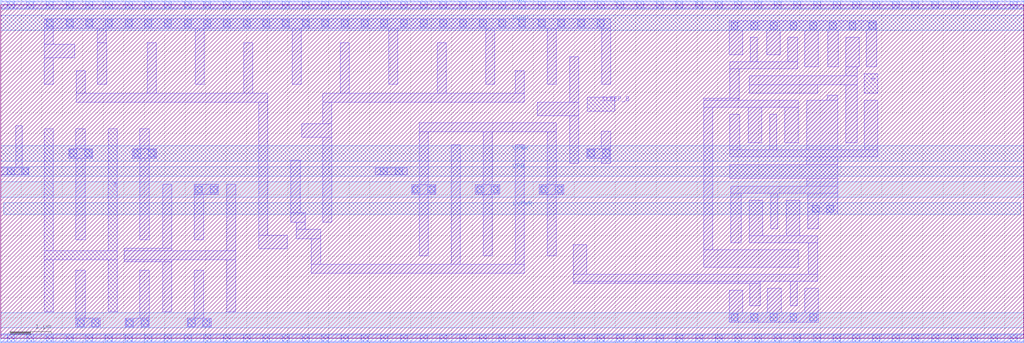
<source format=lef>
# Copyright 2020 The SkyWater PDK Authors
#
# Licensed under the Apache License, Version 2.0 (the "License");
# you may not use this file except in compliance with the License.
# You may obtain a copy of the License at
#
#     https://www.apache.org/licenses/LICENSE-2.0
#
# Unless required by applicable law or agreed to in writing, software
# distributed under the License is distributed on an "AS IS" BASIS,
# WITHOUT WARRANTIES OR CONDITIONS OF ANY KIND, either express or implied.
# See the License for the specific language governing permissions and
# limitations under the License.
#
# SPDX-License-Identifier: Apache-2.0

VERSION 5.7 ;

BUSBITCHARS "[]" ;
DIVIDERCHAR "/" ;

UNITS
  TIME NANOSECONDS 1 ;
  CAPACITANCE PICOFARADS 1 ;
  RESISTANCE OHMS 1 ;
  DATABASE MICRONS 1000 ;
END UNITS

MANUFACTURINGGRID 0.005 ;

PROPERTYDEFINITIONS
  LAYER LEF58_TYPE STRING ;
END PROPERTYDEFINITIONS

# High voltage, single height
SITE unithv
  SYMMETRY Y ;
  CLASS CORE ;
  SIZE 0.48 BY 4.07 ;
END unithv

# High voltage, double height
SITE unithvdbl
  SYMMETRY Y ;
  CLASS CORE ;
  SIZE 0.48 BY 8.14 ;
END unithvdbl

LAYER nwell
  TYPE MASTERSLICE ;
  PROPERTY LEF58_TYPE "TYPE NWELL ;" ;
END nwell

LAYER pwell
  TYPE MASTERSLICE ;
  PROPERTY LEF58_TYPE "TYPE NWELL ;" ;
END pwell

LAYER li1
  TYPE ROUTING ;
  DIRECTION VERTICAL ;

  PITCH 0.48 ;
  MINWIDTH 0.17 ;

  WIDTH 0.17 ;          # LI 1
  # SPACING  0.17 ;     # LI 2
  SPACINGTABLE
     PARALLELRUNLENGTH 0
     WIDTH 0 0.17 ;
  AREA 0.0561 ;         # LI 6
  THICKNESS 0.1 ;
  EDGECAPACITANCE 40.697E-6 ;
  CAPACITANCE CPERSQDIST 36.9866E-6 ;
  RESISTANCE RPERSQ 12.2 ;

  ANTENNADIFFSIDEAREARATIO PWL ( ( 0 75 ) ( 0.0125 75 ) ( 0.0225 85.125 ) ( 22.5 10200 ) ) ;
END li1

LAYER mcon
  TYPE CUT ;

  WIDTH 0.17 ;                # Mcon 1
  SPACING 0.19 ;              # Mcon 2
  ENCLOSURE BELOW 0 0 ;       # Mcon 4
  ENCLOSURE ABOVE 0.03 0.06 ; # Met1 4 / Met1 5

  ANTENNADIFFAREARATIO PWL ( ( 0 3 ) ( 0.0125 3 ) ( 0.0225 3.405 ) ( 22.5 408 ) ) ;
  DCCURRENTDENSITY AVERAGE 0.36 ; # mA per via Iavg_max at Tj = 90oC

END mcon

LAYER met1
  TYPE ROUTING ;
  DIRECTION HORIZONTAL ;

  PITCH 0.37 ;
  MINENCLOSEDAREA 0.14 ;
  MINWIDTH 0.14 ;

  WIDTH 0.14 ;                     # Met1 1
  # SPACING 0.14 ;                 # Met1 2
  # SPACING 0.28 RANGE 3.001 100 ; # Met1 3b
  SPACINGTABLE
     PARALLELRUNLENGTH 0
     WIDTH 0 0.14
     WIDTH 3 0.28 ;
  AREA 0.083 ;                     # Met1 6
  THICKNESS 0.35 ;

  ANTENNADIFFSIDEAREARATIO PWL ( ( 0 400 ) ( 0.0125 400 ) ( 0.0225 2609 ) ( 22.5 11600 ) ) ;

  EDGECAPACITANCE 40.567E-6 ;
  CAPACITANCE CPERSQDIST 25.7784E-6 ;
  DCCURRENTDENSITY AVERAGE 2.8 ; # mA/um Iavg_max at Tj = 90oC
  ACCURRENTDENSITY RMS 6.1 ; # mA/um Irms_max at Tj = 90oC

  RESISTANCE RPERSQ 0.125 ;
END met1

LAYER via
  TYPE CUT ;
  WIDTH 0.15 ;                  # Via 1a
  SPACING 0.17 ;                # Via 2
  ENCLOSURE BELOW 0.055 0.085 ; # Via 4a / Via 5a
  ENCLOSURE ABOVE 0.055 0.085 ; # Met2 4 / Met2 5

  ANTENNADIFFAREARATIO PWL ( ( 0 6 ) ( 0.0125 6 ) ( 0.0225 6.81 ) ( 22.5 816 ) ) ;
  DCCURRENTDENSITY AVERAGE 0.29 ; # mA per via Iavg_max at Tj = 90oC
END via

LAYER met2
  TYPE ROUTING ;
  DIRECTION VERTICAL ;

  PITCH 0.48 ;
  MINENCLOSEDAREA 0.14 ;
  MINWIDTH 0.14 ;

  WIDTH 0.14 ;                        # Met2 1
  # SPACING  0.14 ;                   # Met2 2
  # SPACING  0.28 RANGE 3.001 100 ;   # Met2 3b
  SPACINGTABLE
     PARALLELRUNLENGTH 0
     WIDTH 0 0.14
     WIDTH 3 0.28 ;
  AREA 0.0676 ;                       # Met2 6
  THICKNESS 0.35 ;

  EDGECAPACITANCE 37.759E-6 ;
  CAPACITANCE CPERSQDIST 16.9423E-6 ;
  RESISTANCE RPERSQ 0.125 ;
  DCCURRENTDENSITY AVERAGE 2.8 ; # mA/um Iavg_max at Tj = 90oC
  ACCURRENTDENSITY RMS 6.1 ; # mA/um Irms_max at Tj = 90oC
  ANTENNADIFFSIDEAREARATIO PWL ( ( 0 400 ) ( 0.0125 400 ) ( 0.0225 2609 ) ( 22.5 11600 ) ) ;
END met2

# ******** Layer via2, type routing, number 44 **************
LAYER via2
  TYPE CUT ;
  WIDTH 0.2 ;                   # Via2 1
  SPACING 0.2 ;                 # Via2 2
  ENCLOSURE BELOW 0.04 0.085 ;  # Via2 4
  ENCLOSURE ABOVE 0.065 0.065 ; # Met3 4
  ANTENNADIFFAREARATIO PWL ( ( 0 6 ) ( 0.0125 6 ) ( 0.0225 6.81 ) ( 22.5 816 ) ) ;
  DCCURRENTDENSITY AVERAGE 0.48 ; # mA per via Iavg_max at Tj = 90oC
END via2

LAYER met3
  TYPE ROUTING ;
  DIRECTION HORIZONTAL ;

  PITCH 0.74 ;
  MINWIDTH 0.3 ;

  WIDTH 0.3 ;              # Met3 1
  # SPACING 0.3 ;          # Met3 2
  SPACINGTABLE
     PARALLELRUNLENGTH 0
     WIDTH 0 0.3
     WIDTH 3 0.4 ;
  AREA 0.24 ;              # Met3 6
  THICKNESS 0.8 ;

  EDGECAPACITANCE 40.989E-6 ;
  CAPACITANCE CPERSQDIST 12.3729E-6 ;
  RESISTANCE RPERSQ 0.047 ;
  DCCURRENTDENSITY AVERAGE 6.8 ; # mA/um Iavg_max at Tj = 90oC
  ACCURRENTDENSITY RMS 14.9 ; # mA/um Irms_max at Tj = 90oC

  ANTENNADIFFSIDEAREARATIO PWL ( ( 0 400 ) ( 0.0125 400 ) ( 0.0225 2609 ) ( 22.5 11600 ) ) ;
END met3

LAYER via3
  TYPE CUT ;
  WIDTH 0.2 ;                   # Via3 1
  SPACING 0.2 ;                 # Via3 2
  ENCLOSURE BELOW 0.06 0.09 ;   # Via3 4 / Via3 5
  ENCLOSURE ABOVE 0.065 0.065 ; # Met4 3
  ANTENNADIFFAREARATIO PWL ( ( 0 6 ) ( 0.0125 6 ) ( 0.0225 6.81 ) ( 22.5 816 ) ) ;
  DCCURRENTDENSITY AVERAGE 0.48 ; # mA per via Iavg_max at Tj = 90oC
END via3

LAYER met4
  TYPE ROUTING ;
  DIRECTION VERTICAL ;

  PITCH 0.96 ;
  MINWIDTH 0.3 ;

  WIDTH 0.3 ;             # Met4 1
  # SPACING  0.3 ;             # Met4 2
  SPACINGTABLE
     PARALLELRUNLENGTH 0
     WIDTH 0 0.3
     WIDTH 3 0.4 ;
  AREA 0.24 ;              # Met4 4a

  THICKNESS 0.8 ;

  EDGECAPACITANCE 36.676E-6 ;
  CAPACITANCE CPERSQDIST 8.41537E-6 ;
  RESISTANCE RPERSQ 0.047 ;
  DCCURRENTDENSITY AVERAGE 6.8 ; # mA/um Iavg_max at Tj = 90oC
  ACCURRENTDENSITY RMS 14.9 ; # mA/um Irms_max at Tj = 90oC

  ANTENNADIFFSIDEAREARATIO PWL ( ( 0 400 ) ( 0.0125 400 ) ( 0.0225 2609 ) ( 22.5 11600 ) ) ;
END met4

LAYER via4
  TYPE CUT ;

  WIDTH 0.8 ;                 # Via4 1
  SPACING 0.8 ;               # Via4 2
  ENCLOSURE BELOW 0.19 0.19 ; # Via4 4
  ENCLOSURE ABOVE 0.31 0.31 ; # Met5 3
  ANTENNADIFFAREARATIO PWL ( ( 0 6 ) ( 0.0125 6 ) ( 0.0225 6.81 ) ( 22.5 816 ) ) ;
  DCCURRENTDENSITY AVERAGE 2.49 ; # mA per via Iavg_max at Tj = 90oC
END via4

LAYER met5
  TYPE ROUTING ;
  DIRECTION HORIZONTAL ;

  PITCH 3.33 ;
  MINWIDTH 1.6 ;

  WIDTH 1.6 ;            # Met5 1
  #SPACING  1.6 ;        # Met5 2
  SPACINGTABLE
     PARALLELRUNLENGTH 0
     WIDTH 0 1.6 ;
  AREA 4 ;               # Met5 4

  THICKNESS 1.2 ;

  EDGECAPACITANCE 38.851E-6 ;
  CAPACITANCE CPERSQDIST 6.32063E-6 ;
  RESISTANCE RPERSQ 0.0285 ;
  DCCURRENTDENSITY AVERAGE 10.17 ; # mA/um Iavg_max at Tj = 90oC
  ACCURRENTDENSITY RMS 22.34 ; # mA/um Irms_max at Tj = 90oC

  ANTENNADIFFSIDEAREARATIO PWL ( ( 0 400 ) ( 0.0125 400 ) ( 0.0225 2609 ) ( 22.5 11600 ) ) ;
END met5


### Routing via cells section   ###
# Plus via rule, metals are along the prefered direction
VIA L1M1_PR DEFAULT
  LAYER mcon ;
  RECT -0.085 -0.085 0.085 0.085 ;
  LAYER li1 ;
  RECT -0.085 -0.085 0.085 0.085 ;
  LAYER met1 ;
  RECT -0.145 -0.115 0.145 0.115 ;
END L1M1_PR

VIARULE L1M1_PR GENERATE
  LAYER li1 ;
  ENCLOSURE 0 0 ;
  LAYER met1 ;
  ENCLOSURE 0.06 0.03 ;
  LAYER mcon ;
  RECT -0.085 -0.085 0.085 0.085 ;
  SPACING 0.36 BY 0.36 ;
END L1M1_PR

# Plus via rule, metals are along the non prefered direction
VIA L1M1_PR_R DEFAULT
  LAYER mcon ;
  RECT -0.085 -0.085 0.085 0.085 ;
  LAYER li1 ;
  RECT -0.085 -0.085 0.085 0.085 ;
  LAYER met1 ;
  RECT -0.115 -0.145 0.115 0.145 ;
END L1M1_PR_R

VIARULE L1M1_PR_R GENERATE
  LAYER li1 ;
  ENCLOSURE 0 0 ;
  LAYER met1 ;
  ENCLOSURE 0.03 0.06 ;
  LAYER mcon ;
  RECT -0.085 -0.085 0.085 0.085 ;
  SPACING 0.36 BY 0.36 ;
END L1M1_PR_R

# Minus via rule, lower layer metal is along prefered direction
VIA L1M1_PR_M DEFAULT
  LAYER mcon ;
  RECT -0.085 -0.085 0.085 0.085 ;
  LAYER li1 ;
  RECT -0.085 -0.085 0.085 0.085 ;
  LAYER met1 ;
  RECT -0.115 -0.145 0.115 0.145 ;
END L1M1_PR_M

VIARULE L1M1_PR_M GENERATE
  LAYER li1 ;
  ENCLOSURE 0 0 ;
  LAYER met1 ;
  ENCLOSURE 0.03 0.06 ;
  LAYER mcon ;
  RECT -0.085 -0.085 0.085 0.085 ;
  SPACING 0.36 BY 0.36 ;
END L1M1_PR_M

# Minus via rule, upper layer metal is along prefered direction
VIA L1M1_PR_MR DEFAULT
  LAYER mcon ;
  RECT -0.085 -0.085 0.085 0.085 ;
  LAYER li1 ;
  RECT -0.085 -0.085 0.085 0.085 ;
  LAYER met1 ;
  RECT -0.145 -0.115 0.145 0.115 ;
END L1M1_PR_MR

VIARULE L1M1_PR_MR GENERATE
  LAYER li1 ;
  ENCLOSURE 0 0 ;
  LAYER met1 ;
  ENCLOSURE 0.06 0.03 ;
  LAYER mcon ;
  RECT -0.085 -0.085 0.085 0.085 ;
  SPACING 0.36 BY 0.36 ;
END L1M1_PR_MR

# Centered via rule, we really do not want to use it
VIA L1M1_PR_C DEFAULT
  LAYER mcon ;
  RECT -0.085 -0.085 0.085 0.085 ;
  LAYER li1 ;
  RECT -0.085 -0.085 0.085 0.085 ;
  LAYER met1 ;
  RECT -0.145 -0.145 0.145 0.145 ;
END L1M1_PR_C

VIARULE L1M1_PR_C GENERATE
  LAYER li1 ;
  ENCLOSURE 0 0 ;
  LAYER met1 ;
  ENCLOSURE 0.06 0.06 ;
  LAYER mcon ;
  RECT -0.085 -0.085 0.085 0.085 ;
  SPACING 0.36 BY 0.36 ;
END L1M1_PR_C

# Plus via rule, metals are along the prefered direction
VIA M1M2_PR DEFAULT
  LAYER via ;
  RECT -0.075 -0.075 0.075 0.075 ;
  LAYER met1 ;
  RECT -0.16 -0.13 0.16 0.13 ;
  LAYER met2 ;
  RECT -0.13 -0.16 0.13 0.16 ;
END M1M2_PR

VIARULE M1M2_PR GENERATE
  LAYER met1 ;
  ENCLOSURE 0.085 0.055 ;
  LAYER met2 ;
  ENCLOSURE 0.055 0.085 ;
  LAYER via ;
  RECT -0.075 -0.075 0.075 0.075 ;
  SPACING 0.32 BY 0.32 ;
END M1M2_PR

# Plus via rule, metals are along the non prefered direction
VIA M1M2_PR_R DEFAULT
  LAYER via ;
  RECT -0.075 -0.075 0.075 0.075 ;
  LAYER met1 ;
  RECT -0.13 -0.16 0.13 0.16 ;
  LAYER met2 ;
  RECT -0.16 -0.13 0.16 0.13 ;
END M1M2_PR_R

VIARULE M1M2_PR_R GENERATE
  LAYER met1 ;
  ENCLOSURE 0.055 0.085 ;
  LAYER met2 ;
  ENCLOSURE 0.085 0.055 ;
  LAYER via ;
  RECT -0.075 -0.075 0.075 0.075 ;
  SPACING 0.32 BY 0.32 ;
END M1M2_PR_R

# Minus via rule, lower layer metal is along prefered direction
VIA M1M2_PR_M DEFAULT
  LAYER via ;
  RECT -0.075 -0.075 0.075 0.075 ;
  LAYER met1 ;
  RECT -0.16 -0.13 0.16 0.13 ;
  LAYER met2 ;
  RECT -0.16 -0.13 0.16 0.13 ;
END M1M2_PR_M

VIARULE M1M2_PR_M GENERATE
  LAYER met1 ;
  ENCLOSURE 0.085 0.055 ;
  LAYER met2 ;
  ENCLOSURE 0.085 0.055 ;
  LAYER via ;
  RECT -0.075 -0.075 0.075 0.075 ;
  SPACING 0.32 BY 0.32 ;
END M1M2_PR_M

# Minus via rule, upper layer metal is along prefered direction
VIA M1M2_PR_MR DEFAULT
  LAYER via ;
  RECT -0.075 -0.075 0.075 0.075 ;
  LAYER met1 ;
  RECT -0.13 -0.16 0.13 0.16 ;
  LAYER met2 ;
  RECT -0.13 -0.16 0.13 0.16 ;
END M1M2_PR_MR

VIARULE M1M2_PR_MR GENERATE
  LAYER met1 ;
  ENCLOSURE 0.055 0.085 ;
  LAYER met2 ;
  ENCLOSURE 0.055 0.085 ;
  LAYER via ;
  RECT -0.075 -0.075 0.075 0.075 ;
  SPACING 0.32 BY 0.32 ;
END M1M2_PR_MR

# Centered via rule, we really do not want to use it
VIA M1M2_PR_C DEFAULT
  LAYER via ;
  RECT -0.075 -0.075 0.075 0.075 ;
  LAYER met1 ;
  RECT -0.16 -0.16 0.16 0.16 ;
  LAYER met2 ;
  RECT -0.16 -0.16 0.16 0.16 ;
END M1M2_PR_C

VIARULE M1M2_PR_C GENERATE
  LAYER met1 ;
  ENCLOSURE 0.085 0.085 ;
  LAYER met2 ;
  ENCLOSURE 0.085 0.085 ;
  LAYER via ;
  RECT -0.075 -0.075 0.075 0.075 ;
  SPACING 0.32 BY 0.32 ;
END M1M2_PR_C

# Plus via rule, metals are along the prefered direction
VIA M2M3_PR DEFAULT
  LAYER via2 ;
  RECT -0.1 -0.1 0.1 0.1 ;
  LAYER met2 ;
  RECT -0.14 -0.185 0.14 0.185 ;
  LAYER met3 ;
  RECT -0.165 -0.165 0.165 0.165 ;
END M2M3_PR

VIARULE M2M3_PR GENERATE
  LAYER met2 ;
  ENCLOSURE 0.04 0.085 ;
  LAYER met3 ;
  ENCLOSURE 0.065 0.065 ;
  LAYER via2 ;
  RECT -0.1 -0.1 0.1 0.1 ;
  SPACING 0.4 BY 0.4 ;
END M2M3_PR

# Plus via rule, metals are along the non prefered direction
VIA M2M3_PR_R DEFAULT
  LAYER via2 ;
  RECT -0.1 -0.1 0.1 0.1 ;
  LAYER met2 ;
  RECT -0.185 -0.14 0.185 0.14 ;
  LAYER met3 ;
  RECT -0.165 -0.165 0.165 0.165 ;
END M2M3_PR_R

VIARULE M2M3_PR_R GENERATE
  LAYER met2 ;
  ENCLOSURE 0.085 0.04 ;
  LAYER met3 ;
  ENCLOSURE 0.065 0.065 ;
  LAYER via2 ;
  RECT -0.1 -0.1 0.1 0.1 ;
  SPACING 0.4 BY 0.4 ;
END M2M3_PR_R

# Minus via rule, lower layer metal is along prefered direction
VIA M2M3_PR_M DEFAULT
  LAYER via2 ;
  RECT -0.1 -0.1 0.1 0.1 ;
  LAYER met2 ;
  RECT -0.14 -0.185 0.14 0.185 ;
  LAYER met3 ;
  RECT -0.165 -0.165 0.165 0.165 ;
END M2M3_PR_M

VIARULE M2M3_PR_M GENERATE
  LAYER met2 ;
  ENCLOSURE 0.04 0.085 ;
  LAYER met3 ;
  ENCLOSURE 0.065 0.065 ;
  LAYER via2 ;
  RECT -0.1 -0.1 0.1 0.1 ;
  SPACING 0.4 BY 0.4 ;
END M2M3_PR_M

# Minus via rule, upper layer metal is along prefered direction
VIA M2M3_PR_MR DEFAULT
  LAYER via2 ;
  RECT -0.1 -0.1 0.1 0.1 ;
  LAYER met2 ;
  RECT -0.185 -0.14 0.185 0.14 ;
  LAYER met3 ;
  RECT -0.165 -0.165 0.165 0.165 ;
END M2M3_PR_MR

VIARULE M2M3_PR_MR GENERATE
  LAYER met2 ;
  ENCLOSURE 0.085 0.04 ;
  LAYER met3 ;
  ENCLOSURE 0.065 0.065 ;
  LAYER via2 ;
  RECT -0.1 -0.1 0.1 0.1 ;
  SPACING 0.4 BY 0.4 ;
END M2M3_PR_MR

# Centered via rule, we really do not want to use it
VIA M2M3_PR_C DEFAULT
  LAYER via2 ;
  RECT -0.1 -0.1 0.1 0.1 ;
  LAYER met2 ;
  RECT -0.185 -0.185 0.185 0.185 ;
  LAYER met3 ;
  RECT -0.165 -0.165 0.165 0.165 ;
END M2M3_PR_C

VIARULE M2M3_PR_C GENERATE
  LAYER met2 ;
  ENCLOSURE 0.085 0.085 ;
  LAYER met3 ;
  ENCLOSURE 0.065 0.065 ;
  LAYER via2 ;
  RECT -0.1 -0.1 0.1 0.1 ;
  SPACING 0.4 BY 0.4 ;
END M2M3_PR_C

# Plus via rule, metals are along the prefered direction
VIA M3M4_PR DEFAULT
  LAYER via3 ;
  RECT -0.1 -0.1 0.1 0.1 ;
  LAYER met3 ;
  RECT -0.19 -0.16 0.19 0.16 ;
  LAYER met4 ;
  RECT -0.165 -0.165 0.165 0.165 ;
END M3M4_PR

VIARULE M3M4_PR GENERATE
  LAYER met3 ;
  ENCLOSURE 0.09 0.06 ;
  LAYER met4 ;
  ENCLOSURE 0.065 0.065 ;
  LAYER via3 ;
  RECT -0.1 -0.1 0.1 0.1 ;
  SPACING 0.4 BY 0.4 ;
END M3M4_PR

# Plus via rule, metals are along the non prefered direction
VIA M3M4_PR_R DEFAULT
  LAYER via3 ;
  RECT -0.1 -0.1 0.1 0.1 ;
  LAYER met3 ;
  RECT -0.16 -0.19 0.16 0.19 ;
  LAYER met4 ;
  RECT -0.165 -0.165 0.165 0.165 ;
END M3M4_PR_R

VIARULE M3M4_PR_R GENERATE
  LAYER met3 ;
  ENCLOSURE 0.06 0.09 ;
  LAYER met4 ;
  ENCLOSURE 0.065 0.065 ;
  LAYER via3 ;
  RECT -0.1 -0.1 0.1 0.1 ;
  SPACING 0.4 BY 0.4 ;
END M3M4_PR_R

# Minus via rule, lower layer metal is along prefered direction
VIA M3M4_PR_M DEFAULT
  LAYER via3 ;
  RECT -0.1 -0.1 0.1 0.1 ;
  LAYER met3 ;
  RECT -0.19 -0.16 0.19 0.16 ;
  LAYER met4 ;
  RECT -0.165 -0.165 0.165 0.165 ;
END M3M4_PR_M

VIARULE M3M4_PR_M GENERATE
  LAYER met3 ;
  ENCLOSURE 0.09 0.06 ;
  LAYER met4 ;
  ENCLOSURE 0.065 0.065 ;
  LAYER via3 ;
  RECT -0.1 -0.1 0.1 0.1 ;
  SPACING 0.4 BY 0.4 ;
END M3M4_PR_M

# Minus via rule, upper layer metal is along prefered direction
VIA M3M4_PR_MR DEFAULT
  LAYER via3 ;
  RECT -0.1 -0.1 0.1 0.1 ;
  LAYER met3 ;
  RECT -0.16 -0.19 0.16 0.19 ;
  LAYER met4 ;
  RECT -0.165 -0.165 0.165 0.165 ;
END M3M4_PR_MR

VIARULE M3M4_PR_MR GENERATE
  LAYER met3 ;
  ENCLOSURE 0.06 0.09 ;
  LAYER met4 ;
  ENCLOSURE 0.065 0.065 ;
  LAYER via3 ;
  RECT -0.1 -0.1 0.1 0.1 ;
  SPACING 0.4 BY 0.4 ;
END M3M4_PR_MR

# Centered via rule, we really do not want to use it
VIA M3M4_PR_C DEFAULT
  LAYER via3 ;
  RECT -0.1 -0.1 0.1 0.1 ;
  LAYER met3 ;
  RECT -0.19 -0.19 0.19 0.19 ;
  LAYER met4 ;
  RECT -0.165 -0.165 0.165 0.165 ;
END M3M4_PR_C

VIARULE M3M4_PR_C GENERATE
  LAYER met3 ;
  ENCLOSURE 0.09 0.09 ;
  LAYER met4 ;
  ENCLOSURE 0.065 0.065 ;
  LAYER via3 ;
  RECT -0.1 -0.1 0.1 0.1 ;
  SPACING 0.4 BY 0.4 ;
END M3M4_PR_C

# Plus via rule, metals are along the prefered direction
VIA M4M5_PR DEFAULT
  LAYER via4 ;
  RECT -0.4 -0.4 0.4 0.4 ;
  LAYER met4 ;
  RECT -0.59 -0.59 0.59 0.59 ;
  LAYER met5 ;
  RECT -0.71 -0.71 0.71 0.71 ;
END M4M5_PR

VIARULE M4M5_PR GENERATE
  LAYER met4 ;
  ENCLOSURE 0.19 0.19 ;
  LAYER met5 ;
  ENCLOSURE 0.31 0.31 ;
  LAYER via4 ;
  RECT -0.4 -0.4 0.4 0.4 ;
  SPACING 1.6 BY 1.6 ;
END M4M5_PR

# Plus via rule, metals are along the non prefered direction
VIA M4M5_PR_R DEFAULT
  LAYER via4 ;
  RECT -0.4 -0.4 0.4 0.4 ;
  LAYER met4 ;
  RECT -0.59 -0.59 0.59 0.59 ;
  LAYER met5 ;
  RECT -0.71 -0.71 0.71 0.71 ;
END M4M5_PR_R

VIARULE M4M5_PR_R GENERATE
  LAYER met4 ;
  ENCLOSURE 0.19 0.19 ;
  LAYER met5 ;
  ENCLOSURE 0.31 0.31 ;
  LAYER via4 ;
  RECT -0.4 -0.4 0.4 0.4 ;
  SPACING 1.6 BY 1.6 ;
END M4M5_PR_R

# Minus via rule, lower layer metal is along prefered direction
VIA M4M5_PR_M DEFAULT
  LAYER via4 ;
  RECT -0.4 -0.4 0.4 0.4 ;
  LAYER met4 ;
  RECT -0.59 -0.59 0.59 0.59 ;
  LAYER met5 ;
  RECT -0.71 -0.71 0.71 0.71 ;
END M4M5_PR_M

VIARULE M4M5_PR_M GENERATE
  LAYER met4 ;
  ENCLOSURE 0.19 0.19 ;
  LAYER met5 ;
  ENCLOSURE 0.31 0.31 ;
  LAYER via4 ;
  RECT -0.4 -0.4 0.4 0.4 ;
  SPACING 1.6 BY 1.6 ;
END M4M5_PR_M

# Minus via rule, upper layer metal is along prefered direction
VIA M4M5_PR_MR DEFAULT
  LAYER via4 ;
  RECT -0.4 -0.4 0.4 0.4 ;
  LAYER met4 ;
  RECT -0.59 -0.59 0.59 0.59 ;
  LAYER met5 ;
  RECT -0.71 -0.71 0.71 0.71 ;
END M4M5_PR_MR

VIARULE M4M5_PR_MR GENERATE
  LAYER met4 ;
  ENCLOSURE 0.19 0.19 ;
  LAYER met5 ;
  ENCLOSURE 0.31 0.31 ;
  LAYER via4 ;
  RECT -0.4 -0.4 0.4 0.4 ;
  SPACING 1.6 BY 1.6 ;
END M4M5_PR_MR

# Centered via rule, we really do not want to use it
VIA M4M5_PR_C DEFAULT
  LAYER via4 ;
  RECT -0.4 -0.4 0.4 0.4 ;
  LAYER met4 ;
  RECT -0.59 -0.59 0.59 0.59 ;
  LAYER met5 ;
  RECT -0.71 -0.71 0.71 0.71 ;
END M4M5_PR_C

VIARULE M4M5_PR_C GENERATE
  LAYER met4 ;
  ENCLOSURE 0.19 0.19 ;
  LAYER met5 ;
  ENCLOSURE 0.31 0.31 ;
  LAYER via4 ;
  RECT -0.4 -0.4 0.4 0.4 ;
  SPACING 1.6 BY 1.6 ;
END M4M5_PR_C
###  end of single via cells   ###


MACRO sky130_fd_sc_hvl__dfsbp_1
  CLASS CORE ;
  FOREIGN sky130_fd_sc_hvl__dfsbp_1 ;
  ORIGIN  0.000000  0.000000 ;
  SIZE  17.76000 BY  4.070000 ;
  SYMMETRY X Y ;
  SITE unithv ;
  PIN D
    ANTENNAGATEAREA  0.420000 ;
    DIRECTION INPUT ;
    USE SIGNAL ;
    PORT
      LAYER li1 ;
        RECT 2.525000 1.515000 2.875000 2.145000 ;
    END
  END D
  PIN Q
    ANTENNADIFFAREA  0.498750 ;
    DIRECTION OUTPUT ;
    USE SIGNAL ;
    PORT
      LAYER li1 ;
        RECT 17.300000 0.495000 17.635000 1.325000 ;
        RECT 17.300000 2.355000 17.635000 3.435000 ;
        RECT 17.405000 1.325000 17.635000 2.355000 ;
    END
  END Q
  PIN Q_N
    ANTENNADIFFAREA  0.641250 ;
    DIRECTION OUTPUT ;
    USE SIGNAL ;
    PORT
      LAYER li1 ;
        RECT 15.015000 0.495000 15.375000 3.755000 ;
    END
  END Q_N
  PIN SET_B
    ANTENNAGATEAREA  0.840000 ;
    DIRECTION INPUT ;
    USE SIGNAL ;
    PORT
      LAYER li1 ;
        RECT  6.985000 1.155000 10.330000 1.325000 ;
        RECT 10.160000 1.325000 10.330000 1.605000 ;
        RECT 10.160000 1.605000 10.885000 1.775000 ;
        RECT 10.715000 1.775000 10.885000 1.975000 ;
        RECT 10.715000 1.975000 12.830000 2.145000 ;
        RECT 12.150000 1.555000 12.830000 1.975000 ;
    END
  END SET_B
  PIN CLK
    ANTENNAGATEAREA  0.585000 ;
    DIRECTION INPUT ;
    USE CLOCK ;
    PORT
      LAYER li1 ;
        RECT 0.560000 1.550000 0.890000 2.520000 ;
    END
  END CLK
  PIN VGND
    DIRECTION INOUT ;
    USE GROUND ;
    PORT
      LAYER met1 ;
        RECT 0.000000 0.255000 17.760000 0.625000 ;
    END
  END VGND
  PIN VNB
    DIRECTION INOUT ;
    USE GROUND ;
    PORT
      LAYER met1 ;
        RECT 0.000000 -0.115000 17.760000 0.115000 ;
    END
  END VNB
  PIN VPB
    DIRECTION INOUT ;
    USE POWER ;
    PORT
      LAYER met1 ;
        RECT 0.000000 3.955000 17.760000 4.185000 ;
    END
  END VPB
  PIN VPWR
    DIRECTION INOUT ;
    USE POWER ;
    PORT
      LAYER met1 ;
        RECT 0.000000 3.445000 17.760000 3.815000 ;
    END
  END VPWR
  OBS
    LAYER li1 ;
      RECT  0.000000 -0.085000 17.760000 0.085000 ;
      RECT  0.000000  3.985000 17.760000 4.155000 ;
      RECT  0.110000  0.540000  0.360000 1.200000 ;
      RECT  0.110000  1.200000  1.590000 1.370000 ;
      RECT  0.110000  1.370000  0.380000 3.450000 ;
      RECT  0.540000  0.365000  1.490000 1.020000 ;
      RECT  0.650000  2.700000  1.240000 3.705000 ;
      RECT  1.260000  1.370000  1.590000 1.870000 ;
      RECT  1.420000  1.870000  1.590000 3.630000 ;
      RECT  1.420000  3.630000  2.290000 3.800000 ;
      RECT  1.670000  0.540000  2.000000 1.000000 ;
      RECT  1.770000  1.000000  2.000000 1.165000 ;
      RECT  1.770000  1.165000  2.820000 1.335000 ;
      RECT  1.770000  1.335000  1.940000 3.450000 ;
      RECT  2.120000  2.325000  3.025000 2.495000 ;
      RECT  2.120000  2.495000  2.290000 3.630000 ;
      RECT  2.220000  0.365000  2.470000 0.985000 ;
      RECT  2.470000  2.675000  2.675000 3.705000 ;
      RECT  2.650000  0.265000  4.460000 0.435000 ;
      RECT  2.650000  0.435000  2.820000 1.165000 ;
      RECT  2.855000  2.495000  3.025000 3.355000 ;
      RECT  2.855000  3.355000  5.500000 3.525000 ;
      RECT  3.000000  0.615000  3.375000 1.005000 ;
      RECT  3.205000  1.005000  3.375000 2.675000 ;
      RECT  3.205000  2.675000  3.545000 3.175000 ;
      RECT  3.555000  1.105000  3.725000 2.225000 ;
      RECT  3.555000  2.225000  4.800000 2.395000 ;
      RECT  3.725000  2.395000  3.895000 3.355000 ;
      RECT  3.780000  0.615000  4.110000 0.925000 ;
      RECT  3.905000  0.925000  4.075000 1.855000 ;
      RECT  3.905000  1.855000  8.060000 2.025000 ;
      RECT  4.075000  2.675000  4.405000 3.005000 ;
      RECT  4.075000  3.005000  5.150000 3.175000 ;
      RECT  4.255000  1.105000  4.585000 1.505000 ;
      RECT  4.255000  1.505000  9.470000 1.675000 ;
      RECT  4.290000  0.435000  4.460000 1.105000 ;
      RECT  4.585000  2.395000  4.800000 2.555000 ;
      RECT  4.650000  0.365000  5.600000 0.905000 ;
      RECT  4.945000  1.085000  6.150000 1.325000 ;
      RECT  4.980000  2.025000  5.150000 3.005000 ;
      RECT  5.330000  2.205000  7.025000 2.375000 ;
      RECT  5.330000  2.555000  6.595000 2.725000 ;
      RECT  5.330000  2.725000  5.500000 3.355000 ;
      RECT  5.680000  2.905000  6.245000 3.705000 ;
      RECT  5.820000  0.515000  6.150000 1.085000 ;
      RECT  6.425000  2.725000  6.595000 3.355000 ;
      RECT  6.425000  3.355000  7.675000 3.525000 ;
      RECT  6.775000  2.375000  7.025000 3.175000 ;
      RECT  6.785000  0.365000  7.735000 0.975000 ;
      RECT  7.505000  2.545000  9.120000 2.715000 ;
      RECT  7.505000  2.715000  7.675000 3.355000 ;
      RECT  7.730000  2.025000  8.060000 2.365000 ;
      RECT  7.855000  2.895000  8.805000 3.705000 ;
      RECT  8.185000  0.375000 11.110000 0.545000 ;
      RECT  8.185000  0.545000  8.515000 0.975000 ;
      RECT  8.755000  0.725000 10.680000 0.975000 ;
      RECT  8.870000  1.885000  9.120000 2.545000 ;
      RECT  9.300000  1.675000  9.470000 2.305000 ;
      RECT  9.300000  2.305000 10.185000 2.475000 ;
      RECT  9.345000  2.675000  9.675000 3.585000 ;
      RECT  9.345000  3.585000 10.535000 3.755000 ;
      RECT  9.650000  1.505000  9.980000 1.955000 ;
      RECT  9.650000  1.955000 10.535000 2.125000 ;
      RECT  9.855000  2.475000 10.185000 2.555000 ;
      RECT 10.365000  2.125000 10.535000 2.325000 ;
      RECT 10.365000  2.325000 13.180000 2.495000 ;
      RECT 10.365000  2.495000 10.535000 3.585000 ;
      RECT 10.510000  0.975000 10.680000 1.255000 ;
      RECT 10.510000  1.255000 11.460000 1.425000 ;
      RECT 10.715000  2.675000 11.665000 3.705000 ;
      RECT 10.860000  0.545000 11.110000 1.075000 ;
      RECT 11.290000  0.515000 11.660000 0.975000 ;
      RECT 11.290000  0.975000 11.460000 1.255000 ;
      RECT 11.640000  1.155000 11.970000 1.205000 ;
      RECT 11.640000  1.205000 14.395000 1.375000 ;
      RECT 11.640000  1.375000 11.970000 1.795000 ;
      RECT 12.035000  2.495000 13.180000 3.175000 ;
      RECT 12.200000  0.365000 13.150000 0.975000 ;
      RECT 13.010000  1.555000 14.045000 1.725000 ;
      RECT 13.010000  1.725000 13.180000 2.325000 ;
      RECT 13.360000  1.905000 14.395000 2.075000 ;
      RECT 13.360000  2.075000 13.690000 2.675000 ;
      RECT 13.390000  0.825000 13.720000 1.205000 ;
      RECT 13.870000  2.255000 14.820000 3.755000 ;
      RECT 13.900000  0.365000 14.835000 1.025000 ;
      RECT 14.225000  1.375000 14.395000 1.905000 ;
      RECT 15.625000  0.825000 15.975000 1.505000 ;
      RECT 15.625000  1.505000 17.175000 1.675000 ;
      RECT 15.625000  1.675000 15.955000 3.185000 ;
      RECT 16.135000  2.355000 17.085000 3.705000 ;
      RECT 16.155000  0.365000 17.105000 1.305000 ;
      RECT 16.845000  1.675000 17.175000 2.175000 ;
    LAYER mcon ;
      RECT  0.155000 -0.085000  0.325000 0.085000 ;
      RECT  0.155000  3.985000  0.325000 4.155000 ;
      RECT  0.570000  0.395000  0.740000 0.565000 ;
      RECT  0.635000 -0.085000  0.805000 0.085000 ;
      RECT  0.635000  3.985000  0.805000 4.155000 ;
      RECT  0.680000  3.505000  0.850000 3.675000 ;
      RECT  0.930000  0.395000  1.100000 0.565000 ;
      RECT  1.040000  3.505000  1.210000 3.675000 ;
      RECT  1.115000 -0.085000  1.285000 0.085000 ;
      RECT  1.115000  3.985000  1.285000 4.155000 ;
      RECT  1.290000  0.395000  1.460000 0.565000 ;
      RECT  1.595000 -0.085000  1.765000 0.085000 ;
      RECT  1.595000  3.985000  1.765000 4.155000 ;
      RECT  2.075000 -0.085000  2.245000 0.085000 ;
      RECT  2.075000  3.985000  2.245000 4.155000 ;
      RECT  2.250000  0.395000  2.420000 0.565000 ;
      RECT  2.490000  3.505000  2.660000 3.675000 ;
      RECT  2.555000 -0.085000  2.725000 0.085000 ;
      RECT  2.555000  3.985000  2.725000 4.155000 ;
      RECT  3.035000 -0.085000  3.205000 0.085000 ;
      RECT  3.035000  3.985000  3.205000 4.155000 ;
      RECT  3.515000 -0.085000  3.685000 0.085000 ;
      RECT  3.515000  3.985000  3.685000 4.155000 ;
      RECT  3.995000 -0.085000  4.165000 0.085000 ;
      RECT  3.995000  3.985000  4.165000 4.155000 ;
      RECT  4.475000 -0.085000  4.645000 0.085000 ;
      RECT  4.475000  3.985000  4.645000 4.155000 ;
      RECT  4.680000  0.395000  4.850000 0.565000 ;
      RECT  4.955000 -0.085000  5.125000 0.085000 ;
      RECT  4.955000  3.985000  5.125000 4.155000 ;
      RECT  5.040000  0.395000  5.210000 0.565000 ;
      RECT  5.400000  0.395000  5.570000 0.565000 ;
      RECT  5.435000 -0.085000  5.605000 0.085000 ;
      RECT  5.435000  3.985000  5.605000 4.155000 ;
      RECT  5.695000  3.505000  5.865000 3.675000 ;
      RECT  5.915000 -0.085000  6.085000 0.085000 ;
      RECT  5.915000  3.985000  6.085000 4.155000 ;
      RECT  6.055000  3.505000  6.225000 3.675000 ;
      RECT  6.395000 -0.085000  6.565000 0.085000 ;
      RECT  6.395000  3.985000  6.565000 4.155000 ;
      RECT  6.815000  0.395000  6.985000 0.565000 ;
      RECT  6.875000 -0.085000  7.045000 0.085000 ;
      RECT  6.875000  3.985000  7.045000 4.155000 ;
      RECT  7.175000  0.395000  7.345000 0.565000 ;
      RECT  7.355000 -0.085000  7.525000 0.085000 ;
      RECT  7.355000  3.985000  7.525000 4.155000 ;
      RECT  7.535000  0.395000  7.705000 0.565000 ;
      RECT  7.835000 -0.085000  8.005000 0.085000 ;
      RECT  7.835000  3.985000  8.005000 4.155000 ;
      RECT  7.885000  3.505000  8.055000 3.675000 ;
      RECT  8.245000  3.505000  8.415000 3.675000 ;
      RECT  8.315000 -0.085000  8.485000 0.085000 ;
      RECT  8.315000  3.985000  8.485000 4.155000 ;
      RECT  8.605000  3.505000  8.775000 3.675000 ;
      RECT  8.795000 -0.085000  8.965000 0.085000 ;
      RECT  8.795000  3.985000  8.965000 4.155000 ;
      RECT  9.275000 -0.085000  9.445000 0.085000 ;
      RECT  9.275000  3.985000  9.445000 4.155000 ;
      RECT  9.755000 -0.085000  9.925000 0.085000 ;
      RECT  9.755000  3.985000  9.925000 4.155000 ;
      RECT 10.235000 -0.085000 10.405000 0.085000 ;
      RECT 10.235000  3.985000 10.405000 4.155000 ;
      RECT 10.715000 -0.085000 10.885000 0.085000 ;
      RECT 10.715000  3.985000 10.885000 4.155000 ;
      RECT 10.745000  3.505000 10.915000 3.675000 ;
      RECT 11.105000  3.505000 11.275000 3.675000 ;
      RECT 11.195000 -0.085000 11.365000 0.085000 ;
      RECT 11.195000  3.985000 11.365000 4.155000 ;
      RECT 11.465000  3.505000 11.635000 3.675000 ;
      RECT 11.675000 -0.085000 11.845000 0.085000 ;
      RECT 11.675000  3.985000 11.845000 4.155000 ;
      RECT 12.155000 -0.085000 12.325000 0.085000 ;
      RECT 12.155000  3.985000 12.325000 4.155000 ;
      RECT 12.230000  0.395000 12.400000 0.565000 ;
      RECT 12.590000  0.395000 12.760000 0.565000 ;
      RECT 12.635000 -0.085000 12.805000 0.085000 ;
      RECT 12.635000  3.985000 12.805000 4.155000 ;
      RECT 12.950000  0.395000 13.120000 0.565000 ;
      RECT 13.115000 -0.085000 13.285000 0.085000 ;
      RECT 13.115000  3.985000 13.285000 4.155000 ;
      RECT 13.595000 -0.085000 13.765000 0.085000 ;
      RECT 13.595000  3.985000 13.765000 4.155000 ;
      RECT 13.900000  3.505000 14.070000 3.675000 ;
      RECT 13.920000  0.395000 14.090000 0.565000 ;
      RECT 14.075000 -0.085000 14.245000 0.085000 ;
      RECT 14.075000  3.985000 14.245000 4.155000 ;
      RECT 14.260000  3.505000 14.430000 3.675000 ;
      RECT 14.280000  0.395000 14.450000 0.565000 ;
      RECT 14.555000 -0.085000 14.725000 0.085000 ;
      RECT 14.555000  3.985000 14.725000 4.155000 ;
      RECT 14.620000  3.505000 14.790000 3.675000 ;
      RECT 14.640000  0.395000 14.810000 0.565000 ;
      RECT 15.035000 -0.085000 15.205000 0.085000 ;
      RECT 15.035000  3.985000 15.205000 4.155000 ;
      RECT 15.515000 -0.085000 15.685000 0.085000 ;
      RECT 15.515000  3.985000 15.685000 4.155000 ;
      RECT 15.995000 -0.085000 16.165000 0.085000 ;
      RECT 15.995000  3.985000 16.165000 4.155000 ;
      RECT 16.165000  3.505000 16.335000 3.675000 ;
      RECT 16.185000  0.395000 16.355000 0.565000 ;
      RECT 16.475000 -0.085000 16.645000 0.085000 ;
      RECT 16.475000  3.985000 16.645000 4.155000 ;
      RECT 16.525000  3.505000 16.695000 3.675000 ;
      RECT 16.545000  0.395000 16.715000 0.565000 ;
      RECT 16.885000  3.505000 17.055000 3.675000 ;
      RECT 16.905000  0.395000 17.075000 0.565000 ;
      RECT 16.955000 -0.085000 17.125000 0.085000 ;
      RECT 16.955000  3.985000 17.125000 4.155000 ;
      RECT 17.435000 -0.085000 17.605000 0.085000 ;
      RECT 17.435000  3.985000 17.605000 4.155000 ;
  END
END sky130_fd_sc_hvl__dfsbp_1
MACRO sky130_fd_sc_hvl__dfrtp_1
  CLASS CORE ;
  FOREIGN sky130_fd_sc_hvl__dfrtp_1 ;
  ORIGIN  0.000000  0.000000 ;
  SIZE  15.36000 BY  4.070000 ;
  SYMMETRY X Y ;
  SITE unithv ;
  PIN D
    ANTENNAGATEAREA  0.420000 ;
    DIRECTION INPUT ;
    USE SIGNAL ;
    PORT
      LAYER li1 ;
        RECT 3.415000 0.810000 3.745000 2.105000 ;
    END
  END D
  PIN Q
    ANTENNADIFFAREA  0.611250 ;
    DIRECTION OUTPUT ;
    USE SIGNAL ;
    PORT
      LAYER li1 ;
        RECT 14.900000 0.665000 15.235000 3.735000 ;
    END
  END Q
  PIN RESET_B
    ANTENNAGATEAREA  1.260000 ;
    DIRECTION INPUT ;
    USE SIGNAL ;
    PORT
      LAYER li1 ;
        RECT  2.695000 1.620000  3.235000 2.490000 ;
        RECT  3.065000 0.460000  6.010000 0.630000 ;
        RECT  3.065000 0.630000  3.235000 1.620000 ;
        RECT  5.840000 0.630000  6.010000 1.125000 ;
        RECT  5.840000 1.125000  8.460000 1.295000 ;
        RECT  6.605000 1.825000  8.460000 1.995000 ;
        RECT  8.290000 0.265000 10.950000 0.435000 ;
        RECT  8.290000 0.435000  8.460000 1.125000 ;
        RECT  8.290000 1.295000  8.460000 1.825000 ;
        RECT 10.780000 0.435000 10.950000 1.095000 ;
        RECT 10.780000 1.095000 11.785000 1.265000 ;
        RECT 11.455000 1.265000 11.785000 1.655000 ;
    END
  END RESET_B
  PIN CLK
    ANTENNAGATEAREA  0.585000 ;
    DIRECTION INPUT ;
    USE CLOCK ;
    PORT
      LAYER li1 ;
        RECT 0.560000 1.175000 0.890000 2.150000 ;
    END
  END CLK
  PIN VGND
    DIRECTION INOUT ;
    USE GROUND ;
    PORT
      LAYER met1 ;
        RECT 0.000000 0.255000 15.360000 0.625000 ;
    END
  END VGND
  PIN VNB
    DIRECTION INOUT ;
    USE GROUND ;
    PORT
      LAYER met1 ;
        RECT 0.000000 -0.115000 15.360000 0.115000 ;
    END
  END VNB
  PIN VPB
    DIRECTION INOUT ;
    USE POWER ;
    PORT
      LAYER met1 ;
        RECT 0.000000 3.955000 15.360000 4.185000 ;
    END
  END VPB
  PIN VPWR
    DIRECTION INOUT ;
    USE POWER ;
    PORT
      LAYER met1 ;
        RECT 0.000000 3.445000 15.360000 3.815000 ;
    END
  END VPWR
  OBS
    LAYER li1 ;
      RECT  0.000000 -0.085000 15.360000 0.085000 ;
      RECT  0.000000  3.985000 15.360000 4.155000 ;
      RECT  0.110000  0.495000  0.380000 2.355000 ;
      RECT  0.110000  2.355000  1.570000 2.525000 ;
      RECT  0.110000  2.525000  0.440000 3.455000 ;
      RECT  0.560000  0.365000  1.510000 0.995000 ;
      RECT  0.630000  2.725000  1.220000 3.705000 ;
      RECT  1.240000  1.855000  1.570000 2.355000 ;
      RECT  1.400000  2.525000  1.570000 3.635000 ;
      RECT  1.400000  3.635000  2.840000 3.805000 ;
      RECT  1.690000  0.495000  2.020000 0.995000 ;
      RECT  1.750000  0.995000  2.020000 1.920000 ;
      RECT  1.750000  1.920000  2.275000 2.150000 ;
      RECT  1.750000  2.150000  2.000000 3.455000 ;
      RECT  2.200000  0.365000  2.790000 1.245000 ;
      RECT  2.240000  2.670000  4.050000 2.840000 ;
      RECT  2.240000  2.840000  2.490000 3.455000 ;
      RECT  2.670000  3.020000  3.700000 3.190000 ;
      RECT  2.670000  3.190000  2.840000 3.635000 ;
      RECT  3.020000  3.370000  3.350000 3.705000 ;
      RECT  3.530000  3.190000  3.700000 3.635000 ;
      RECT  3.530000  3.635000  5.270000 3.805000 ;
      RECT  3.880000  2.320000  4.100000 2.490000 ;
      RECT  3.880000  2.490000  4.050000 2.670000 ;
      RECT  3.880000  2.840000  4.050000 3.455000 ;
      RECT  3.930000  0.825000  4.200000 1.325000 ;
      RECT  3.930000  1.325000  4.100000 2.320000 ;
      RECT  4.230000  2.670000  4.450000 3.000000 ;
      RECT  4.280000  1.920000  5.305000 2.150000 ;
      RECT  4.280000  2.150000  4.450000 2.670000 ;
      RECT  4.580000  3.200000  4.910000 3.455000 ;
      RECT  4.630000  2.330000  5.660000 2.500000 ;
      RECT  4.630000  2.500000  4.800000 3.200000 ;
      RECT  4.650000  0.825000  4.980000 1.075000 ;
      RECT  4.650000  1.075000  5.660000 1.245000 ;
      RECT  4.975000  1.425000  5.305000 1.920000 ;
      RECT  4.980000  2.680000  5.310000 2.875000 ;
      RECT  4.980000  2.875000  6.750000 3.000000 ;
      RECT  5.100000  3.000000  6.750000 3.045000 ;
      RECT  5.100000  3.045000  5.270000 3.635000 ;
      RECT  5.450000  3.225000  6.400000 3.705000 ;
      RECT  5.490000  1.245000  5.660000 1.475000 ;
      RECT  5.490000  1.475000  8.110000 1.645000 ;
      RECT  5.490000  1.645000  5.660000 2.330000 ;
      RECT  5.490000  2.500000  5.660000 2.525000 ;
      RECT  5.490000  2.525000  7.260000 2.695000 ;
      RECT  5.840000  1.825000  6.170000 2.175000 ;
      RECT  5.840000  2.175000  8.900000 2.345000 ;
      RECT  6.580000  3.045000  6.750000 3.635000 ;
      RECT  6.580000  3.635000  7.610000 3.805000 ;
      RECT  6.930000  2.695000  7.260000 3.455000 ;
      RECT  7.160000  0.365000  8.110000 0.945000 ;
      RECT  7.440000  3.105000  9.250000 3.275000 ;
      RECT  7.440000  3.275000  7.610000 3.635000 ;
      RECT  7.790000  3.455000  8.740000 3.755000 ;
      RECT  8.570000  2.345000  8.900000 2.925000 ;
      RECT  8.640000  0.615000  8.970000 1.325000 ;
      RECT  8.640000  1.325000  8.900000 2.175000 ;
      RECT  9.080000  1.585000 10.250000 1.755000 ;
      RECT  9.080000  1.755000  9.250000 3.105000 ;
      RECT  9.430000  0.615000 10.600000 0.785000 ;
      RECT  9.430000  0.785000  9.760000 1.325000 ;
      RECT  9.430000  2.675000 10.305000 2.845000 ;
      RECT  9.430000  2.845000  9.680000 3.755000 ;
      RECT  9.625000  1.935000  9.955000 2.435000 ;
      RECT  9.965000  1.085000 10.250000 1.585000 ;
      RECT 10.135000  2.185000 12.495000 2.355000 ;
      RECT 10.135000  2.355000 10.305000 2.675000 ;
      RECT 10.430000  0.785000 10.600000 2.185000 ;
      RECT 10.485000  2.675000 11.435000 3.705000 ;
      RECT 10.805000  1.445000 11.135000 1.835000 ;
      RECT 10.805000  1.835000 12.845000 2.005000 ;
      RECT 11.130000  0.365000 12.080000 0.915000 ;
      RECT 11.840000  2.535000 12.845000 2.705000 ;
      RECT 11.840000  2.705000 12.090000 3.175000 ;
      RECT 12.270000  2.885000 13.165000 3.705000 ;
      RECT 12.620000  0.495000 12.950000 0.995000 ;
      RECT 12.620000  0.995000 12.845000 1.835000 ;
      RECT 12.675000  2.005000 12.845000 2.535000 ;
      RECT 13.225000  0.995000 13.555000 1.495000 ;
      RECT 13.345000  1.495000 13.555000 1.675000 ;
      RECT 13.345000  1.675000 14.720000 2.005000 ;
      RECT 13.345000  2.005000 13.595000 3.005000 ;
      RECT 13.735000  0.365000 14.685000 1.495000 ;
      RECT 13.775000  2.195000 14.720000 3.735000 ;
    LAYER mcon ;
      RECT  0.155000 -0.085000  0.325000 0.085000 ;
      RECT  0.155000  3.985000  0.325000 4.155000 ;
      RECT  0.590000  0.395000  0.760000 0.565000 ;
      RECT  0.635000 -0.085000  0.805000 0.085000 ;
      RECT  0.635000  3.985000  0.805000 4.155000 ;
      RECT  0.660000  3.505000  0.830000 3.675000 ;
      RECT  0.950000  0.395000  1.120000 0.565000 ;
      RECT  1.020000  3.505000  1.190000 3.675000 ;
      RECT  1.115000 -0.085000  1.285000 0.085000 ;
      RECT  1.115000  3.985000  1.285000 4.155000 ;
      RECT  1.310000  0.395000  1.480000 0.565000 ;
      RECT  1.595000 -0.085000  1.765000 0.085000 ;
      RECT  1.595000  3.985000  1.765000 4.155000 ;
      RECT  2.075000 -0.085000  2.245000 0.085000 ;
      RECT  2.075000  1.950000  2.245000 2.120000 ;
      RECT  2.075000  3.985000  2.245000 4.155000 ;
      RECT  2.230000  0.395000  2.400000 0.565000 ;
      RECT  2.555000 -0.085000  2.725000 0.085000 ;
      RECT  2.555000  3.985000  2.725000 4.155000 ;
      RECT  2.590000  0.395000  2.760000 0.565000 ;
      RECT  3.035000 -0.085000  3.205000 0.085000 ;
      RECT  3.035000  3.985000  3.205000 4.155000 ;
      RECT  3.050000  3.505000  3.220000 3.675000 ;
      RECT  3.515000 -0.085000  3.685000 0.085000 ;
      RECT  3.515000  3.985000  3.685000 4.155000 ;
      RECT  3.995000 -0.085000  4.165000 0.085000 ;
      RECT  3.995000  3.985000  4.165000 4.155000 ;
      RECT  4.475000 -0.085000  4.645000 0.085000 ;
      RECT  4.475000  1.950000  4.645000 2.120000 ;
      RECT  4.475000  3.985000  4.645000 4.155000 ;
      RECT  4.955000 -0.085000  5.125000 0.085000 ;
      RECT  4.955000  3.985000  5.125000 4.155000 ;
      RECT  5.435000 -0.085000  5.605000 0.085000 ;
      RECT  5.435000  3.985000  5.605000 4.155000 ;
      RECT  5.480000  3.505000  5.650000 3.675000 ;
      RECT  5.840000  3.505000  6.010000 3.675000 ;
      RECT  5.915000 -0.085000  6.085000 0.085000 ;
      RECT  5.915000  3.985000  6.085000 4.155000 ;
      RECT  6.200000  3.505000  6.370000 3.675000 ;
      RECT  6.395000 -0.085000  6.565000 0.085000 ;
      RECT  6.395000  3.985000  6.565000 4.155000 ;
      RECT  6.875000 -0.085000  7.045000 0.085000 ;
      RECT  6.875000  3.985000  7.045000 4.155000 ;
      RECT  7.190000  0.395000  7.360000 0.565000 ;
      RECT  7.355000 -0.085000  7.525000 0.085000 ;
      RECT  7.355000  3.985000  7.525000 4.155000 ;
      RECT  7.550000  0.395000  7.720000 0.565000 ;
      RECT  7.820000  3.505000  7.990000 3.675000 ;
      RECT  7.835000 -0.085000  8.005000 0.085000 ;
      RECT  7.835000  3.985000  8.005000 4.155000 ;
      RECT  7.910000  0.395000  8.080000 0.565000 ;
      RECT  8.180000  3.505000  8.350000 3.675000 ;
      RECT  8.315000 -0.085000  8.485000 0.085000 ;
      RECT  8.315000  3.985000  8.485000 4.155000 ;
      RECT  8.540000  3.505000  8.710000 3.675000 ;
      RECT  8.795000 -0.085000  8.965000 0.085000 ;
      RECT  8.795000  3.985000  8.965000 4.155000 ;
      RECT  9.275000 -0.085000  9.445000 0.085000 ;
      RECT  9.275000  3.985000  9.445000 4.155000 ;
      RECT  9.755000 -0.085000  9.925000 0.085000 ;
      RECT  9.755000  1.950000  9.925000 2.120000 ;
      RECT  9.755000  3.985000  9.925000 4.155000 ;
      RECT 10.235000 -0.085000 10.405000 0.085000 ;
      RECT 10.235000  3.985000 10.405000 4.155000 ;
      RECT 10.515000  3.505000 10.685000 3.675000 ;
      RECT 10.715000 -0.085000 10.885000 0.085000 ;
      RECT 10.715000  3.985000 10.885000 4.155000 ;
      RECT 10.875000  3.505000 11.045000 3.675000 ;
      RECT 11.160000  0.395000 11.330000 0.565000 ;
      RECT 11.195000 -0.085000 11.365000 0.085000 ;
      RECT 11.195000  3.985000 11.365000 4.155000 ;
      RECT 11.235000  3.505000 11.405000 3.675000 ;
      RECT 11.520000  0.395000 11.690000 0.565000 ;
      RECT 11.675000 -0.085000 11.845000 0.085000 ;
      RECT 11.675000  3.985000 11.845000 4.155000 ;
      RECT 11.880000  0.395000 12.050000 0.565000 ;
      RECT 12.155000 -0.085000 12.325000 0.085000 ;
      RECT 12.155000  3.985000 12.325000 4.155000 ;
      RECT 12.270000  3.505000 12.440000 3.675000 ;
      RECT 12.630000  3.505000 12.800000 3.675000 ;
      RECT 12.635000 -0.085000 12.805000 0.085000 ;
      RECT 12.635000  3.985000 12.805000 4.155000 ;
      RECT 12.990000  3.505000 13.160000 3.675000 ;
      RECT 13.115000 -0.085000 13.285000 0.085000 ;
      RECT 13.115000  3.985000 13.285000 4.155000 ;
      RECT 13.595000 -0.085000 13.765000 0.085000 ;
      RECT 13.595000  3.985000 13.765000 4.155000 ;
      RECT 13.765000  0.395000 13.935000 0.565000 ;
      RECT 13.800000  3.505000 13.970000 3.675000 ;
      RECT 14.075000 -0.085000 14.245000 0.085000 ;
      RECT 14.075000  3.985000 14.245000 4.155000 ;
      RECT 14.125000  0.395000 14.295000 0.565000 ;
      RECT 14.160000  3.505000 14.330000 3.675000 ;
      RECT 14.485000  0.395000 14.655000 0.565000 ;
      RECT 14.520000  3.505000 14.690000 3.675000 ;
      RECT 14.555000 -0.085000 14.725000 0.085000 ;
      RECT 14.555000  3.985000 14.725000 4.155000 ;
      RECT 15.035000 -0.085000 15.205000 0.085000 ;
      RECT 15.035000  3.985000 15.205000 4.155000 ;
    LAYER met1 ;
      RECT 2.015000 1.920000 2.305000 1.965000 ;
      RECT 2.015000 1.965000 9.985000 2.105000 ;
      RECT 2.015000 2.105000 2.305000 2.150000 ;
      RECT 4.415000 1.920000 4.705000 1.965000 ;
      RECT 4.415000 2.105000 4.705000 2.150000 ;
      RECT 9.695000 1.920000 9.985000 1.965000 ;
      RECT 9.695000 2.105000 9.985000 2.150000 ;
  END
END sky130_fd_sc_hvl__dfrtp_1
MACRO sky130_fd_sc_hvl__diode_2
  CLASS CORE ANTENNACELL ;
  FOREIGN sky130_fd_sc_hvl__diode_2 ;
  ORIGIN  0.000000  0.000000 ;
  SIZE  0.960000 BY  4.070000 ;
  SYMMETRY X Y ;
  SITE unithv ;
  PIN DIODE
    ANTENNADIFFAREA  0.607200 ;
    ANTENNAGATEAREA  0.607200 ;
    DIRECTION INPUT ;
    PORT
      LAYER li1 ;
        RECT 0.105000 0.515000 0.855000 3.280000 ;
    END
  END DIODE
  PIN VGND
    DIRECTION INOUT ;
    USE GROUND ;
    PORT
      LAYER met1 ;
        RECT 0.000000 0.255000 0.960000 0.625000 ;
    END
  END VGND
  PIN VNB
    DIRECTION INOUT ;
    USE GROUND ;
    PORT
      LAYER met1 ;
        RECT 0.000000 -0.115000 0.960000 0.115000 ;
    END
  END VNB
  PIN VPB
    DIRECTION INOUT ;
    USE POWER ;
    PORT
      LAYER met1 ;
        RECT 0.000000 3.955000 0.960000 4.185000 ;
    END
  END VPB
  PIN VPWR
    DIRECTION INOUT ;
    USE POWER ;
    PORT
      LAYER met1 ;
        RECT 0.000000 3.445000 0.960000 3.815000 ;
    END
  END VPWR
  OBS
    LAYER li1 ;
      RECT 0.000000 -0.085000 0.960000 0.085000 ;
      RECT 0.000000  3.985000 0.960000 4.155000 ;
    LAYER mcon ;
      RECT 0.155000 -0.085000 0.325000 0.085000 ;
      RECT 0.155000  3.985000 0.325000 4.155000 ;
      RECT 0.635000 -0.085000 0.805000 0.085000 ;
      RECT 0.635000  3.985000 0.805000 4.155000 ;
  END
END sky130_fd_sc_hvl__diode_2
MACRO sky130_fd_sc_hvl__lsbufhv2lv_simple_1
  CLASS CORE ;
  FOREIGN sky130_fd_sc_hvl__lsbufhv2lv_simple_1 ;
  ORIGIN  0.000000  0.000000 ;
  SIZE  8.640000 BY  8.140000 ;
  SYMMETRY X Y ;
  SITE unithvdbl ;
  PIN A
    ANTENNAGATEAREA  0.585000 ;
    DIRECTION INPUT ;
    USE SIGNAL ;
    PORT
      LAYER li1 ;
        RECT 4.355000 1.465000 4.685000 3.260000 ;
    END
  END A
  PIN X
    ANTENNADIFFAREA  0.626250 ;
    DIRECTION OUTPUT ;
    USE SIGNAL ;
    PORT
      LAYER li1 ;
        RECT 2.995000 0.495000 3.255000 2.175000 ;
        RECT 2.995000 2.175000 3.440000 3.755000 ;
    END
  END X
  PIN LVPWR
    DIRECTION INOUT ;
    USE POWER ;
    PORT
      LAYER met1 ;
        RECT 0.070000 3.020000 8.570000 3.305000 ;
    END
  END LVPWR
  PIN VGND
    DIRECTION INOUT ;
    USE GROUND ;
    PORT
      LAYER met1 ;
        RECT 0.000000 7.515000 8.640000 7.885000 ;
    END
  END VGND
  PIN VNB
    DIRECTION INOUT ;
    USE GROUND ;
    PORT
      LAYER met1 ;
        RECT 0.000000 8.025000 8.640000 8.255000 ;
    END
  END VNB
  PIN VPB
    DIRECTION INOUT ;
    USE POWER ;
    PORT
      LAYER met1 ;
        RECT 0.000000 3.955000 8.640000 4.185000 ;
    END
  END VPB
  PIN VPWR
    DIRECTION INOUT ;
    USE POWER ;
    PORT
      LAYER met1 ;
        RECT 0.000000 4.325000 8.640000 4.695000 ;
    END
  END VPWR
  OBS
    LAYER li1 ;
      RECT 0.000000 -0.085000 8.640000 0.085000 ;
      RECT 0.000000  3.985000 0.800000 4.155000 ;
      RECT 0.000000  8.055000 8.640000 8.225000 ;
      RECT 3.130000  3.955000 5.095000 4.525000 ;
      RECT 3.435000  0.365000 4.685000 0.935000 ;
      RECT 3.565000  1.115000 5.115000 1.285000 ;
      RECT 3.565000  1.285000 3.895000 1.745000 ;
      RECT 3.620000  2.175000 4.175000 3.955000 ;
      RECT 4.865000  0.495000 5.115000 1.115000 ;
      RECT 4.865000  1.285000 5.115000 3.005000 ;
      RECT 7.425000  3.985000 8.640000 4.155000 ;
    LAYER mcon ;
      RECT 0.155000 -0.085000 0.325000 0.085000 ;
      RECT 0.155000  3.985000 0.325000 4.155000 ;
      RECT 0.155000  8.055000 0.325000 8.225000 ;
      RECT 0.635000 -0.085000 0.805000 0.085000 ;
      RECT 0.635000  8.055000 0.805000 8.225000 ;
      RECT 1.115000 -0.085000 1.285000 0.085000 ;
      RECT 1.115000  8.055000 1.285000 8.225000 ;
      RECT 1.595000 -0.085000 1.765000 0.085000 ;
      RECT 1.595000  8.055000 1.765000 8.225000 ;
      RECT 2.075000 -0.085000 2.245000 0.085000 ;
      RECT 2.075000  8.055000 2.245000 8.225000 ;
      RECT 2.555000 -0.085000 2.725000 0.085000 ;
      RECT 2.555000  8.055000 2.725000 8.225000 ;
      RECT 3.035000 -0.085000 3.205000 0.085000 ;
      RECT 3.035000  8.055000 3.205000 8.225000 ;
      RECT 3.435000  0.395000 3.605000 0.565000 ;
      RECT 3.515000 -0.085000 3.685000 0.085000 ;
      RECT 3.515000  8.055000 3.685000 8.225000 ;
      RECT 3.630000  3.075000 3.800000 3.245000 ;
      RECT 3.795000  0.395000 3.965000 0.565000 ;
      RECT 3.990000  3.075000 4.160000 3.245000 ;
      RECT 3.995000 -0.085000 4.165000 0.085000 ;
      RECT 3.995000  8.055000 4.165000 8.225000 ;
      RECT 4.155000  0.395000 4.325000 0.565000 ;
      RECT 4.475000 -0.085000 4.645000 0.085000 ;
      RECT 4.475000  8.055000 4.645000 8.225000 ;
      RECT 4.515000  0.395000 4.685000 0.565000 ;
      RECT 4.955000 -0.085000 5.125000 0.085000 ;
      RECT 4.955000  8.055000 5.125000 8.225000 ;
      RECT 5.435000 -0.085000 5.605000 0.085000 ;
      RECT 5.435000  8.055000 5.605000 8.225000 ;
      RECT 5.915000 -0.085000 6.085000 0.085000 ;
      RECT 5.915000  8.055000 6.085000 8.225000 ;
      RECT 6.395000 -0.085000 6.565000 0.085000 ;
      RECT 6.395000  8.055000 6.565000 8.225000 ;
      RECT 6.875000 -0.085000 7.045000 0.085000 ;
      RECT 6.875000  8.055000 7.045000 8.225000 ;
      RECT 7.355000 -0.085000 7.525000 0.085000 ;
      RECT 7.355000  8.055000 7.525000 8.225000 ;
      RECT 7.835000 -0.085000 8.005000 0.085000 ;
      RECT 7.835000  3.985000 8.005000 4.155000 ;
      RECT 7.835000  8.055000 8.005000 8.225000 ;
      RECT 8.315000 -0.085000 8.485000 0.085000 ;
      RECT 8.315000  3.985000 8.485000 4.155000 ;
      RECT 8.315000  8.055000 8.485000 8.225000 ;
    LAYER met1 ;
      RECT 0.000000 -0.115000 8.640000 0.115000 ;
      RECT 0.000000  0.255000 8.640000 0.625000 ;
      RECT 0.000000  3.445000 8.640000 3.815000 ;
  END
END sky130_fd_sc_hvl__lsbufhv2lv_simple_1
MACRO sky130_fd_sc_hvl__nor2_1
  CLASS CORE ;
  FOREIGN sky130_fd_sc_hvl__nor2_1 ;
  ORIGIN  0.000000  0.000000 ;
  SIZE  2.400000 BY  4.070000 ;
  SYMMETRY X Y ;
  SITE unithv ;
  PIN A
    ANTENNAGATEAREA  1.125000 ;
    DIRECTION INPUT ;
    USE SIGNAL ;
    PORT
      LAYER li1 ;
        RECT 0.125000 1.775000 1.315000 2.120000 ;
    END
  END A
  PIN B
    ANTENNAGATEAREA  1.125000 ;
    DIRECTION INPUT ;
    USE SIGNAL ;
    PORT
      LAYER li1 ;
        RECT 1.495000 1.775000 1.825000 2.120000 ;
    END
  END B
  PIN Y
    ANTENNADIFFAREA  0.637500 ;
    DIRECTION OUTPUT ;
    USE SIGNAL ;
    PORT
      LAYER li1 ;
        RECT 1.200000 0.495000 1.530000 1.425000 ;
        RECT 1.200000 1.425000 2.275000 1.595000 ;
        RECT 2.020000 1.595000 2.275000 3.755000 ;
    END
  END Y
  PIN VGND
    DIRECTION INOUT ;
    USE GROUND ;
    PORT
      LAYER met1 ;
        RECT 0.000000 0.255000 2.400000 0.625000 ;
    END
  END VGND
  PIN VNB
    DIRECTION INOUT ;
    USE GROUND ;
    PORT
      LAYER met1 ;
        RECT 0.000000 -0.115000 2.400000 0.115000 ;
    END
  END VNB
  PIN VPB
    DIRECTION INOUT ;
    USE POWER ;
    PORT
      LAYER met1 ;
        RECT 0.000000 3.955000 2.400000 4.185000 ;
    END
  END VPB
  PIN VPWR
    DIRECTION INOUT ;
    USE POWER ;
    PORT
      LAYER met1 ;
        RECT 0.000000 3.445000 2.400000 3.815000 ;
    END
  END VPWR
  OBS
    LAYER li1 ;
      RECT 0.000000 -0.085000 2.400000 0.085000 ;
      RECT 0.000000  3.985000 2.400000 4.155000 ;
      RECT 0.090000  0.365000 1.020000 1.325000 ;
      RECT 0.090000  2.300000 1.760000 3.755000 ;
      RECT 1.720000  0.365000 2.310000 1.245000 ;
    LAYER mcon ;
      RECT 0.110000  0.395000 0.280000 0.565000 ;
      RECT 0.120000  3.505000 0.290000 3.675000 ;
      RECT 0.155000 -0.085000 0.325000 0.085000 ;
      RECT 0.155000  3.985000 0.325000 4.155000 ;
      RECT 0.470000  0.395000 0.640000 0.565000 ;
      RECT 0.480000  3.505000 0.650000 3.675000 ;
      RECT 0.635000 -0.085000 0.805000 0.085000 ;
      RECT 0.635000  3.985000 0.805000 4.155000 ;
      RECT 0.830000  0.395000 1.000000 0.565000 ;
      RECT 0.840000  3.505000 1.010000 3.675000 ;
      RECT 1.115000 -0.085000 1.285000 0.085000 ;
      RECT 1.115000  3.985000 1.285000 4.155000 ;
      RECT 1.200000  3.505000 1.370000 3.675000 ;
      RECT 1.560000  3.505000 1.730000 3.675000 ;
      RECT 1.595000 -0.085000 1.765000 0.085000 ;
      RECT 1.595000  3.985000 1.765000 4.155000 ;
      RECT 1.750000  0.395000 1.920000 0.565000 ;
      RECT 2.075000 -0.085000 2.245000 0.085000 ;
      RECT 2.075000  3.985000 2.245000 4.155000 ;
      RECT 2.110000  0.395000 2.280000 0.565000 ;
  END
END sky130_fd_sc_hvl__nor2_1
MACRO sky130_fd_sc_hvl__conb_1
  CLASS CORE ;
  FOREIGN sky130_fd_sc_hvl__conb_1 ;
  ORIGIN  0.000000  0.000000 ;
  SIZE  2.400000 BY  4.070000 ;
  SYMMETRY X Y ;
  SITE unithv ;
  PIN HI
    DIRECTION OUTPUT ;
    USE SIGNAL ;
    PORT
      LAYER li1 ;
        RECT 0.290000 0.430000 0.865000 1.070000 ;
        RECT 0.615000 1.070000 0.865000 1.935000 ;
        RECT 0.615000 1.935000 1.325000 2.185000 ;
        RECT 1.075000 2.185000 1.325000 3.530000 ;
    END
  END HI
  PIN LO
    DIRECTION OUTPUT ;
    USE SIGNAL ;
    PORT
      LAYER li1 ;
        RECT 1.035000 0.500000 1.365000 1.500000 ;
        RECT 1.035000 1.500000 1.795000 1.765000 ;
        RECT 1.530000 1.765000 1.795000 3.175000 ;
        RECT 1.530000 3.175000 2.110000 3.815000 ;
    END
  END LO
  PIN VGND
    DIRECTION INOUT ;
    USE GROUND ;
    PORT
      LAYER met1 ;
        RECT 0.000000 0.255000 2.400000 0.625000 ;
    END
  END VGND
  PIN VNB
    DIRECTION INOUT ;
    USE GROUND ;
    PORT
      LAYER met1 ;
        RECT 0.000000 -0.115000 2.400000 0.115000 ;
    END
  END VNB
  PIN VPB
    DIRECTION INOUT ;
    USE POWER ;
    PORT
      LAYER met1 ;
        RECT 0.000000 3.955000 2.400000 4.185000 ;
    END
  END VPB
  PIN VPWR
    DIRECTION INOUT ;
    USE POWER ;
    PORT
      LAYER met1 ;
        RECT 0.000000 3.445000 2.400000 3.815000 ;
    END
  END VPWR
  OBS
    LAYER li1 ;
      RECT 0.000000 -0.085000 2.400000 0.085000 ;
      RECT 0.000000  3.985000 2.400000 4.155000 ;
      RECT 0.215000  3.175000 0.620000 3.445000 ;
      RECT 0.215000  3.445000 0.865000 3.785000 ;
      RECT 1.535000  0.285000 2.185000 0.625000 ;
      RECT 1.780000  0.625000 2.185000 1.070000 ;
    LAYER mcon ;
      RECT 0.155000 -0.085000 0.325000 0.085000 ;
      RECT 0.155000  3.985000 0.325000 4.155000 ;
      RECT 0.275000  3.505000 0.445000 3.675000 ;
      RECT 0.635000 -0.085000 0.805000 0.085000 ;
      RECT 0.635000  3.505000 0.805000 3.675000 ;
      RECT 0.635000  3.985000 0.805000 4.155000 ;
      RECT 1.115000 -0.085000 1.285000 0.085000 ;
      RECT 1.115000  3.985000 1.285000 4.155000 ;
      RECT 1.595000 -0.085000 1.765000 0.085000 ;
      RECT 1.595000  0.395000 1.765000 0.565000 ;
      RECT 1.595000  3.985000 1.765000 4.155000 ;
      RECT 1.955000  0.395000 2.125000 0.565000 ;
      RECT 2.075000 -0.085000 2.245000 0.085000 ;
      RECT 2.075000  3.985000 2.245000 4.155000 ;
  END
END sky130_fd_sc_hvl__conb_1
MACRO sky130_fd_sc_hvl__dfxtp_1
  CLASS CORE ;
  FOREIGN sky130_fd_sc_hvl__dfxtp_1 ;
  ORIGIN  0.000000  0.000000 ;
  SIZE  12.00000 BY  4.070000 ;
  SYMMETRY X Y ;
  SITE unithv ;
  PIN D
    ANTENNAGATEAREA  0.420000 ;
    DIRECTION INPUT ;
    USE SIGNAL ;
    PORT
      LAYER li1 ;
        RECT 1.595000 1.555000 2.470000 1.750000 ;
    END
  END D
  PIN Q
    ANTENNADIFFAREA  0.596250 ;
    DIRECTION OUTPUT ;
    USE SIGNAL ;
    PORT
      LAYER li1 ;
        RECT 11.560000 2.185000 11.890000 3.735000 ;
        RECT 11.640000 0.685000 11.890000 2.185000 ;
    END
  END Q
  PIN CLK
    ANTENNAGATEAREA  0.585000 ;
    DIRECTION INPUT ;
    USE CLOCK ;
    PORT
      LAYER li1 ;
        RECT 0.540000 1.905000 0.870000 2.575000 ;
    END
  END CLK
  PIN VGND
    DIRECTION INOUT ;
    USE GROUND ;
    PORT
      LAYER met1 ;
        RECT 0.000000 0.255000 12.000000 0.625000 ;
    END
  END VGND
  PIN VNB
    DIRECTION INOUT ;
    USE GROUND ;
    PORT
      LAYER met1 ;
        RECT 0.000000 -0.115000 12.000000 0.115000 ;
    END
  END VNB
  PIN VPB
    DIRECTION INOUT ;
    USE POWER ;
    PORT
      LAYER met1 ;
        RECT 0.000000 3.955000 12.000000 4.185000 ;
    END
  END VPB
  PIN VPWR
    DIRECTION INOUT ;
    USE POWER ;
    PORT
      LAYER met1 ;
        RECT 0.000000 3.445000 12.000000 3.815000 ;
    END
  END VPWR
  OBS
    LAYER li1 ;
      RECT  0.000000 -0.085000 12.000000 0.085000 ;
      RECT  0.000000  3.985000 12.000000 4.155000 ;
      RECT  0.110000  0.595000  0.380000 1.555000 ;
      RECT  0.110000  1.555000  1.415000 1.725000 ;
      RECT  0.110000  1.725000  0.360000 3.565000 ;
      RECT  0.540000  2.755000  1.490000 3.705000 ;
      RECT  0.560000  0.365000  1.510000 1.095000 ;
      RECT  1.165000  1.725000  1.415000 1.930000 ;
      RECT  1.165000  1.930000  2.820000 2.225000 ;
      RECT  1.670000  2.445000  2.820000 2.615000 ;
      RECT  1.670000  2.615000  2.000000 3.565000 ;
      RECT  1.690000  0.595000  2.020000 1.205000 ;
      RECT  1.690000  1.205000  3.115000 1.375000 ;
      RECT  2.200000  0.365000  2.765000 1.025000 ;
      RECT  2.220000  2.795000  2.470000 3.705000 ;
      RECT  2.650000  1.760000  3.685000 1.930000 ;
      RECT  2.650000  2.615000  2.820000 3.305000 ;
      RECT  2.650000  3.305000  3.680000 3.475000 ;
      RECT  2.945000  0.265000  5.055000 0.435000 ;
      RECT  2.945000  0.435000  3.115000 1.205000 ;
      RECT  3.000000  2.110000  4.035000 2.280000 ;
      RECT  3.000000  2.280000  3.330000 3.125000 ;
      RECT  3.295000  0.615000  4.035000 1.025000 ;
      RECT  3.430000  1.205000  3.685000 1.760000 ;
      RECT  3.510000  2.460000  3.840000 3.135000 ;
      RECT  3.510000  3.135000  7.655000 3.305000 ;
      RECT  3.865000  1.025000  4.035000 2.110000 ;
      RECT  4.055000  2.675000  4.385000 2.955000 ;
      RECT  4.215000  0.615000  4.545000 1.525000 ;
      RECT  4.215000  1.525000  6.345000 1.695000 ;
      RECT  4.215000  1.695000  4.385000 2.675000 ;
      RECT  4.565000  1.885000  4.890000 2.385000 ;
      RECT  4.565000  2.385000  6.955000 2.555000 ;
      RECT  4.725000  0.435000  5.055000 1.175000 ;
      RECT  4.725000  1.175000  6.555000 1.345000 ;
      RECT  5.070000  3.485000  6.020000 3.735000 ;
      RECT  5.255000  0.365000  6.205000 0.995000 ;
      RECT  5.435000  1.875000  7.305000 2.045000 ;
      RECT  5.435000  2.045000  5.765000 2.205000 ;
      RECT  6.385000  0.265000  7.450000 0.435000 ;
      RECT  6.385000  0.435000  6.555000 1.175000 ;
      RECT  6.470000  2.755000  7.305000 2.955000 ;
      RECT  6.705000  2.225000  6.955000 2.385000 ;
      RECT  6.735000  0.615000  7.065000 1.875000 ;
      RECT  7.135000  2.045000  7.305000 2.755000 ;
      RECT  7.280000  0.435000  7.450000 1.125000 ;
      RECT  7.280000  1.125000  7.655000 1.445000 ;
      RECT  7.485000  1.445000  7.655000 2.225000 ;
      RECT  7.485000  2.225000  8.250000 2.515000 ;
      RECT  7.485000  2.515000  7.655000 3.135000 ;
      RECT  7.630000  0.525000  8.005000 0.855000 ;
      RECT  7.630000  0.855000  8.600000 0.945000 ;
      RECT  7.835000  0.945000  8.600000 1.025000 ;
      RECT  7.835000  2.695000  8.600000 2.865000 ;
      RECT  7.835000  2.865000  8.085000 3.735000 ;
      RECT  8.430000  1.025000  8.600000 2.275000 ;
      RECT  8.430000  2.275000 10.035000 2.445000 ;
      RECT  8.430000  2.445000  8.600000 2.695000 ;
      RECT  8.780000  0.365000  9.730000 1.245000 ;
      RECT  8.815000  2.695000  9.765000 3.735000 ;
      RECT  9.000000  1.425000 10.510000 1.595000 ;
      RECT  9.000000  1.595000  9.330000 2.015000 ;
      RECT  9.705000  1.775000 10.035000 2.275000 ;
      RECT 10.180000  0.525000 10.510000 1.425000 ;
      RECT 10.215000  1.595000 10.510000 1.675000 ;
      RECT 10.215000  1.675000 11.460000 2.005000 ;
      RECT 10.215000  2.005000 10.545000 3.735000 ;
      RECT 10.690000  0.365000 11.280000 1.495000 ;
      RECT 10.725000  2.195000 11.315000 3.735000 ;
    LAYER mcon ;
      RECT  0.155000 -0.085000  0.325000 0.085000 ;
      RECT  0.155000  3.985000  0.325000 4.155000 ;
      RECT  0.570000  3.505000  0.740000 3.675000 ;
      RECT  0.590000  0.395000  0.760000 0.565000 ;
      RECT  0.635000 -0.085000  0.805000 0.085000 ;
      RECT  0.635000  3.985000  0.805000 4.155000 ;
      RECT  0.930000  3.505000  1.100000 3.675000 ;
      RECT  0.950000  0.395000  1.120000 0.565000 ;
      RECT  1.115000 -0.085000  1.285000 0.085000 ;
      RECT  1.115000  3.985000  1.285000 4.155000 ;
      RECT  1.290000  3.505000  1.460000 3.675000 ;
      RECT  1.310000  0.395000  1.480000 0.565000 ;
      RECT  1.595000 -0.085000  1.765000 0.085000 ;
      RECT  1.595000  3.985000  1.765000 4.155000 ;
      RECT  2.075000 -0.085000  2.245000 0.085000 ;
      RECT  2.075000  3.985000  2.245000 4.155000 ;
      RECT  2.215000  0.395000  2.385000 0.565000 ;
      RECT  2.250000  3.505000  2.420000 3.675000 ;
      RECT  2.555000 -0.085000  2.725000 0.085000 ;
      RECT  2.555000  3.985000  2.725000 4.155000 ;
      RECT  2.575000  0.395000  2.745000 0.565000 ;
      RECT  3.035000 -0.085000  3.205000 0.085000 ;
      RECT  3.035000  3.985000  3.205000 4.155000 ;
      RECT  3.515000 -0.085000  3.685000 0.085000 ;
      RECT  3.515000  3.985000  3.685000 4.155000 ;
      RECT  3.995000 -0.085000  4.165000 0.085000 ;
      RECT  3.995000  3.985000  4.165000 4.155000 ;
      RECT  4.475000 -0.085000  4.645000 0.085000 ;
      RECT  4.475000  3.985000  4.645000 4.155000 ;
      RECT  4.955000 -0.085000  5.125000 0.085000 ;
      RECT  4.955000  3.985000  5.125000 4.155000 ;
      RECT  5.100000  3.515000  5.270000 3.685000 ;
      RECT  5.285000  0.395000  5.455000 0.565000 ;
      RECT  5.435000 -0.085000  5.605000 0.085000 ;
      RECT  5.435000  3.985000  5.605000 4.155000 ;
      RECT  5.460000  3.515000  5.630000 3.685000 ;
      RECT  5.645000  0.395000  5.815000 0.565000 ;
      RECT  5.820000  3.515000  5.990000 3.685000 ;
      RECT  5.915000 -0.085000  6.085000 0.085000 ;
      RECT  5.915000  3.985000  6.085000 4.155000 ;
      RECT  6.005000  0.395000  6.175000 0.565000 ;
      RECT  6.395000 -0.085000  6.565000 0.085000 ;
      RECT  6.395000  3.985000  6.565000 4.155000 ;
      RECT  6.875000 -0.085000  7.045000 0.085000 ;
      RECT  6.875000  3.985000  7.045000 4.155000 ;
      RECT  7.355000 -0.085000  7.525000 0.085000 ;
      RECT  7.355000  3.985000  7.525000 4.155000 ;
      RECT  7.835000 -0.085000  8.005000 0.085000 ;
      RECT  7.835000  3.985000  8.005000 4.155000 ;
      RECT  8.315000 -0.085000  8.485000 0.085000 ;
      RECT  8.315000  3.985000  8.485000 4.155000 ;
      RECT  8.795000 -0.085000  8.965000 0.085000 ;
      RECT  8.795000  3.985000  8.965000 4.155000 ;
      RECT  8.810000  0.395000  8.980000 0.565000 ;
      RECT  8.845000  3.505000  9.015000 3.675000 ;
      RECT  9.170000  0.395000  9.340000 0.565000 ;
      RECT  9.205000  3.505000  9.375000 3.675000 ;
      RECT  9.275000 -0.085000  9.445000 0.085000 ;
      RECT  9.275000  3.985000  9.445000 4.155000 ;
      RECT  9.530000  0.395000  9.700000 0.565000 ;
      RECT  9.565000  3.505000  9.735000 3.675000 ;
      RECT  9.755000 -0.085000  9.925000 0.085000 ;
      RECT  9.755000  3.985000  9.925000 4.155000 ;
      RECT 10.235000 -0.085000 10.405000 0.085000 ;
      RECT 10.235000  3.985000 10.405000 4.155000 ;
      RECT 10.715000 -0.085000 10.885000 0.085000 ;
      RECT 10.715000  3.985000 10.885000 4.155000 ;
      RECT 10.720000  0.395000 10.890000 0.565000 ;
      RECT 10.755000  3.505000 10.925000 3.675000 ;
      RECT 11.080000  0.395000 11.250000 0.565000 ;
      RECT 11.115000  3.505000 11.285000 3.675000 ;
      RECT 11.195000 -0.085000 11.365000 0.085000 ;
      RECT 11.195000  3.985000 11.365000 4.155000 ;
      RECT 11.675000 -0.085000 11.845000 0.085000 ;
      RECT 11.675000  3.985000 11.845000 4.155000 ;
  END
END sky130_fd_sc_hvl__dfxtp_1
MACRO sky130_fd_sc_hvl__decap_4
  CLASS CORE ;
  FOREIGN sky130_fd_sc_hvl__decap_4 ;
  ORIGIN  0.000000  0.000000 ;
  SIZE  1.920000 BY  4.070000 ;
  SYMMETRY X Y ;
  SITE unithv ;
  PIN VGND
    DIRECTION INOUT ;
    USE GROUND ;
    PORT
      LAYER met1 ;
        RECT 0.000000 0.255000 1.920000 0.625000 ;
    END
  END VGND
  PIN VNB
    DIRECTION INOUT ;
    USE GROUND ;
    PORT
      LAYER met1 ;
        RECT 0.000000 -0.115000 1.920000 0.115000 ;
    END
  END VNB
  PIN VPB
    DIRECTION INOUT ;
    USE POWER ;
    PORT
      LAYER met1 ;
        RECT 0.000000 3.955000 1.920000 4.185000 ;
    END
  END VPB
  PIN VPWR
    DIRECTION INOUT ;
    USE POWER ;
    PORT
      LAYER met1 ;
        RECT 0.000000 3.445000 1.920000 3.815000 ;
    END
  END VPWR
  OBS
    LAYER li1 ;
      RECT 0.000000 -0.085000 1.920000 0.085000 ;
      RECT 0.000000  3.985000 1.920000 4.155000 ;
      RECT 0.170000  0.365000 1.780000 0.845000 ;
      RECT 0.250000  2.685000 1.700000 3.755000 ;
      RECT 0.475000  0.845000 1.780000 1.250000 ;
      RECT 0.475000  1.250000 0.805000 2.030000 ;
      RECT 1.015000  1.700000 1.345000 2.685000 ;
    LAYER mcon ;
      RECT 0.155000 -0.085000 0.325000 0.085000 ;
      RECT 0.155000  3.985000 0.325000 4.155000 ;
      RECT 0.215000  0.395000 0.385000 0.565000 ;
      RECT 0.495000  3.560000 0.665000 3.730000 ;
      RECT 0.635000 -0.085000 0.805000 0.085000 ;
      RECT 0.635000  3.985000 0.805000 4.155000 ;
      RECT 0.655000  0.395000 0.825000 0.565000 ;
      RECT 0.860000  3.560000 1.030000 3.730000 ;
      RECT 1.095000  0.395000 1.265000 0.565000 ;
      RECT 1.115000 -0.085000 1.285000 0.085000 ;
      RECT 1.115000  3.985000 1.285000 4.155000 ;
      RECT 1.300000  3.560000 1.470000 3.730000 ;
      RECT 1.510000  0.395000 1.680000 0.565000 ;
      RECT 1.595000 -0.085000 1.765000 0.085000 ;
      RECT 1.595000  3.985000 1.765000 4.155000 ;
  END
END sky130_fd_sc_hvl__decap_4
MACRO sky130_fd_sc_hvl__decap_8
  CLASS CORE ;
  FOREIGN sky130_fd_sc_hvl__decap_8 ;
  ORIGIN  0.000000  0.000000 ;
  SIZE  3.840000 BY  4.070000 ;
  SYMMETRY X Y ;
  SITE unithv ;
  PIN VGND
    DIRECTION INOUT ;
    USE GROUND ;
    PORT
      LAYER met1 ;
        RECT 0.000000 0.255000 3.840000 0.625000 ;
    END
  END VGND
  PIN VNB
    DIRECTION INOUT ;
    USE GROUND ;
    PORT
      LAYER met1 ;
        RECT 0.000000 -0.115000 3.840000 0.115000 ;
    END
  END VNB
  PIN VPB
    DIRECTION INOUT ;
    USE POWER ;
    PORT
      LAYER met1 ;
        RECT 0.000000 3.955000 3.840000 4.185000 ;
    END
  END VPB
  PIN VPWR
    DIRECTION INOUT ;
    USE POWER ;
    PORT
      LAYER met1 ;
        RECT 0.000000 3.445000 3.840000 3.815000 ;
    END
  END VPWR
  OBS
    LAYER li1 ;
      RECT 0.000000 -0.085000 3.840000 0.085000 ;
      RECT 0.000000  3.985000 3.840000 4.155000 ;
      RECT 0.500000  2.680000 3.240000 3.750000 ;
      RECT 0.575000  0.360000 3.305000 1.360000 ;
      RECT 0.735000  1.360000 1.065000 2.025000 ;
      RECT 1.470000  1.695000 1.800000 2.680000 ;
      RECT 2.015000  1.360000 2.345000 2.025000 ;
      RECT 2.750000  1.695000 3.080000 2.680000 ;
    LAYER mcon ;
      RECT 0.155000 -0.085000 0.325000 0.085000 ;
      RECT 0.155000  3.985000 0.325000 4.155000 ;
      RECT 0.635000 -0.085000 0.805000 0.085000 ;
      RECT 0.635000  3.985000 0.805000 4.155000 ;
      RECT 0.705000  3.555000 0.875000 3.725000 ;
      RECT 0.745000  0.390000 0.915000 0.560000 ;
      RECT 1.115000 -0.085000 1.285000 0.085000 ;
      RECT 1.115000  3.985000 1.285000 4.155000 ;
      RECT 1.145000  3.555000 1.315000 3.725000 ;
      RECT 1.185000  0.390000 1.355000 0.560000 ;
      RECT 1.560000  3.555000 1.730000 3.725000 ;
      RECT 1.595000 -0.085000 1.765000 0.085000 ;
      RECT 1.595000  3.985000 1.765000 4.155000 ;
      RECT 1.600000  0.390000 1.770000 0.560000 ;
      RECT 1.985000  3.555000 2.155000 3.725000 ;
      RECT 2.025000  0.390000 2.195000 0.560000 ;
      RECT 2.075000 -0.085000 2.245000 0.085000 ;
      RECT 2.075000  3.985000 2.245000 4.155000 ;
      RECT 2.425000  3.555000 2.595000 3.725000 ;
      RECT 2.465000  0.390000 2.635000 0.560000 ;
      RECT 2.555000 -0.085000 2.725000 0.085000 ;
      RECT 2.555000  3.985000 2.725000 4.155000 ;
      RECT 2.840000  3.555000 3.010000 3.725000 ;
      RECT 2.880000  0.390000 3.050000 0.560000 ;
      RECT 3.035000 -0.085000 3.205000 0.085000 ;
      RECT 3.035000  3.985000 3.205000 4.155000 ;
      RECT 3.515000 -0.085000 3.685000 0.085000 ;
      RECT 3.515000  3.985000 3.685000 4.155000 ;
  END
END sky130_fd_sc_hvl__decap_8
MACRO sky130_fd_sc_hvl__o22a_1
  CLASS CORE ;
  FOREIGN sky130_fd_sc_hvl__o22a_1 ;
  ORIGIN  0.000000  0.000000 ;
  SIZE  5.280000 BY  4.070000 ;
  SYMMETRY X Y ;
  SITE unithv ;
  PIN A1
    ANTENNAGATEAREA  1.125000 ;
    DIRECTION INPUT ;
    USE SIGNAL ;
    PORT
      LAYER li1 ;
        RECT 1.420000 1.775000 2.150000 2.055000 ;
        RECT 1.980000 1.400000 2.775000 1.570000 ;
        RECT 1.980000 1.570000 2.150000 1.775000 ;
        RECT 2.605000 1.230000 4.880000 1.400000 ;
        RECT 3.035000 1.210000 3.710000 1.230000 ;
        RECT 4.550000 1.400000 4.880000 2.015000 ;
    END
  END A1
  PIN A2
    ANTENNAGATEAREA  1.125000 ;
    DIRECTION INPUT ;
    USE SIGNAL ;
    PORT
      LAYER li1 ;
        RECT 3.485000 1.580000 4.195000 1.910000 ;
    END
  END A2
  PIN B1
    ANTENNAGATEAREA  1.125000 ;
    DIRECTION INPUT ;
    USE SIGNAL ;
    PORT
      LAYER li1 ;
        RECT 2.330000 1.750000 2.755000 2.120000 ;
    END
  END B1
  PIN B2
    ANTENNAGATEAREA  1.125000 ;
    DIRECTION INPUT ;
    USE SIGNAL ;
    PORT
      LAYER li1 ;
        RECT 2.955000 1.580000 3.250000 2.120000 ;
    END
  END B2
  PIN X
    ANTENNADIFFAREA  0.641250 ;
    DIRECTION OUTPUT ;
    USE SIGNAL ;
    PORT
      LAYER li1 ;
        RECT 0.125000 0.495000 0.380000 3.755000 ;
    END
  END X
  PIN VGND
    DIRECTION INOUT ;
    USE GROUND ;
    PORT
      LAYER met1 ;
        RECT 0.000000 0.255000 5.280000 0.625000 ;
    END
  END VGND
  PIN VNB
    DIRECTION INOUT ;
    USE GROUND ;
    PORT
      LAYER met1 ;
        RECT 0.000000 -0.115000 5.280000 0.115000 ;
    END
  END VNB
  PIN VPB
    DIRECTION INOUT ;
    USE POWER ;
    PORT
      LAYER met1 ;
        RECT 0.000000 3.955000 5.280000 4.185000 ;
    END
  END VPB
  PIN VPWR
    DIRECTION INOUT ;
    USE POWER ;
    PORT
      LAYER met1 ;
        RECT 0.000000 3.445000 5.280000 3.815000 ;
    END
  END VPWR
  OBS
    LAYER li1 ;
      RECT 0.000000 -0.085000 5.280000 0.085000 ;
      RECT 0.000000  3.985000 5.280000 4.155000 ;
      RECT 0.560000  0.365000 1.450000 1.245000 ;
      RECT 0.560000  2.650000 3.250000 3.755000 ;
      RECT 0.585000  1.425000 1.800000 1.595000 ;
      RECT 0.585000  1.595000 0.915000 2.300000 ;
      RECT 0.585000  2.300000 3.680000 2.470000 ;
      RECT 1.630000  1.050000 2.425000 1.220000 ;
      RECT 1.630000  1.220000 1.800000 1.425000 ;
      RECT 1.745000  0.265000 3.680000 0.435000 ;
      RECT 1.745000  0.435000 2.075000 0.870000 ;
      RECT 2.255000  0.880000 2.855000 1.050000 ;
      RECT 2.525000  0.615000 2.855000 0.880000 ;
      RECT 3.350000  0.435000 3.680000 1.030000 ;
      RECT 3.430000  2.175000 3.680000 2.300000 ;
      RECT 3.430000  2.470000 3.680000 3.755000 ;
      RECT 3.860000  2.195000 5.170000 3.735000 ;
      RECT 3.890000  0.365000 5.190000 1.050000 ;
    LAYER mcon ;
      RECT 0.155000 -0.085000 0.325000 0.085000 ;
      RECT 0.155000  3.985000 0.325000 4.155000 ;
      RECT 0.560000  0.395000 0.730000 0.565000 ;
      RECT 0.560000  3.505000 0.730000 3.675000 ;
      RECT 0.635000 -0.085000 0.805000 0.085000 ;
      RECT 0.635000  3.985000 0.805000 4.155000 ;
      RECT 0.920000  0.395000 1.090000 0.565000 ;
      RECT 0.920000  3.505000 1.090000 3.675000 ;
      RECT 1.115000 -0.085000 1.285000 0.085000 ;
      RECT 1.115000  3.985000 1.285000 4.155000 ;
      RECT 1.280000  0.395000 1.450000 0.565000 ;
      RECT 1.280000  3.505000 1.450000 3.675000 ;
      RECT 1.595000 -0.085000 1.765000 0.085000 ;
      RECT 1.595000  3.985000 1.765000 4.155000 ;
      RECT 1.640000  3.505000 1.810000 3.675000 ;
      RECT 2.000000  3.505000 2.170000 3.675000 ;
      RECT 2.075000 -0.085000 2.245000 0.085000 ;
      RECT 2.075000  3.985000 2.245000 4.155000 ;
      RECT 2.360000  3.505000 2.530000 3.675000 ;
      RECT 2.555000 -0.085000 2.725000 0.085000 ;
      RECT 2.555000  3.985000 2.725000 4.155000 ;
      RECT 2.720000  3.505000 2.890000 3.675000 ;
      RECT 3.035000 -0.085000 3.205000 0.085000 ;
      RECT 3.035000  3.985000 3.205000 4.155000 ;
      RECT 3.080000  3.505000 3.250000 3.675000 ;
      RECT 3.515000 -0.085000 3.685000 0.085000 ;
      RECT 3.515000  3.985000 3.685000 4.155000 ;
      RECT 3.890000  3.505000 4.060000 3.675000 ;
      RECT 3.915000  0.395000 4.085000 0.565000 ;
      RECT 3.995000 -0.085000 4.165000 0.085000 ;
      RECT 3.995000  3.985000 4.165000 4.155000 ;
      RECT 4.250000  3.505000 4.420000 3.675000 ;
      RECT 4.275000  0.395000 4.445000 0.565000 ;
      RECT 4.475000 -0.085000 4.645000 0.085000 ;
      RECT 4.475000  3.985000 4.645000 4.155000 ;
      RECT 4.610000  3.505000 4.780000 3.675000 ;
      RECT 4.635000  0.395000 4.805000 0.565000 ;
      RECT 4.955000 -0.085000 5.125000 0.085000 ;
      RECT 4.955000  3.985000 5.125000 4.155000 ;
      RECT 4.970000  3.505000 5.140000 3.675000 ;
      RECT 4.995000  0.395000 5.165000 0.565000 ;
  END
END sky130_fd_sc_hvl__o22a_1
MACRO sky130_fd_sc_hvl__sdfsbp_1
  CLASS CORE ;
  FOREIGN sky130_fd_sc_hvl__sdfsbp_1 ;
  ORIGIN  0.000000  0.000000 ;
  SIZE  20.16000 BY  4.070000 ;
  SYMMETRY X Y ;
  SITE unithv ;
  PIN D
    ANTENNAGATEAREA  0.420000 ;
    DIRECTION INPUT ;
    USE SIGNAL ;
    PORT
      LAYER li1 ;
        RECT 1.975000 1.845000 2.305000 2.355000 ;
    END
  END D
  PIN Q
    ANTENNADIFFAREA  0.498750 ;
    DIRECTION OUTPUT ;
    USE SIGNAL ;
    PORT
      LAYER li1 ;
        RECT 19.700000 0.495000 20.035000 1.325000 ;
        RECT 19.700000 2.355000 20.035000 3.435000 ;
        RECT 19.805000 1.325000 20.035000 2.355000 ;
    END
  END Q
  PIN Q_N
    ANTENNADIFFAREA  0.611250 ;
    DIRECTION OUTPUT ;
    USE SIGNAL ;
    PORT
      LAYER li1 ;
        RECT 17.405000 0.495000 17.785000 3.735000 ;
    END
  END Q_N
  PIN SCD
    ANTENNAGATEAREA  0.420000 ;
    DIRECTION INPUT ;
    USE SIGNAL ;
    PORT
      LAYER li1 ;
        RECT 3.485000 0.810000 3.690000 2.150000 ;
    END
  END SCD
  PIN SCE
    ANTENNAGATEAREA  0.840000 ;
    DIRECTION INPUT ;
    USE SIGNAL ;
    PORT
      LAYER li1 ;
        RECT 0.605000 1.495000 2.955000 1.665000 ;
        RECT 0.605000 1.665000 1.795000 2.165000 ;
        RECT 2.680000 1.095000 2.955000 1.495000 ;
        RECT 2.680000 1.665000 2.955000 1.765000 ;
    END
  END SCE
  PIN SET_B
    ANTENNAGATEAREA  0.840000 ;
    DIRECTION INPUT ;
    USE SIGNAL ;
    PORT
      LAYER li1 ;
        RECT 10.205000 1.210000 12.355000 1.380000 ;
        RECT 12.185000 0.265000 14.170000 0.435000 ;
        RECT 12.185000 0.435000 12.355000 1.210000 ;
        RECT 14.000000 0.435000 14.170000 1.425000 ;
        RECT 14.000000 1.425000 14.845000 1.645000 ;
    END
  END SET_B
  PIN CLK
    ANTENNAGATEAREA  0.585000 ;
    DIRECTION INPUT ;
    USE CLOCK ;
    PORT
      LAYER li1 ;
        RECT 4.380000 1.180000 4.710000 2.150000 ;
    END
  END CLK
  PIN VGND
    DIRECTION INOUT ;
    USE GROUND ;
    PORT
      LAYER met1 ;
        RECT 0.000000 0.255000 20.160000 0.625000 ;
    END
  END VGND
  PIN VNB
    DIRECTION INOUT ;
    USE GROUND ;
    PORT
      LAYER met1 ;
        RECT 0.000000 -0.115000 20.160000 0.115000 ;
    END
  END VNB
  PIN VPB
    DIRECTION INOUT ;
    USE POWER ;
    PORT
      LAYER met1 ;
        RECT 0.000000 3.955000 20.160000 4.185000 ;
    END
  END VPB
  PIN VPWR
    DIRECTION INOUT ;
    USE POWER ;
    PORT
      LAYER met1 ;
        RECT 0.000000 3.445000 20.160000 3.815000 ;
    END
  END VPWR
  OBS
    LAYER li1 ;
      RECT  0.000000 -0.085000 20.160000 0.085000 ;
      RECT  0.000000  3.985000 20.160000 4.155000 ;
      RECT  0.130000  0.495000  0.485000 1.095000 ;
      RECT  0.130000  1.095000  2.300000 1.315000 ;
      RECT  0.130000  1.315000  0.300000 2.535000 ;
      RECT  0.130000  2.535000  2.885000 2.705000 ;
      RECT  0.130000  2.705000  0.460000 3.305000 ;
      RECT  0.640000  2.885000  1.590000 3.705000 ;
      RECT  0.665000  0.365000  1.615000 0.915000 ;
      RECT  2.400000  2.885000  3.235000 3.055000 ;
      RECT  2.400000  3.055000  2.730000 3.305000 ;
      RECT  2.425000  0.495000  2.755000 0.745000 ;
      RECT  2.425000  0.745000  3.305000 0.915000 ;
      RECT  2.635000  2.015000  2.885000 2.535000 ;
      RECT  3.065000  2.455000  4.655000 2.625000 ;
      RECT  3.065000  2.625000  3.235000 2.885000 ;
      RECT  3.135000  0.915000  3.305000 2.455000 ;
      RECT  3.415000  2.805000  4.305000 3.705000 ;
      RECT  3.870000  0.365000  4.760000 0.995000 ;
      RECT  4.485000  2.625000  4.655000 3.635000 ;
      RECT  4.485000  3.635000  5.515000 3.805000 ;
      RECT  4.835000  2.805000  5.165000 3.455000 ;
      RECT  4.940000  0.515000  5.190000 1.700000 ;
      RECT  4.940000  1.700000  6.065000 1.870000 ;
      RECT  4.940000  1.870000  5.165000 2.805000 ;
      RECT  5.345000  2.050000  6.215000 2.220000 ;
      RECT  5.345000  2.220000  5.515000 3.635000 ;
      RECT  5.370000  0.365000  5.960000 1.020000 ;
      RECT  5.695000  2.400000  5.865000 3.705000 ;
      RECT  5.735000  1.200000  6.065000 1.700000 ;
      RECT  6.045000  2.220000  6.215000 3.390000 ;
      RECT  6.045000  3.390000  7.295000 3.560000 ;
      RECT  6.190000  0.265000  8.220000 0.435000 ;
      RECT  6.190000  0.435000  6.565000 1.020000 ;
      RECT  6.395000  1.020000  6.565000 2.290000 ;
      RECT  6.395000  2.290000  6.645000 3.210000 ;
      RECT  6.760000  0.615000  7.010000 1.060000 ;
      RECT  6.840000  1.060000  7.010000 2.740000 ;
      RECT  6.840000  2.740000  7.295000 3.390000 ;
      RECT  7.190000  0.435000  7.360000 2.290000 ;
      RECT  7.190000  2.290000  7.520000 2.560000 ;
      RECT  7.540000  0.640000  7.870000 1.060000 ;
      RECT  7.700000  1.060000  7.870000 1.910000 ;
      RECT  7.700000  1.910000 11.645000 2.080000 ;
      RECT  7.700000  2.080000  7.995000 3.240000 ;
      RECT  8.050000  0.435000  8.220000 1.150000 ;
      RECT  8.050000  1.150000  8.325000 1.560000 ;
      RECT  8.050000  1.560000 12.530000 1.730000 ;
      RECT  8.200000  2.290000  8.530000 2.610000 ;
      RECT  8.200000  2.610000  9.915000 2.780000 ;
      RECT  8.410000  0.365000  9.360000 0.960000 ;
      RECT  8.615000  2.960000  9.565000 3.705000 ;
      RECT  8.910000  1.140000  9.910000 1.380000 ;
      RECT  8.910000  2.260000 10.425000 2.430000 ;
      RECT  9.580000  0.515000  9.910000 1.140000 ;
      RECT  9.745000  2.780000  9.915000 3.170000 ;
      RECT  9.745000  3.170000 10.775000 3.340000 ;
      RECT 10.095000  2.430000 10.425000 2.990000 ;
      RECT 10.545000  0.365000 11.495000 1.030000 ;
      RECT 10.605000  3.000000 12.335000 3.170000 ;
      RECT 10.955000  3.350000 11.905000 3.755000 ;
      RECT 11.315000  2.080000 11.645000 2.555000 ;
      RECT 12.025000  2.125000 13.405000 2.295000 ;
      RECT 12.025000  2.295000 12.335000 3.000000 ;
      RECT 12.200000  1.730000 12.530000 1.875000 ;
      RECT 12.515000  2.525000 15.300000 2.695000 ;
      RECT 12.515000  2.695000 12.845000 3.755000 ;
      RECT 12.655000  0.615000 13.755000 0.785000 ;
      RECT 12.655000  0.785000 12.985000 1.325000 ;
      RECT 13.165000  1.415000 13.405000 2.125000 ;
      RECT 13.500000  2.875000 14.450000 3.705000 ;
      RECT 13.585000  0.785000 13.755000 1.825000 ;
      RECT 13.585000  1.825000 15.545000 1.995000 ;
      RECT 13.585000  1.995000 13.755000 2.525000 ;
      RECT 13.935000  2.175000 16.060000 2.345000 ;
      RECT 14.350000  0.365000 15.300000 1.245000 ;
      RECT 14.970000  2.695000 15.300000 3.175000 ;
      RECT 15.215000  1.425000 15.545000 1.825000 ;
      RECT 15.685000  2.345000 16.060000 2.675000 ;
      RECT 15.730000  0.825000 16.060000 2.175000 ;
      RECT 16.240000  0.365000 17.190000 1.325000 ;
      RECT 16.240000  2.195000 17.190000 3.735000 ;
      RECT 18.025000  0.825000 18.355000 1.505000 ;
      RECT 18.025000  1.505000 19.575000 1.675000 ;
      RECT 18.025000  1.675000 18.355000 3.185000 ;
      RECT 18.535000  0.365000 19.485000 1.325000 ;
      RECT 18.535000  2.355000 19.485000 3.705000 ;
      RECT 19.245000  1.675000 19.575000 2.175000 ;
    LAYER mcon ;
      RECT  0.155000 -0.085000  0.325000 0.085000 ;
      RECT  0.155000  3.985000  0.325000 4.155000 ;
      RECT  0.635000 -0.085000  0.805000 0.085000 ;
      RECT  0.635000  3.985000  0.805000 4.155000 ;
      RECT  0.670000  3.505000  0.840000 3.675000 ;
      RECT  0.695000  0.395000  0.865000 0.565000 ;
      RECT  1.030000  3.505000  1.200000 3.675000 ;
      RECT  1.055000  0.395000  1.225000 0.565000 ;
      RECT  1.115000 -0.085000  1.285000 0.085000 ;
      RECT  1.115000  3.985000  1.285000 4.155000 ;
      RECT  1.390000  3.505000  1.560000 3.675000 ;
      RECT  1.415000  0.395000  1.585000 0.565000 ;
      RECT  1.595000 -0.085000  1.765000 0.085000 ;
      RECT  1.595000  3.985000  1.765000 4.155000 ;
      RECT  2.075000 -0.085000  2.245000 0.085000 ;
      RECT  2.075000  3.985000  2.245000 4.155000 ;
      RECT  2.555000 -0.085000  2.725000 0.085000 ;
      RECT  2.555000  3.985000  2.725000 4.155000 ;
      RECT  3.035000 -0.085000  3.205000 0.085000 ;
      RECT  3.035000  3.985000  3.205000 4.155000 ;
      RECT  3.415000  3.505000  3.585000 3.675000 ;
      RECT  3.515000 -0.085000  3.685000 0.085000 ;
      RECT  3.515000  3.985000  3.685000 4.155000 ;
      RECT  3.775000  3.505000  3.945000 3.675000 ;
      RECT  3.870000  0.395000  4.040000 0.565000 ;
      RECT  3.995000 -0.085000  4.165000 0.085000 ;
      RECT  3.995000  3.985000  4.165000 4.155000 ;
      RECT  4.135000  3.505000  4.305000 3.675000 ;
      RECT  4.230000  0.395000  4.400000 0.565000 ;
      RECT  4.475000 -0.085000  4.645000 0.085000 ;
      RECT  4.475000  3.985000  4.645000 4.155000 ;
      RECT  4.590000  0.395000  4.760000 0.565000 ;
      RECT  4.955000 -0.085000  5.125000 0.085000 ;
      RECT  4.955000  3.985000  5.125000 4.155000 ;
      RECT  5.400000  0.395000  5.570000 0.565000 ;
      RECT  5.435000 -0.085000  5.605000 0.085000 ;
      RECT  5.435000  3.985000  5.605000 4.155000 ;
      RECT  5.695000  3.505000  5.865000 3.675000 ;
      RECT  5.760000  0.395000  5.930000 0.565000 ;
      RECT  5.915000 -0.085000  6.085000 0.085000 ;
      RECT  5.915000  3.985000  6.085000 4.155000 ;
      RECT  6.395000 -0.085000  6.565000 0.085000 ;
      RECT  6.395000  3.985000  6.565000 4.155000 ;
      RECT  6.875000 -0.085000  7.045000 0.085000 ;
      RECT  6.875000  3.985000  7.045000 4.155000 ;
      RECT  7.355000 -0.085000  7.525000 0.085000 ;
      RECT  7.355000  3.985000  7.525000 4.155000 ;
      RECT  7.835000 -0.085000  8.005000 0.085000 ;
      RECT  7.835000  3.985000  8.005000 4.155000 ;
      RECT  8.315000 -0.085000  8.485000 0.085000 ;
      RECT  8.315000  3.985000  8.485000 4.155000 ;
      RECT  8.440000  0.395000  8.610000 0.565000 ;
      RECT  8.645000  3.505000  8.815000 3.675000 ;
      RECT  8.795000 -0.085000  8.965000 0.085000 ;
      RECT  8.795000  3.985000  8.965000 4.155000 ;
      RECT  8.800000  0.395000  8.970000 0.565000 ;
      RECT  9.005000  3.505000  9.175000 3.675000 ;
      RECT  9.160000  0.395000  9.330000 0.565000 ;
      RECT  9.275000 -0.085000  9.445000 0.085000 ;
      RECT  9.275000  3.985000  9.445000 4.155000 ;
      RECT  9.365000  3.505000  9.535000 3.675000 ;
      RECT  9.755000 -0.085000  9.925000 0.085000 ;
      RECT  9.755000  3.985000  9.925000 4.155000 ;
      RECT 10.235000 -0.085000 10.405000 0.085000 ;
      RECT 10.235000  3.985000 10.405000 4.155000 ;
      RECT 10.575000  0.395000 10.745000 0.565000 ;
      RECT 10.715000 -0.085000 10.885000 0.085000 ;
      RECT 10.715000  3.985000 10.885000 4.155000 ;
      RECT 10.935000  0.395000 11.105000 0.565000 ;
      RECT 10.985000  3.505000 11.155000 3.675000 ;
      RECT 11.195000 -0.085000 11.365000 0.085000 ;
      RECT 11.195000  3.985000 11.365000 4.155000 ;
      RECT 11.295000  0.395000 11.465000 0.565000 ;
      RECT 11.345000  3.505000 11.515000 3.675000 ;
      RECT 11.675000 -0.085000 11.845000 0.085000 ;
      RECT 11.675000  3.985000 11.845000 4.155000 ;
      RECT 11.705000  3.505000 11.875000 3.675000 ;
      RECT 12.155000 -0.085000 12.325000 0.085000 ;
      RECT 12.155000  3.985000 12.325000 4.155000 ;
      RECT 12.635000 -0.085000 12.805000 0.085000 ;
      RECT 12.635000  3.985000 12.805000 4.155000 ;
      RECT 13.115000 -0.085000 13.285000 0.085000 ;
      RECT 13.115000  3.985000 13.285000 4.155000 ;
      RECT 13.530000  3.505000 13.700000 3.675000 ;
      RECT 13.595000 -0.085000 13.765000 0.085000 ;
      RECT 13.595000  3.985000 13.765000 4.155000 ;
      RECT 13.890000  3.505000 14.060000 3.675000 ;
      RECT 14.075000 -0.085000 14.245000 0.085000 ;
      RECT 14.075000  3.985000 14.245000 4.155000 ;
      RECT 14.250000  3.505000 14.420000 3.675000 ;
      RECT 14.380000  0.395000 14.550000 0.565000 ;
      RECT 14.555000 -0.085000 14.725000 0.085000 ;
      RECT 14.555000  3.985000 14.725000 4.155000 ;
      RECT 14.740000  0.395000 14.910000 0.565000 ;
      RECT 15.035000 -0.085000 15.205000 0.085000 ;
      RECT 15.035000  3.985000 15.205000 4.155000 ;
      RECT 15.100000  0.395000 15.270000 0.565000 ;
      RECT 15.515000 -0.085000 15.685000 0.085000 ;
      RECT 15.515000  3.985000 15.685000 4.155000 ;
      RECT 15.995000 -0.085000 16.165000 0.085000 ;
      RECT 15.995000  3.985000 16.165000 4.155000 ;
      RECT 16.270000  0.395000 16.440000 0.565000 ;
      RECT 16.270000  3.505000 16.440000 3.675000 ;
      RECT 16.475000 -0.085000 16.645000 0.085000 ;
      RECT 16.475000  3.985000 16.645000 4.155000 ;
      RECT 16.630000  0.395000 16.800000 0.565000 ;
      RECT 16.630000  3.505000 16.800000 3.675000 ;
      RECT 16.955000 -0.085000 17.125000 0.085000 ;
      RECT 16.955000  3.985000 17.125000 4.155000 ;
      RECT 16.990000  0.395000 17.160000 0.565000 ;
      RECT 16.990000  3.505000 17.160000 3.675000 ;
      RECT 17.435000 -0.085000 17.605000 0.085000 ;
      RECT 17.435000  3.985000 17.605000 4.155000 ;
      RECT 17.915000 -0.085000 18.085000 0.085000 ;
      RECT 17.915000  3.985000 18.085000 4.155000 ;
      RECT 18.395000 -0.085000 18.565000 0.085000 ;
      RECT 18.395000  3.985000 18.565000 4.155000 ;
      RECT 18.565000  0.395000 18.735000 0.565000 ;
      RECT 18.565000  3.505000 18.735000 3.675000 ;
      RECT 18.875000 -0.085000 19.045000 0.085000 ;
      RECT 18.875000  3.985000 19.045000 4.155000 ;
      RECT 18.925000  0.395000 19.095000 0.565000 ;
      RECT 18.925000  3.505000 19.095000 3.675000 ;
      RECT 19.285000  0.395000 19.455000 0.565000 ;
      RECT 19.285000  3.505000 19.455000 3.675000 ;
      RECT 19.355000 -0.085000 19.525000 0.085000 ;
      RECT 19.355000  3.985000 19.525000 4.155000 ;
      RECT 19.835000 -0.085000 20.005000 0.085000 ;
      RECT 19.835000  3.985000 20.005000 4.155000 ;
  END
END sky130_fd_sc_hvl__sdfsbp_1
MACRO sky130_fd_sc_hvl__dfxbp_1
  CLASS CORE ;
  FOREIGN sky130_fd_sc_hvl__dfxbp_1 ;
  ORIGIN  0.000000  0.000000 ;
  SIZE  13.92000 BY  4.070000 ;
  SYMMETRY X Y ;
  SITE unithv ;
  PIN D
    ANTENNAGATEAREA  0.420000 ;
    DIRECTION INPUT ;
    USE SIGNAL ;
    PORT
      LAYER li1 ;
        RECT 2.525000 1.545000 3.350000 2.125000 ;
    END
  END D
  PIN Q
    ANTENNADIFFAREA  0.596250 ;
    DIRECTION OUTPUT ;
    USE SIGNAL ;
    PORT
      LAYER li1 ;
        RECT 10.455000 0.675000 10.890000 1.465000 ;
        RECT 10.455000 2.195000 10.890000 3.735000 ;
        RECT 10.685000 1.465000 10.890000 2.195000 ;
    END
  END Q
  PIN Q_N
    ANTENNADIFFAREA  0.626250 ;
    DIRECTION OUTPUT ;
    USE SIGNAL ;
    PORT
      LAYER li1 ;
        RECT 13.460000 2.175000 13.810000 3.755000 ;
        RECT 13.480000 0.675000 13.810000 2.175000 ;
    END
  END Q_N
  PIN CLK
    ANTENNAGATEAREA  0.585000 ;
    DIRECTION INPUT ;
    USE CLOCK ;
    PORT
      LAYER li1 ;
        RECT 0.560000 1.550000 0.890000 2.220000 ;
    END
  END CLK
  PIN VGND
    DIRECTION INOUT ;
    USE GROUND ;
    PORT
      LAYER met1 ;
        RECT 0.000000 0.255000 13.920000 0.625000 ;
    END
  END VGND
  PIN VNB
    DIRECTION INOUT ;
    USE GROUND ;
    PORT
      LAYER met1 ;
        RECT 0.000000 -0.115000 13.920000 0.115000 ;
    END
  END VNB
  PIN VPB
    DIRECTION INOUT ;
    USE POWER ;
    PORT
      LAYER met1 ;
        RECT 0.000000 3.955000 13.920000 4.185000 ;
    END
  END VPB
  PIN VPWR
    DIRECTION INOUT ;
    USE POWER ;
    PORT
      LAYER met1 ;
        RECT 0.000000 3.445000 13.920000 3.815000 ;
    END
  END VPWR
  OBS
    LAYER li1 ;
      RECT  0.000000 -0.085000 13.920000 0.085000 ;
      RECT  0.000000  3.985000 13.920000 4.155000 ;
      RECT  0.110000  0.540000  0.440000 1.200000 ;
      RECT  0.110000  1.200000  1.545000 1.370000 ;
      RECT  0.110000  1.370000  0.380000 3.230000 ;
      RECT  0.570000  2.400000  1.160000 3.705000 ;
      RECT  0.620000  0.365000  1.570000 1.020000 ;
      RECT  1.215000  1.370000  1.545000 1.870000 ;
      RECT  1.340000  1.870000  1.510000 3.410000 ;
      RECT  1.340000  3.410000  2.290000 3.580000 ;
      RECT  1.690000  2.400000  1.940000 3.230000 ;
      RECT  1.750000  0.520000  1.920000 1.195000 ;
      RECT  1.750000  1.195000  3.340000 1.365000 ;
      RECT  1.750000  1.365000  1.940000 2.400000 ;
      RECT  2.100000  0.365000  2.990000 1.015000 ;
      RECT  2.120000  2.305000  3.350000 2.475000 ;
      RECT  2.120000  2.475000  2.290000 3.410000 ;
      RECT  2.470000  2.655000  3.000000 3.705000 ;
      RECT  3.170000  0.265000  4.980000 0.435000 ;
      RECT  3.170000  0.435000  3.340000 1.195000 ;
      RECT  3.180000  2.475000  3.350000 3.335000 ;
      RECT  3.180000  3.335000  5.085000 3.505000 ;
      RECT  3.520000  0.615000  3.850000 0.935000 ;
      RECT  3.530000  0.935000  3.700000 2.655000 ;
      RECT  3.530000  2.655000  3.770000 3.155000 ;
      RECT  3.880000  1.115000  4.120000 1.785000 ;
      RECT  3.950000  1.785000  4.120000 3.335000 ;
      RECT  4.300000  0.615000  4.630000 1.015000 ;
      RECT  4.300000  1.015000  4.470000 1.905000 ;
      RECT  4.300000  1.905000  6.540000 2.075000 ;
      RECT  4.300000  2.075000  4.550000 3.155000 ;
      RECT  4.650000  1.195000  4.980000 1.245000 ;
      RECT  4.650000  1.245000  6.485000 1.415000 ;
      RECT  4.650000  1.415000  4.980000 1.725000 ;
      RECT  4.755000  2.255000  5.085000 2.635000 ;
      RECT  4.755000  2.635000  6.565000 2.805000 ;
      RECT  4.755000  2.805000  5.085000 3.335000 ;
      RECT  4.810000  0.435000  4.980000 1.195000 ;
      RECT  5.185000  0.365000  6.135000 1.065000 ;
      RECT  5.265000  2.985000  6.215000 3.715000 ;
      RECT  5.435000  2.255000  5.765000 2.285000 ;
      RECT  5.435000  2.285000  6.915000 2.455000 ;
      RECT  6.210000  1.595000  6.540000 1.905000 ;
      RECT  6.210000  2.075000  6.540000 2.105000 ;
      RECT  6.315000  0.265000  7.345000 0.435000 ;
      RECT  6.315000  0.435000  6.485000 1.245000 ;
      RECT  6.395000  2.805000  6.565000 3.635000 ;
      RECT  6.395000  3.635000  8.245000 3.805000 ;
      RECT  6.665000  0.615000  6.995000 1.325000 ;
      RECT  6.745000  1.325000  6.915000 2.285000 ;
      RECT  6.745000  2.455000  6.915000 3.455000 ;
      RECT  7.095000  2.205000  7.425000 2.495000 ;
      RECT  7.095000  2.495000  7.265000 3.635000 ;
      RECT  7.175000  0.435000  7.345000 1.195000 ;
      RECT  7.175000  1.195000  7.445000 1.865000 ;
      RECT  7.445000  2.675000  7.795000 3.455000 ;
      RECT  7.540000  0.515000  8.595000 0.685000 ;
      RECT  7.540000  0.685000  7.795000 1.015000 ;
      RECT  7.625000  1.015000  7.795000 2.675000 ;
      RECT  7.975000  1.105000  8.245000 3.635000 ;
      RECT  8.425000  0.685000  8.595000 2.325000 ;
      RECT  8.425000  2.325000  9.725000 2.495000 ;
      RECT  8.505000  2.675000  9.455000 3.715000 ;
      RECT  8.775000  0.365000  9.725000 1.325000 ;
      RECT  8.775000  1.505000 10.235000 1.645000 ;
      RECT  8.775000  1.645000 10.505000 1.675000 ;
      RECT  8.775000  1.675000  9.105000 2.145000 ;
      RECT  9.395000  1.855000  9.725000 2.325000 ;
      RECT  9.905000  0.535000 10.235000 1.505000 ;
      RECT  9.905000  1.675000 10.505000 1.975000 ;
      RECT  9.905000  1.975000 10.235000 3.715000 ;
      RECT 11.070000  0.365000 11.625000 1.485000 ;
      RECT 11.070000  2.195000 11.605000 3.735000 ;
      RECT 11.785000  2.195000 12.115000 2.985000 ;
      RECT 11.805000  1.005000 12.135000 1.665000 ;
      RECT 11.805000  1.665000 13.300000 1.995000 ;
      RECT 11.805000  1.995000 12.115000 2.195000 ;
      RECT 12.295000  2.175000 13.245000 3.755000 ;
      RECT 12.315000  0.365000 13.265000 1.485000 ;
    LAYER mcon ;
      RECT  0.155000 -0.085000  0.325000 0.085000 ;
      RECT  0.155000  3.985000  0.325000 4.155000 ;
      RECT  0.600000  3.505000  0.770000 3.675000 ;
      RECT  0.635000 -0.085000  0.805000 0.085000 ;
      RECT  0.635000  3.985000  0.805000 4.155000 ;
      RECT  0.650000  0.395000  0.820000 0.565000 ;
      RECT  0.960000  3.505000  1.130000 3.675000 ;
      RECT  1.010000  0.395000  1.180000 0.565000 ;
      RECT  1.115000 -0.085000  1.285000 0.085000 ;
      RECT  1.115000  3.985000  1.285000 4.155000 ;
      RECT  1.370000  0.395000  1.540000 0.565000 ;
      RECT  1.595000 -0.085000  1.765000 0.085000 ;
      RECT  1.595000  3.985000  1.765000 4.155000 ;
      RECT  2.075000 -0.085000  2.245000 0.085000 ;
      RECT  2.075000  3.985000  2.245000 4.155000 ;
      RECT  2.100000  0.395000  2.270000 0.565000 ;
      RECT  2.460000  0.395000  2.630000 0.565000 ;
      RECT  2.470000  3.505000  2.640000 3.675000 ;
      RECT  2.555000 -0.085000  2.725000 0.085000 ;
      RECT  2.555000  3.985000  2.725000 4.155000 ;
      RECT  2.820000  0.395000  2.990000 0.565000 ;
      RECT  2.830000  3.505000  3.000000 3.675000 ;
      RECT  3.035000 -0.085000  3.205000 0.085000 ;
      RECT  3.035000  3.985000  3.205000 4.155000 ;
      RECT  3.515000 -0.085000  3.685000 0.085000 ;
      RECT  3.515000  3.985000  3.685000 4.155000 ;
      RECT  3.995000 -0.085000  4.165000 0.085000 ;
      RECT  3.995000  3.985000  4.165000 4.155000 ;
      RECT  4.475000 -0.085000  4.645000 0.085000 ;
      RECT  4.475000  3.985000  4.645000 4.155000 ;
      RECT  4.955000 -0.085000  5.125000 0.085000 ;
      RECT  4.955000  3.985000  5.125000 4.155000 ;
      RECT  5.215000  0.395000  5.385000 0.565000 ;
      RECT  5.295000  3.505000  5.465000 3.675000 ;
      RECT  5.435000 -0.085000  5.605000 0.085000 ;
      RECT  5.435000  3.985000  5.605000 4.155000 ;
      RECT  5.575000  0.395000  5.745000 0.565000 ;
      RECT  5.655000  3.505000  5.825000 3.675000 ;
      RECT  5.915000 -0.085000  6.085000 0.085000 ;
      RECT  5.915000  3.985000  6.085000 4.155000 ;
      RECT  5.935000  0.395000  6.105000 0.565000 ;
      RECT  6.015000  3.505000  6.185000 3.675000 ;
      RECT  6.395000 -0.085000  6.565000 0.085000 ;
      RECT  6.395000  3.985000  6.565000 4.155000 ;
      RECT  6.875000 -0.085000  7.045000 0.085000 ;
      RECT  6.875000  3.985000  7.045000 4.155000 ;
      RECT  7.355000 -0.085000  7.525000 0.085000 ;
      RECT  7.355000  3.985000  7.525000 4.155000 ;
      RECT  7.835000 -0.085000  8.005000 0.085000 ;
      RECT  7.835000  3.985000  8.005000 4.155000 ;
      RECT  8.315000 -0.085000  8.485000 0.085000 ;
      RECT  8.315000  3.985000  8.485000 4.155000 ;
      RECT  8.535000  3.515000  8.705000 3.685000 ;
      RECT  8.795000 -0.085000  8.965000 0.085000 ;
      RECT  8.795000  3.985000  8.965000 4.155000 ;
      RECT  8.805000  0.395000  8.975000 0.565000 ;
      RECT  8.895000  3.515000  9.065000 3.685000 ;
      RECT  9.165000  0.395000  9.335000 0.565000 ;
      RECT  9.255000  3.515000  9.425000 3.685000 ;
      RECT  9.275000 -0.085000  9.445000 0.085000 ;
      RECT  9.275000  3.985000  9.445000 4.155000 ;
      RECT  9.525000  0.395000  9.695000 0.565000 ;
      RECT  9.755000 -0.085000  9.925000 0.085000 ;
      RECT  9.755000  3.985000  9.925000 4.155000 ;
      RECT 10.235000 -0.085000 10.405000 0.085000 ;
      RECT 10.235000  3.985000 10.405000 4.155000 ;
      RECT 10.715000 -0.085000 10.885000 0.085000 ;
      RECT 10.715000  3.985000 10.885000 4.155000 ;
      RECT 11.070000  3.505000 11.240000 3.675000 ;
      RECT 11.080000  0.395000 11.250000 0.565000 ;
      RECT 11.195000 -0.085000 11.365000 0.085000 ;
      RECT 11.195000  3.985000 11.365000 4.155000 ;
      RECT 11.430000  3.505000 11.600000 3.675000 ;
      RECT 11.440000  0.395000 11.610000 0.565000 ;
      RECT 11.675000 -0.085000 11.845000 0.085000 ;
      RECT 11.675000  3.985000 11.845000 4.155000 ;
      RECT 12.155000 -0.085000 12.325000 0.085000 ;
      RECT 12.155000  3.985000 12.325000 4.155000 ;
      RECT 12.325000  3.505000 12.495000 3.675000 ;
      RECT 12.345000  0.395000 12.515000 0.565000 ;
      RECT 12.635000 -0.085000 12.805000 0.085000 ;
      RECT 12.635000  3.985000 12.805000 4.155000 ;
      RECT 12.685000  3.505000 12.855000 3.675000 ;
      RECT 12.705000  0.395000 12.875000 0.565000 ;
      RECT 13.045000  3.505000 13.215000 3.675000 ;
      RECT 13.065000  0.395000 13.235000 0.565000 ;
      RECT 13.115000 -0.085000 13.285000 0.085000 ;
      RECT 13.115000  3.985000 13.285000 4.155000 ;
      RECT 13.595000 -0.085000 13.765000 0.085000 ;
      RECT 13.595000  3.985000 13.765000 4.155000 ;
  END
END sky130_fd_sc_hvl__dfxbp_1
MACRO sky130_fd_sc_hvl__dlclkp_1
  CLASS CORE ;
  FOREIGN sky130_fd_sc_hvl__dlclkp_1 ;
  ORIGIN  0.000000  0.000000 ;
  SIZE  10.08000 BY  4.070000 ;
  SYMMETRY X Y ;
  SITE unithv ;
  PIN GATE
    ANTENNAGATEAREA  0.585000 ;
    DIRECTION INPUT ;
    USE SIGNAL ;
    PORT
      LAYER li1 ;
        RECT 0.610000 1.385000 0.940000 2.200000 ;
    END
  END GATE
  PIN GCLK
    ANTENNADIFFAREA  0.596250 ;
    DIRECTION OUTPUT ;
    USE SIGNAL ;
    PORT
      LAYER li1 ;
        RECT 9.630000 0.515000 9.995000 1.215000 ;
        RECT 9.630000 1.895000 9.995000 3.735000 ;
        RECT 9.725000 1.215000 9.995000 1.895000 ;
    END
  END GCLK
  PIN CLK
    ANTENNAGATEAREA  1.170000 ;
    DIRECTION INPUT ;
    USE CLOCK ;
    PORT
      LAYER li1 ;
        RECT 3.360000 1.465000 3.690000 1.975000 ;
        RECT 8.235000 3.125000 8.600000 3.445000 ;
        RECT 8.350000 1.725000 8.680000 2.025000 ;
        RECT 8.350000 2.025000 8.600000 3.125000 ;
    END
  END CLK
  PIN VGND
    DIRECTION INOUT ;
    USE GROUND ;
    PORT
      LAYER met1 ;
        RECT 0.000000 0.255000 10.080000 0.625000 ;
    END
  END VGND
  PIN VNB
    DIRECTION INOUT ;
    USE GROUND ;
    PORT
      LAYER met1 ;
        RECT 0.000000 -0.115000 10.080000 0.115000 ;
    END
  END VNB
  PIN VPB
    DIRECTION INOUT ;
    USE POWER ;
    PORT
      LAYER met1 ;
        RECT 0.000000 3.955000 10.080000 4.185000 ;
    END
  END VPB
  PIN VPWR
    DIRECTION INOUT ;
    USE POWER ;
    PORT
      LAYER met1 ;
        RECT 0.000000 3.445000 10.080000 3.815000 ;
    END
  END VPWR
  OBS
    LAYER li1 ;
      RECT 0.000000 -0.085000 10.080000 0.085000 ;
      RECT 0.000000  3.985000 10.080000 4.155000 ;
      RECT 0.110000  2.200000  0.440000 3.445000 ;
      RECT 0.110000  3.445000  1.025000 3.555000 ;
      RECT 0.110000  3.555000  3.330000 3.815000 ;
      RECT 0.140000  0.365000  0.765000 0.625000 ;
      RECT 0.140000  0.625000  0.470000 1.170000 ;
      RECT 1.155000  0.365000  2.810000 0.535000 ;
      RECT 1.155000  0.535000  1.865000 0.670000 ;
      RECT 1.195000  3.165000  2.495000 3.385000 ;
      RECT 1.595000  1.555000  2.105000 1.885000 ;
      RECT 1.670000  0.840000  2.000000 1.555000 ;
      RECT 1.670000  1.885000  2.000000 2.995000 ;
      RECT 2.220000  0.705000  2.470000 1.080000 ;
      RECT 2.275000  1.080000  2.470000 2.145000 ;
      RECT 2.275000  2.145000  3.690000 2.315000 ;
      RECT 2.275000  2.315000  2.495000 3.165000 ;
      RECT 2.640000  0.535000  2.810000 1.125000 ;
      RECT 2.640000  1.125000  4.070000 1.295000 ;
      RECT 2.640000  1.295000  2.970000 1.965000 ;
      RECT 2.665000  3.445000  3.330000 3.555000 ;
      RECT 2.980000  0.255000  3.925000 0.535000 ;
      RECT 2.980000  0.535000  3.650000 0.625000 ;
      RECT 2.980000  0.625000  3.330000 0.955000 ;
      RECT 3.000000  2.485000  3.330000 3.445000 ;
      RECT 3.520000  2.315000  3.690000 3.385000 ;
      RECT 3.520000  3.385000  5.515000 3.555000 ;
      RECT 3.820000  0.705000  4.070000 1.125000 ;
      RECT 3.860000  1.295000  4.070000 3.005000 ;
      RECT 3.860000  3.005000  5.175000 3.215000 ;
      RECT 4.095000  0.255000  4.660000 0.535000 ;
      RECT 4.375000  0.535000  4.660000 1.195000 ;
      RECT 4.375000  1.195000  6.490000 1.365000 ;
      RECT 4.375000  1.365000  4.545000 2.330000 ;
      RECT 4.375000  2.330000  4.660000 2.660000 ;
      RECT 4.715000  1.615000  5.305000 1.945000 ;
      RECT 4.830000  0.255000  6.150000 0.625000 ;
      RECT 5.135000  1.945000  5.305000 2.425000 ;
      RECT 5.135000  2.425000  5.515000 2.595000 ;
      RECT 5.345000  2.595000  5.515000 3.385000 ;
      RECT 5.515000  1.535000  5.845000 1.875000 ;
      RECT 5.515000  1.875000  6.930000 2.085000 ;
      RECT 5.685000  3.445000  8.065000 3.615000 ;
      RECT 5.685000  3.615000  9.460000 3.815000 ;
      RECT 5.820000  0.625000  6.150000 1.025000 ;
      RECT 5.820000  2.330000  6.150000 3.445000 ;
      RECT 6.125000  1.365000  6.490000 1.655000 ;
      RECT 6.320000  0.355000  6.910000 0.670000 ;
      RECT 6.320000  0.670000  6.490000 1.195000 ;
      RECT 6.660000  0.840000  6.930000 1.615000 ;
      RECT 6.660000  1.615000  7.785000 1.825000 ;
      RECT 6.660000  1.825000  6.930000 1.875000 ;
      RECT 6.660000  2.085000  6.930000 2.660000 ;
      RECT 7.080000  0.255000  9.460000 0.625000 ;
      RECT 7.150000  0.885000  8.180000 1.215000 ;
      RECT 7.150000  2.225000  7.480000 3.445000 ;
      RECT 7.455000  1.385000  7.785000 1.615000 ;
      RECT 7.455000  1.825000  7.785000 2.055000 ;
      RECT 7.955000  1.215000  8.180000 1.385000 ;
      RECT 7.955000  1.385000  9.555000 1.555000 ;
      RECT 7.955000  1.555000  8.180000 2.955000 ;
      RECT 8.770000  0.625000  9.100000 1.215000 ;
      RECT 8.770000  2.195000  9.100000 3.445000 ;
      RECT 8.770000  3.445000  9.460000 3.615000 ;
      RECT 8.945000  1.555000  9.555000 1.725000 ;
    LAYER mcon ;
      RECT 0.140000  3.475000 0.310000 3.645000 ;
      RECT 0.155000 -0.085000 0.325000 0.085000 ;
      RECT 0.155000  3.985000 0.325000 4.155000 ;
      RECT 0.175000  0.425000 0.345000 0.595000 ;
      RECT 0.500000  3.475000 0.670000 3.645000 ;
      RECT 0.535000  0.425000 0.705000 0.595000 ;
      RECT 0.635000 -0.085000 0.805000 0.085000 ;
      RECT 0.635000  3.985000 0.805000 4.155000 ;
      RECT 0.860000  3.600000 1.030000 3.770000 ;
      RECT 1.115000 -0.085000 1.285000 0.085000 ;
      RECT 1.115000  3.985000 1.285000 4.155000 ;
      RECT 1.220000  3.600000 1.390000 3.770000 ;
      RECT 1.580000  3.600000 1.750000 3.770000 ;
      RECT 1.595000 -0.085000 1.765000 0.085000 ;
      RECT 1.595000  3.985000 1.765000 4.155000 ;
      RECT 1.995000  3.600000 2.165000 3.770000 ;
      RECT 2.075000 -0.085000 2.245000 0.085000 ;
      RECT 2.075000  3.985000 2.245000 4.155000 ;
      RECT 2.355000  3.600000 2.525000 3.770000 ;
      RECT 2.555000 -0.085000 2.725000 0.085000 ;
      RECT 2.555000  3.985000 2.725000 4.155000 ;
      RECT 2.715000  3.475000 2.885000 3.645000 ;
      RECT 2.995000  0.425000 3.165000 0.595000 ;
      RECT 3.035000 -0.085000 3.205000 0.085000 ;
      RECT 3.035000  3.985000 3.205000 4.155000 ;
      RECT 3.075000  3.475000 3.245000 3.645000 ;
      RECT 3.355000  0.425000 3.525000 0.595000 ;
      RECT 3.515000 -0.085000 3.685000 0.085000 ;
      RECT 3.515000  3.985000 3.685000 4.155000 ;
      RECT 3.715000  0.355000 3.885000 0.525000 ;
      RECT 3.995000 -0.085000 4.165000 0.085000 ;
      RECT 3.995000  3.985000 4.165000 4.155000 ;
      RECT 4.475000 -0.085000 4.645000 0.085000 ;
      RECT 4.475000  3.985000 4.645000 4.155000 ;
      RECT 4.870000  0.355000 5.040000 0.525000 ;
      RECT 4.955000 -0.085000 5.125000 0.085000 ;
      RECT 4.955000  3.985000 5.125000 4.155000 ;
      RECT 5.230000  0.355000 5.400000 0.525000 ;
      RECT 5.435000 -0.085000 5.605000 0.085000 ;
      RECT 5.435000  3.985000 5.605000 4.155000 ;
      RECT 5.590000  0.425000 5.760000 0.595000 ;
      RECT 5.715000  3.475000 5.885000 3.645000 ;
      RECT 5.915000 -0.085000 6.085000 0.085000 ;
      RECT 5.915000  3.985000 6.085000 4.155000 ;
      RECT 5.950000  0.425000 6.120000 0.595000 ;
      RECT 6.075000  3.475000 6.245000 3.645000 ;
      RECT 6.395000 -0.085000 6.565000 0.085000 ;
      RECT 6.395000  3.985000 6.565000 4.155000 ;
      RECT 6.435000  3.545000 6.605000 3.715000 ;
      RECT 6.795000  3.545000 6.965000 3.715000 ;
      RECT 6.875000 -0.085000 7.045000 0.085000 ;
      RECT 6.875000  3.985000 7.045000 4.155000 ;
      RECT 7.100000  0.355000 7.270000 0.525000 ;
      RECT 7.155000  3.475000 7.325000 3.645000 ;
      RECT 7.355000 -0.085000 7.525000 0.085000 ;
      RECT 7.355000  3.985000 7.525000 4.155000 ;
      RECT 7.460000  0.355000 7.630000 0.525000 ;
      RECT 7.515000  3.475000 7.685000 3.645000 ;
      RECT 7.820000  0.355000 7.990000 0.525000 ;
      RECT 7.835000 -0.085000 8.005000 0.085000 ;
      RECT 7.835000  3.985000 8.005000 4.155000 ;
      RECT 8.180000  0.355000 8.350000 0.525000 ;
      RECT 8.195000  3.615000 8.365000 3.785000 ;
      RECT 8.315000 -0.085000 8.485000 0.085000 ;
      RECT 8.315000  3.985000 8.485000 4.155000 ;
      RECT 8.540000  0.425000 8.710000 0.595000 ;
      RECT 8.555000  3.615000 8.725000 3.785000 ;
      RECT 8.795000 -0.085000 8.965000 0.085000 ;
      RECT 8.795000  3.985000 8.965000 4.155000 ;
      RECT 8.900000  0.425000 9.070000 0.595000 ;
      RECT 8.915000  3.475000 9.085000 3.645000 ;
      RECT 9.260000  0.425000 9.430000 0.595000 ;
      RECT 9.275000 -0.085000 9.445000 0.085000 ;
      RECT 9.275000  3.475000 9.445000 3.645000 ;
      RECT 9.275000  3.985000 9.445000 4.155000 ;
      RECT 9.755000 -0.085000 9.925000 0.085000 ;
      RECT 9.755000  3.985000 9.925000 4.155000 ;
  END
END sky130_fd_sc_hvl__dlclkp_1
MACRO sky130_fd_sc_hvl__lsbufhv2hv_lh_1
  CLASS CORE ;
  FOREIGN sky130_fd_sc_hvl__lsbufhv2hv_lh_1 ;
  ORIGIN  0.000000  0.000000 ;
  SIZE  10.56000 BY  8.140000 ;
  SYMMETRY X Y ;
  SITE unithvdbl ;
  PIN A
    ANTENNAGATEAREA  0.750000 ;
    DIRECTION INPUT ;
    USE SIGNAL ;
    PORT
      LAYER li1 ;
        RECT 2.495000 1.530000 2.805000 2.200000 ;
    END
  END A
  PIN X
    ANTENNADIFFAREA  0.596250 ;
    DIRECTION OUTPUT ;
    USE SIGNAL ;
    PORT
      LAYER li1 ;
        RECT 10.120000 4.405000 10.450000 7.625000 ;
    END
  END X
  PIN LOWHVPWR
    DIRECTION INOUT ;
    USE POWER ;
    PORT
      LAYER met1 ;
        RECT 0.070000 3.020000 10.490000 3.305000 ;
    END
  END LOWHVPWR
  PIN VGND
    DIRECTION INOUT ;
    USE GROUND ;
    PORT
      LAYER met1 ;
        RECT 0.000000 7.515000 10.560000 7.885000 ;
    END
  END VGND
  PIN VNB
    DIRECTION INOUT ;
    USE GROUND ;
    PORT
      LAYER met1 ;
        RECT 0.000000 8.025000 10.560000 8.255000 ;
    END
  END VNB
  PIN VPB
    DIRECTION INOUT ;
    USE POWER ;
    PORT
      LAYER met1 ;
        RECT 0.000000 3.955000 10.560000 4.185000 ;
    END
  END VPB
  PIN VPWR
    DIRECTION INOUT ;
    USE POWER ;
    PORT
      LAYER met1 ;
        RECT 0.000000 4.325000 10.560000 4.695000 ;
    END
  END VPWR
  OBS
    LAYER li1 ;
      RECT 0.000000 -0.085000 10.560000 0.085000 ;
      RECT 0.000000  3.985000  0.800000 4.155000 ;
      RECT 0.000000  8.055000 10.560000 8.225000 ;
      RECT 3.090000  0.685000  3.420000 1.745000 ;
      RECT 3.090000  1.745000  4.845000 1.995000 ;
      RECT 3.090000  1.995000  3.420000 5.165000 ;
      RECT 3.090000  5.165000  5.660000 5.495000 ;
      RECT 3.300000  6.085000  3.890000 7.715000 ;
      RECT 3.300000  7.715000  7.010000 7.885000 ;
      RECT 3.590000  3.355000  4.780000 4.025000 ;
      RECT 3.740000  0.255000  9.540000 0.425000 ;
      RECT 3.740000  0.425000  4.330000 1.475000 ;
      RECT 3.740000  2.325000  4.330000 3.355000 ;
      RECT 4.210000  5.665000  7.930000 5.995000 ;
      RECT 4.210000  5.995000  4.540000 7.545000 ;
      RECT 4.650000  0.685000  4.980000 1.145000 ;
      RECT 4.650000  1.145000  5.660000 1.475000 ;
      RECT 4.650000  2.165000  6.570000 2.475000 ;
      RECT 4.650000  2.475000  4.980000 3.115000 ;
      RECT 4.860000  6.165000  5.450000 7.715000 ;
      RECT 5.330000  1.475000  5.660000 2.145000 ;
      RECT 5.330000  2.145000  6.570000 2.165000 ;
      RECT 5.770000  5.995000  6.100000 7.545000 ;
      RECT 5.830000  0.425000  6.420000 1.975000 ;
      RECT 6.420000  6.165000  7.010000 7.715000 ;
      RECT 6.740000  0.595000  7.070000 2.145000 ;
      RECT 6.740000  2.145000  8.630000 2.475000 ;
      RECT 7.375000  3.605000  8.045000 3.935000 ;
      RECT 7.390000  0.425000  7.980000 1.975000 ;
      RECT 7.600000  2.795000  8.545000 3.125000 ;
      RECT 7.600000  3.125000  7.930000 3.435000 ;
      RECT 7.600000  3.935000  7.930000 5.665000 ;
      RECT 8.215000  2.475000  8.545000 2.795000 ;
      RECT 8.215000  3.125000  8.545000 5.205000 ;
      RECT 8.215000  5.205000  8.965000 5.535000 ;
      RECT 8.300000  0.595000  8.630000 2.145000 ;
      RECT 8.635000  5.535000  8.965000 6.555000 ;
      RECT 8.715000  3.985000 10.560000 4.155000 ;
      RECT 8.790000  4.405000  9.800000 4.800000 ;
      RECT 8.940000  2.795000  9.530000 3.705000 ;
      RECT 8.950000  0.425000  9.540000 1.975000 ;
      RECT 9.210000  4.800000  9.800000 5.945000 ;
      RECT 9.210000  6.835000  9.800000 7.745000 ;
    LAYER mcon ;
      RECT  0.155000 -0.085000  0.325000 0.085000 ;
      RECT  0.155000  3.985000  0.325000 4.155000 ;
      RECT  0.155000  8.055000  0.325000 8.225000 ;
      RECT  0.635000 -0.085000  0.805000 0.085000 ;
      RECT  0.635000  8.055000  0.805000 8.225000 ;
      RECT  1.115000 -0.085000  1.285000 0.085000 ;
      RECT  1.115000  8.055000  1.285000 8.225000 ;
      RECT  1.595000 -0.085000  1.765000 0.085000 ;
      RECT  1.595000  8.055000  1.765000 8.225000 ;
      RECT  2.075000 -0.085000  2.245000 0.085000 ;
      RECT  2.075000  8.055000  2.245000 8.225000 ;
      RECT  2.555000 -0.085000  2.725000 0.085000 ;
      RECT  2.555000  8.055000  2.725000 8.225000 ;
      RECT  3.035000 -0.085000  3.205000 0.085000 ;
      RECT  3.035000  8.055000  3.205000 8.225000 ;
      RECT  3.330000  7.545000  3.500000 7.715000 ;
      RECT  3.515000 -0.085000  3.685000 0.085000 ;
      RECT  3.515000  8.055000  3.685000 8.225000 ;
      RECT  3.690000  7.545000  3.860000 7.715000 ;
      RECT  3.770000  0.425000  3.940000 0.595000 ;
      RECT  3.770000  3.050000  3.940000 3.220000 ;
      RECT  3.995000 -0.085000  4.165000 0.085000 ;
      RECT  3.995000  8.055000  4.165000 8.225000 ;
      RECT  4.130000  0.425000  4.300000 0.595000 ;
      RECT  4.130000  3.050000  4.300000 3.220000 ;
      RECT  4.475000 -0.085000  4.645000 0.085000 ;
      RECT  4.475000  8.055000  4.645000 8.225000 ;
      RECT  4.890000  7.545000  5.060000 7.715000 ;
      RECT  4.955000 -0.085000  5.125000 0.085000 ;
      RECT  4.955000  8.055000  5.125000 8.225000 ;
      RECT  5.250000  7.545000  5.420000 7.715000 ;
      RECT  5.435000 -0.085000  5.605000 0.085000 ;
      RECT  5.435000  8.055000  5.605000 8.225000 ;
      RECT  5.860000  0.425000  6.030000 0.595000 ;
      RECT  5.915000 -0.085000  6.085000 0.085000 ;
      RECT  5.915000  8.055000  6.085000 8.225000 ;
      RECT  6.220000  0.425000  6.390000 0.595000 ;
      RECT  6.395000 -0.085000  6.565000 0.085000 ;
      RECT  6.395000  8.055000  6.565000 8.225000 ;
      RECT  6.450000  7.545000  6.620000 7.715000 ;
      RECT  6.810000  7.545000  6.980000 7.715000 ;
      RECT  6.875000 -0.085000  7.045000 0.085000 ;
      RECT  6.875000  8.055000  7.045000 8.225000 ;
      RECT  7.355000 -0.085000  7.525000 0.085000 ;
      RECT  7.355000  8.055000  7.525000 8.225000 ;
      RECT  7.420000  0.425000  7.590000 0.595000 ;
      RECT  7.780000  0.425000  7.950000 0.595000 ;
      RECT  7.835000 -0.085000  8.005000 0.085000 ;
      RECT  7.835000  8.055000  8.005000 8.225000 ;
      RECT  8.315000 -0.085000  8.485000 0.085000 ;
      RECT  8.315000  8.055000  8.485000 8.225000 ;
      RECT  8.795000 -0.085000  8.965000 0.085000 ;
      RECT  8.795000  3.985000  8.965000 4.155000 ;
      RECT  8.795000  8.055000  8.965000 8.225000 ;
      RECT  8.880000  4.495000  9.050000 4.665000 ;
      RECT  8.970000  3.475000  9.140000 3.645000 ;
      RECT  8.980000  0.425000  9.150000 0.595000 ;
      RECT  9.240000  4.495000  9.410000 4.665000 ;
      RECT  9.240000  7.545000  9.410000 7.715000 ;
      RECT  9.275000 -0.085000  9.445000 0.085000 ;
      RECT  9.275000  3.985000  9.445000 4.155000 ;
      RECT  9.275000  8.055000  9.445000 8.225000 ;
      RECT  9.330000  3.475000  9.500000 3.645000 ;
      RECT  9.340000  0.425000  9.510000 0.595000 ;
      RECT  9.600000  4.495000  9.770000 4.665000 ;
      RECT  9.600000  7.545000  9.770000 7.715000 ;
      RECT  9.755000 -0.085000  9.925000 0.085000 ;
      RECT  9.755000  3.985000  9.925000 4.155000 ;
      RECT  9.755000  8.055000  9.925000 8.225000 ;
      RECT 10.235000 -0.085000 10.405000 0.085000 ;
      RECT 10.235000  3.985000 10.405000 4.155000 ;
      RECT 10.235000  8.055000 10.405000 8.225000 ;
    LAYER met1 ;
      RECT 0.000000 -0.115000 10.560000 0.115000 ;
      RECT 0.000000  0.255000 10.560000 0.625000 ;
      RECT 0.000000  3.445000 10.560000 3.815000 ;
  END
END sky130_fd_sc_hvl__lsbufhv2hv_lh_1
MACRO sky130_fd_sc_hvl__or2_1
  CLASS CORE ;
  FOREIGN sky130_fd_sc_hvl__or2_1 ;
  ORIGIN  0.000000  0.000000 ;
  SIZE  3.360000 BY  4.070000 ;
  SYMMETRY X Y ;
  SITE unithv ;
  PIN A
    ANTENNAGATEAREA  0.420000 ;
    DIRECTION INPUT ;
    USE SIGNAL ;
    PORT
      LAYER li1 ;
        RECT 1.530000 1.175000 1.860000 1.725000 ;
    END
  END A
  PIN B
    ANTENNAGATEAREA  0.420000 ;
    DIRECTION INPUT ;
    USE SIGNAL ;
    PORT
      LAYER li1 ;
        RECT 0.605000 1.175000 0.935000 1.725000 ;
    END
  END B
  PIN X
    ANTENNADIFFAREA  0.641250 ;
    DIRECTION OUTPUT ;
    USE SIGNAL ;
    PORT
      LAYER li1 ;
        RECT 2.980000 0.495000 3.235000 3.755000 ;
    END
  END X
  PIN VGND
    DIRECTION INOUT ;
    USE GROUND ;
    PORT
      LAYER met1 ;
        RECT 0.000000 0.255000 3.360000 0.625000 ;
    END
  END VGND
  PIN VNB
    DIRECTION INOUT ;
    USE GROUND ;
    PORT
      LAYER met1 ;
        RECT 0.000000 -0.115000 3.360000 0.115000 ;
    END
  END VNB
  PIN VPB
    DIRECTION INOUT ;
    USE POWER ;
    PORT
      LAYER met1 ;
        RECT 0.000000 3.955000 3.360000 4.185000 ;
    END
  END VPB
  PIN VPWR
    DIRECTION INOUT ;
    USE POWER ;
    PORT
      LAYER met1 ;
        RECT 0.000000 3.445000 3.360000 3.815000 ;
    END
  END VPWR
  OBS
    LAYER li1 ;
      RECT 0.000000 -0.085000 3.360000 0.085000 ;
      RECT 0.000000  3.985000 3.360000 4.155000 ;
      RECT 0.090000  0.365000 1.000000 0.995000 ;
      RECT 0.400000  1.905000 2.775000 2.075000 ;
      RECT 0.400000  2.075000 0.650000 2.675000 ;
      RECT 0.830000  2.255000 2.800000 3.755000 ;
      RECT 1.180000  0.495000 1.510000 0.995000 ;
      RECT 1.180000  0.995000 1.350000 1.905000 ;
      RECT 2.040000  0.365000 2.630000 1.325000 ;
      RECT 2.445000  1.725000 2.775000 1.905000 ;
    LAYER mcon ;
      RECT 0.100000  0.395000 0.270000 0.565000 ;
      RECT 0.155000 -0.085000 0.325000 0.085000 ;
      RECT 0.155000  3.985000 0.325000 4.155000 ;
      RECT 0.460000  0.395000 0.630000 0.565000 ;
      RECT 0.635000 -0.085000 0.805000 0.085000 ;
      RECT 0.635000  3.985000 0.805000 4.155000 ;
      RECT 0.820000  0.395000 0.990000 0.565000 ;
      RECT 0.830000  3.505000 1.000000 3.675000 ;
      RECT 1.115000 -0.085000 1.285000 0.085000 ;
      RECT 1.115000  3.985000 1.285000 4.155000 ;
      RECT 1.190000  3.505000 1.360000 3.675000 ;
      RECT 1.550000  3.505000 1.720000 3.675000 ;
      RECT 1.595000 -0.085000 1.765000 0.085000 ;
      RECT 1.595000  3.985000 1.765000 4.155000 ;
      RECT 1.910000  3.505000 2.080000 3.675000 ;
      RECT 2.070000  0.395000 2.240000 0.565000 ;
      RECT 2.075000 -0.085000 2.245000 0.085000 ;
      RECT 2.075000  3.985000 2.245000 4.155000 ;
      RECT 2.270000  3.505000 2.440000 3.675000 ;
      RECT 2.430000  0.395000 2.600000 0.565000 ;
      RECT 2.555000 -0.085000 2.725000 0.085000 ;
      RECT 2.555000  3.985000 2.725000 4.155000 ;
      RECT 2.630000  3.505000 2.800000 3.675000 ;
      RECT 3.035000 -0.085000 3.205000 0.085000 ;
      RECT 3.035000  3.985000 3.205000 4.155000 ;
  END
END sky130_fd_sc_hvl__or2_1
MACRO sky130_fd_sc_hvl__and2_1
  CLASS CORE ;
  FOREIGN sky130_fd_sc_hvl__and2_1 ;
  ORIGIN  0.000000  0.000000 ;
  SIZE  3.360000 BY  4.070000 ;
  SYMMETRY X Y ;
  SITE unithv ;
  PIN A
    ANTENNAGATEAREA  0.420000 ;
    DIRECTION INPUT ;
    USE SIGNAL ;
    PORT
      LAYER li1 ;
        RECT 0.125000 1.175000 0.535000 1.845000 ;
    END
  END A
  PIN B
    ANTENNAGATEAREA  0.420000 ;
    DIRECTION INPUT ;
    USE SIGNAL ;
    PORT
      LAYER li1 ;
        RECT 1.065000 0.810000 1.455000 1.725000 ;
    END
  END B
  PIN X
    ANTENNADIFFAREA  0.626250 ;
    DIRECTION OUTPUT ;
    USE SIGNAL ;
    PORT
      LAYER li1 ;
        RECT 2.980000 0.495000 3.255000 3.755000 ;
    END
  END X
  PIN VGND
    DIRECTION INOUT ;
    USE GROUND ;
    PORT
      LAYER met1 ;
        RECT 0.000000 0.255000 3.360000 0.625000 ;
    END
  END VGND
  PIN VNB
    DIRECTION INOUT ;
    USE GROUND ;
    PORT
      LAYER met1 ;
        RECT 0.000000 -0.115000 3.360000 0.115000 ;
    END
  END VNB
  PIN VPB
    DIRECTION INOUT ;
    USE POWER ;
    PORT
      LAYER met1 ;
        RECT 0.000000 3.955000 3.360000 4.185000 ;
    END
  END VPB
  PIN VPWR
    DIRECTION INOUT ;
    USE POWER ;
    PORT
      LAYER met1 ;
        RECT 0.000000 3.445000 3.360000 3.815000 ;
    END
  END VPWR
  OBS
    LAYER li1 ;
      RECT 0.000000 -0.085000 3.360000 0.085000 ;
      RECT 0.000000  3.985000 3.360000 4.155000 ;
      RECT 0.090000  2.255000 1.020000 3.705000 ;
      RECT 0.130000  0.495000 0.380000 0.825000 ;
      RECT 0.130000  0.825000 0.885000 0.995000 ;
      RECT 0.715000  0.995000 0.885000 1.905000 ;
      RECT 0.715000  1.905000 2.775000 2.075000 ;
      RECT 1.200000  2.075000 1.370000 2.675000 ;
      RECT 1.550000  2.255000 2.800000 3.755000 ;
      RECT 1.635000  0.365000 2.625000 1.325000 ;
      RECT 2.445000  1.725000 2.775000 1.905000 ;
    LAYER mcon ;
      RECT 0.110000  3.505000 0.280000 3.675000 ;
      RECT 0.155000 -0.085000 0.325000 0.085000 ;
      RECT 0.155000  3.985000 0.325000 4.155000 ;
      RECT 0.470000  3.505000 0.640000 3.675000 ;
      RECT 0.635000 -0.085000 0.805000 0.085000 ;
      RECT 0.635000  3.985000 0.805000 4.155000 ;
      RECT 0.830000  3.505000 1.000000 3.675000 ;
      RECT 1.115000 -0.085000 1.285000 0.085000 ;
      RECT 1.115000  3.985000 1.285000 4.155000 ;
      RECT 1.550000  3.505000 1.720000 3.675000 ;
      RECT 1.595000 -0.085000 1.765000 0.085000 ;
      RECT 1.595000  3.985000 1.765000 4.155000 ;
      RECT 1.685000  0.395000 1.855000 0.565000 ;
      RECT 1.910000  3.505000 2.080000 3.675000 ;
      RECT 2.045000  0.395000 2.215000 0.565000 ;
      RECT 2.075000 -0.085000 2.245000 0.085000 ;
      RECT 2.075000  3.985000 2.245000 4.155000 ;
      RECT 2.270000  3.505000 2.440000 3.675000 ;
      RECT 2.405000  0.395000 2.575000 0.565000 ;
      RECT 2.555000 -0.085000 2.725000 0.085000 ;
      RECT 2.555000  3.985000 2.725000 4.155000 ;
      RECT 2.630000  3.505000 2.800000 3.675000 ;
      RECT 3.035000 -0.085000 3.205000 0.085000 ;
      RECT 3.035000  3.985000 3.205000 4.155000 ;
  END
END sky130_fd_sc_hvl__and2_1
MACRO sky130_fd_sc_hvl__sdfstp_1
  CLASS CORE ;
  FOREIGN sky130_fd_sc_hvl__sdfstp_1 ;
  ORIGIN  0.000000  0.000000 ;
  SIZE  18.72000 BY  4.070000 ;
  SYMMETRY X Y ;
  SITE unithv ;
  PIN D
    ANTENNAGATEAREA  0.420000 ;
    DIRECTION INPUT ;
    USE SIGNAL ;
    PORT
      LAYER li1 ;
        RECT 1.945000 1.845000 2.275000 2.355000 ;
    END
  END D
  PIN Q
    ANTENNADIFFAREA  0.478750 ;
    DIRECTION OUTPUT ;
    USE SIGNAL ;
    PORT
      LAYER li1 ;
        RECT 18.260000 0.495000 18.610000 3.395000 ;
    END
  END Q
  PIN SCD
    ANTENNAGATEAREA  0.420000 ;
    DIRECTION INPUT ;
    USE SIGNAL ;
    PORT
      LAYER li1 ;
        RECT 3.420000 1.175000 3.750000 2.150000 ;
    END
  END SCD
  PIN SCE
    ANTENNAGATEAREA  0.840000 ;
    DIRECTION INPUT ;
    USE SIGNAL ;
    PORT
      LAYER li1 ;
        RECT 0.565000 1.495000 2.890000 1.665000 ;
        RECT 0.565000 1.665000 0.895000 2.165000 ;
        RECT 2.525000 1.095000 2.890000 1.495000 ;
        RECT 2.525000 1.665000 2.890000 1.780000 ;
    END
  END SCE
  PIN SET_B
    ANTENNAGATEAREA  0.840000 ;
    DIRECTION INPUT ;
    USE SIGNAL ;
    PORT
      LAYER li1 ;
        RECT 10.535000 1.175000 11.635000 1.345000 ;
        RECT 11.465000 0.265000 14.215000 0.435000 ;
        RECT 11.465000 0.435000 11.635000 1.175000 ;
        RECT 14.045000 0.435000 14.215000 0.810000 ;
        RECT 14.045000 0.810000 14.520000 1.760000 ;
    END
  END SET_B
  PIN CLK
    ANTENNAGATEAREA  0.585000 ;
    DIRECTION INPUT ;
    USE CLOCK ;
    PORT
      LAYER li1 ;
        RECT 3.965000 1.175000 4.525000 2.150000 ;
    END
  END CLK
  PIN VGND
    DIRECTION INOUT ;
    USE GROUND ;
    PORT
      LAYER met1 ;
        RECT 0.000000 0.255000 18.720000 0.625000 ;
    END
  END VGND
  PIN VNB
    DIRECTION INOUT ;
    USE GROUND ;
    PORT
      LAYER met1 ;
        RECT 0.000000 -0.115000 18.720000 0.115000 ;
    END
  END VNB
  PIN VPB
    DIRECTION INOUT ;
    USE POWER ;
    PORT
      LAYER met1 ;
        RECT 0.000000 3.955000 18.720000 4.185000 ;
    END
  END VPB
  PIN VPWR
    DIRECTION INOUT ;
    USE POWER ;
    PORT
      LAYER met1 ;
        RECT 0.000000 3.445000 18.720000 3.815000 ;
    END
  END VPWR
  OBS
    LAYER li1 ;
      RECT  0.000000 -0.085000 18.720000 0.085000 ;
      RECT  0.000000  3.985000 18.720000 4.155000 ;
      RECT  0.110000  0.515000  0.440000 1.095000 ;
      RECT  0.110000  1.095000  2.255000 1.315000 ;
      RECT  0.110000  1.315000  0.280000 2.535000 ;
      RECT  0.110000  2.535000  2.890000 2.705000 ;
      RECT  0.110000  2.705000  0.440000 3.285000 ;
      RECT  0.620000  0.365000  1.570000 0.915000 ;
      RECT  0.620000  2.885000  1.570000 3.705000 ;
      RECT  2.380000  0.495000  2.710000 0.745000 ;
      RECT  2.380000  0.745000  3.240000 0.915000 ;
      RECT  2.380000  2.885000  3.240000 3.055000 ;
      RECT  2.380000  3.055000  2.710000 3.305000 ;
      RECT  2.635000  2.015000  2.890000 2.535000 ;
      RECT  3.070000  0.915000  3.240000 2.455000 ;
      RECT  3.070000  2.455000  4.665000 2.625000 ;
      RECT  3.070000  2.625000  3.240000 2.885000 ;
      RECT  3.420000  0.365000  4.370000 0.995000 ;
      RECT  3.420000  2.805000  4.315000 3.705000 ;
      RECT  4.495000  2.625000  4.665000 3.635000 ;
      RECT  4.495000  3.635000  5.365000 3.805000 ;
      RECT  4.650000  0.515000  5.015000 0.975000 ;
      RECT  4.845000  0.975000  5.015000 1.735000 ;
      RECT  4.845000  1.735000  5.835000 1.905000 ;
      RECT  4.845000  1.905000  5.015000 3.455000 ;
      RECT  5.195000  2.275000  6.075000 2.445000 ;
      RECT  5.195000  2.445000  5.365000 3.635000 ;
      RECT  5.200000  0.365000  5.450000 1.055000 ;
      RECT  5.505000  1.235000  5.835000 1.735000 ;
      RECT  5.545000  2.625000  5.725000 3.705000 ;
      RECT  5.630000  0.265000  7.230000 0.435000 ;
      RECT  5.630000  0.435000  5.800000 1.235000 ;
      RECT  5.905000  2.445000  6.075000 3.635000 ;
      RECT  5.905000  3.635000  7.095000 3.805000 ;
      RECT  5.980000  0.675000  6.310000 1.055000 ;
      RECT  6.140000  1.055000  6.310000 1.425000 ;
      RECT  6.140000  1.425000  6.530000 2.095000 ;
      RECT  6.255000  2.095000  6.530000 3.455000 ;
      RECT  6.550000  0.615000  6.880000 1.025000 ;
      RECT  6.710000  1.025000  6.880000 2.675000 ;
      RECT  6.710000  2.675000  7.095000 3.635000 ;
      RECT  7.060000  0.435000  7.230000 1.605000 ;
      RECT  7.060000  1.605000  7.445000 1.775000 ;
      RECT  7.275000  1.775000  7.445000 3.355000 ;
      RECT  7.275000  3.355000  8.305000 3.525000 ;
      RECT  7.410000  0.525000  7.795000 1.025000 ;
      RECT  7.625000  1.025000  7.795000 1.355000 ;
      RECT  7.625000  1.355000  8.655000 1.525000 ;
      RECT  7.625000  1.525000  7.795000 2.675000 ;
      RECT  7.625000  2.675000  7.955000 3.175000 ;
      RECT  7.975000  1.705000  8.305000 1.875000 ;
      RECT  7.975000  1.875000 12.220000 2.045000 ;
      RECT  8.135000  2.225000  8.410000 2.575000 ;
      RECT  8.135000  2.575000  9.795000 2.745000 ;
      RECT  8.135000  2.745000  8.305000 3.355000 ;
      RECT  8.200000  0.365000  9.150000 0.925000 ;
      RECT  8.485000  1.525000 11.525000 1.695000 ;
      RECT  8.495000  2.925000  9.445000 3.705000 ;
      RECT  8.790000  2.225000 10.305000 2.395000 ;
      RECT  8.835000  1.105000  9.700000 1.275000 ;
      RECT  8.835000  1.275000  9.165000 1.345000 ;
      RECT  9.370000  0.515000  9.700000 1.105000 ;
      RECT  9.520000  1.455000  9.850000 1.525000 ;
      RECT  9.625000  2.745000  9.795000 3.105000 ;
      RECT  9.625000  3.105000 10.655000 3.275000 ;
      RECT  9.975000  2.395000 10.305000 2.925000 ;
      RECT 10.335000  0.365000 11.285000 0.995000 ;
      RECT 10.485000  2.935000 12.180000 3.105000 ;
      RECT 10.835000  3.285000 11.785000 3.755000 ;
      RECT 11.905000  2.225000 12.570000 2.395000 ;
      RECT 11.905000  2.395000 12.180000 2.935000 ;
      RECT 11.970000  1.685000 12.220000 1.875000 ;
      RECT 12.095000  0.615000 13.350000 0.785000 ;
      RECT 12.095000  0.785000 12.265000 1.335000 ;
      RECT 12.095000  1.335000 12.570000 1.505000 ;
      RECT 12.360000  2.675000 12.920000 2.845000 ;
      RECT 12.360000  2.845000 12.690000 3.755000 ;
      RECT 12.400000  1.505000 12.570000 2.225000 ;
      RECT 12.445000  0.965000 12.920000 1.155000 ;
      RECT 12.750000  1.155000 12.920000 1.940000 ;
      RECT 12.750000  1.940000 15.585000 2.110000 ;
      RECT 12.750000  2.110000 12.920000 2.675000 ;
      RECT 13.100000  0.785000 13.350000 1.745000 ;
      RECT 13.265000  2.675000 14.215000 3.705000 ;
      RECT 13.710000  2.290000 14.565000 2.495000 ;
      RECT 14.395000  2.495000 14.565000 3.335000 ;
      RECT 14.395000  3.335000 15.625000 3.505000 ;
      RECT 14.700000  0.365000 15.590000 1.325000 ;
      RECT 14.745000  2.110000 15.585000 2.175000 ;
      RECT 14.745000  2.175000 15.075000 3.155000 ;
      RECT 15.255000  1.505000 15.585000 1.940000 ;
      RECT 15.295000  2.695000 16.020000 2.865000 ;
      RECT 15.295000  2.865000 15.625000 3.335000 ;
      RECT 15.770000  0.825000 16.020000 2.695000 ;
      RECT 15.815000  3.045000 16.405000 3.705000 ;
      RECT 16.585000  0.825000 16.915000 1.505000 ;
      RECT 16.585000  1.505000 18.080000 1.675000 ;
      RECT 16.585000  1.675000 16.915000 2.355000 ;
      RECT 16.585000  2.355000 16.955000 3.145000 ;
      RECT 17.095000  0.365000 18.045000 1.325000 ;
      RECT 17.135000  2.355000 18.080000 3.705000 ;
      RECT 17.750000  1.675000 18.080000 2.175000 ;
    LAYER mcon ;
      RECT  0.155000 -0.085000  0.325000 0.085000 ;
      RECT  0.155000  3.985000  0.325000 4.155000 ;
      RECT  0.635000 -0.085000  0.805000 0.085000 ;
      RECT  0.635000  3.985000  0.805000 4.155000 ;
      RECT  0.650000  0.395000  0.820000 0.565000 ;
      RECT  0.650000  3.505000  0.820000 3.675000 ;
      RECT  1.010000  0.395000  1.180000 0.565000 ;
      RECT  1.010000  3.505000  1.180000 3.675000 ;
      RECT  1.115000 -0.085000  1.285000 0.085000 ;
      RECT  1.115000  3.985000  1.285000 4.155000 ;
      RECT  1.370000  0.395000  1.540000 0.565000 ;
      RECT  1.370000  3.505000  1.540000 3.675000 ;
      RECT  1.595000 -0.085000  1.765000 0.085000 ;
      RECT  1.595000  3.985000  1.765000 4.155000 ;
      RECT  2.075000 -0.085000  2.245000 0.085000 ;
      RECT  2.075000  3.985000  2.245000 4.155000 ;
      RECT  2.555000 -0.085000  2.725000 0.085000 ;
      RECT  2.555000  3.985000  2.725000 4.155000 ;
      RECT  3.035000 -0.085000  3.205000 0.085000 ;
      RECT  3.035000  3.985000  3.205000 4.155000 ;
      RECT  3.420000  3.505000  3.590000 3.675000 ;
      RECT  3.450000  0.395000  3.620000 0.565000 ;
      RECT  3.515000 -0.085000  3.685000 0.085000 ;
      RECT  3.515000  3.985000  3.685000 4.155000 ;
      RECT  3.780000  3.505000  3.950000 3.675000 ;
      RECT  3.810000  0.395000  3.980000 0.565000 ;
      RECT  3.995000 -0.085000  4.165000 0.085000 ;
      RECT  3.995000  3.985000  4.165000 4.155000 ;
      RECT  4.140000  3.505000  4.310000 3.675000 ;
      RECT  4.170000  0.395000  4.340000 0.565000 ;
      RECT  4.475000 -0.085000  4.645000 0.085000 ;
      RECT  4.475000  3.985000  4.645000 4.155000 ;
      RECT  4.955000 -0.085000  5.125000 0.085000 ;
      RECT  4.955000  3.985000  5.125000 4.155000 ;
      RECT  5.230000  0.395000  5.400000 0.565000 ;
      RECT  5.435000 -0.085000  5.605000 0.085000 ;
      RECT  5.435000  3.985000  5.605000 4.155000 ;
      RECT  5.550000  3.505000  5.720000 3.675000 ;
      RECT  5.915000 -0.085000  6.085000 0.085000 ;
      RECT  5.915000  3.985000  6.085000 4.155000 ;
      RECT  6.395000 -0.085000  6.565000 0.085000 ;
      RECT  6.395000  3.985000  6.565000 4.155000 ;
      RECT  6.875000 -0.085000  7.045000 0.085000 ;
      RECT  6.875000  3.985000  7.045000 4.155000 ;
      RECT  7.355000 -0.085000  7.525000 0.085000 ;
      RECT  7.355000  3.985000  7.525000 4.155000 ;
      RECT  7.835000 -0.085000  8.005000 0.085000 ;
      RECT  7.835000  3.985000  8.005000 4.155000 ;
      RECT  8.230000  0.395000  8.400000 0.565000 ;
      RECT  8.315000 -0.085000  8.485000 0.085000 ;
      RECT  8.315000  3.985000  8.485000 4.155000 ;
      RECT  8.525000  3.505000  8.695000 3.675000 ;
      RECT  8.590000  0.395000  8.760000 0.565000 ;
      RECT  8.795000 -0.085000  8.965000 0.085000 ;
      RECT  8.795000  3.985000  8.965000 4.155000 ;
      RECT  8.885000  3.505000  9.055000 3.675000 ;
      RECT  8.950000  0.395000  9.120000 0.565000 ;
      RECT  9.245000  3.505000  9.415000 3.675000 ;
      RECT  9.275000 -0.085000  9.445000 0.085000 ;
      RECT  9.275000  3.985000  9.445000 4.155000 ;
      RECT  9.755000 -0.085000  9.925000 0.085000 ;
      RECT  9.755000  3.985000  9.925000 4.155000 ;
      RECT 10.235000 -0.085000 10.405000 0.085000 ;
      RECT 10.235000  3.985000 10.405000 4.155000 ;
      RECT 10.365000  0.395000 10.535000 0.565000 ;
      RECT 10.715000 -0.085000 10.885000 0.085000 ;
      RECT 10.715000  3.985000 10.885000 4.155000 ;
      RECT 10.725000  0.395000 10.895000 0.565000 ;
      RECT 10.865000  3.505000 11.035000 3.675000 ;
      RECT 11.085000  0.395000 11.255000 0.565000 ;
      RECT 11.195000 -0.085000 11.365000 0.085000 ;
      RECT 11.195000  3.985000 11.365000 4.155000 ;
      RECT 11.225000  3.505000 11.395000 3.675000 ;
      RECT 11.585000  3.505000 11.755000 3.675000 ;
      RECT 11.675000 -0.085000 11.845000 0.085000 ;
      RECT 11.675000  3.985000 11.845000 4.155000 ;
      RECT 12.155000 -0.085000 12.325000 0.085000 ;
      RECT 12.155000  3.985000 12.325000 4.155000 ;
      RECT 12.635000 -0.085000 12.805000 0.085000 ;
      RECT 12.635000  3.985000 12.805000 4.155000 ;
      RECT 13.115000 -0.085000 13.285000 0.085000 ;
      RECT 13.115000  3.985000 13.285000 4.155000 ;
      RECT 13.295000  3.505000 13.465000 3.675000 ;
      RECT 13.595000 -0.085000 13.765000 0.085000 ;
      RECT 13.595000  3.985000 13.765000 4.155000 ;
      RECT 13.655000  3.505000 13.825000 3.675000 ;
      RECT 14.015000  3.505000 14.185000 3.675000 ;
      RECT 14.075000 -0.085000 14.245000 0.085000 ;
      RECT 14.075000  3.985000 14.245000 4.155000 ;
      RECT 14.555000 -0.085000 14.725000 0.085000 ;
      RECT 14.555000  3.985000 14.725000 4.155000 ;
      RECT 14.700000  0.395000 14.870000 0.565000 ;
      RECT 15.035000 -0.085000 15.205000 0.085000 ;
      RECT 15.035000  3.985000 15.205000 4.155000 ;
      RECT 15.060000  0.395000 15.230000 0.565000 ;
      RECT 15.420000  0.395000 15.590000 0.565000 ;
      RECT 15.515000 -0.085000 15.685000 0.085000 ;
      RECT 15.515000  3.985000 15.685000 4.155000 ;
      RECT 15.845000  3.505000 16.015000 3.675000 ;
      RECT 15.995000 -0.085000 16.165000 0.085000 ;
      RECT 15.995000  3.985000 16.165000 4.155000 ;
      RECT 16.205000  3.505000 16.375000 3.675000 ;
      RECT 16.475000 -0.085000 16.645000 0.085000 ;
      RECT 16.475000  3.985000 16.645000 4.155000 ;
      RECT 16.955000 -0.085000 17.125000 0.085000 ;
      RECT 16.955000  3.985000 17.125000 4.155000 ;
      RECT 17.125000  0.395000 17.295000 0.565000 ;
      RECT 17.160000  3.505000 17.330000 3.675000 ;
      RECT 17.435000 -0.085000 17.605000 0.085000 ;
      RECT 17.435000  3.985000 17.605000 4.155000 ;
      RECT 17.485000  0.395000 17.655000 0.565000 ;
      RECT 17.520000  3.505000 17.690000 3.675000 ;
      RECT 17.845000  0.395000 18.015000 0.565000 ;
      RECT 17.880000  3.505000 18.050000 3.675000 ;
      RECT 17.915000 -0.085000 18.085000 0.085000 ;
      RECT 17.915000  3.985000 18.085000 4.155000 ;
      RECT 18.395000 -0.085000 18.565000 0.085000 ;
      RECT 18.395000  3.985000 18.565000 4.155000 ;
  END
END sky130_fd_sc_hvl__sdfstp_1
MACRO sky130_fd_sc_hvl__dfstp_1
  CLASS CORE ;
  FOREIGN sky130_fd_sc_hvl__dfstp_1 ;
  ORIGIN  0.000000  0.000000 ;
  SIZE  14.88000 BY  4.070000 ;
  SYMMETRY X Y ;
  SITE unithv ;
  PIN D
    ANTENNAGATEAREA  0.420000 ;
    DIRECTION INPUT ;
    USE SIGNAL ;
    PORT
      LAYER li1 ;
        RECT 2.505000 1.525000 2.835000 2.095000 ;
    END
  END D
  PIN Q
    ANTENNADIFFAREA  0.478750 ;
    DIRECTION OUTPUT ;
    USE SIGNAL ;
    PORT
      LAYER li1 ;
        RECT 14.420000 0.645000 14.770000 3.615000 ;
    END
  END Q
  PIN SET_B
    ANTENNAGATEAREA  0.840000 ;
    DIRECTION INPUT ;
    USE SIGNAL ;
    PORT
      LAYER li1 ;
        RECT  7.165000 1.555000  8.100000 1.795000 ;
        RECT  7.930000 0.840000 11.160000 1.010000 ;
        RECT  7.930000 1.010000  8.100000 1.555000 ;
        RECT  8.285000 0.555000 11.160000 0.840000 ;
        RECT 10.885000 1.010000 11.160000 1.040000 ;
    END
  END SET_B
  PIN CLK
    ANTENNAGATEAREA  0.585000 ;
    DIRECTION INPUT ;
    USE CLOCK ;
    PORT
      LAYER li1 ;
        RECT 0.545000 2.075000 0.875000 2.745000 ;
    END
  END CLK
  PIN VGND
    DIRECTION INOUT ;
    USE GROUND ;
    PORT
      LAYER met1 ;
        RECT 0.000000 0.255000 14.880000 0.625000 ;
    END
  END VGND
  PIN VNB
    DIRECTION INOUT ;
    USE GROUND ;
    PORT
      LAYER met1 ;
        RECT 0.000000 -0.115000 14.880000 0.115000 ;
    END
  END VNB
  PIN VPB
    DIRECTION INOUT ;
    USE POWER ;
    PORT
      LAYER met1 ;
        RECT 0.000000 3.955000 14.880000 4.185000 ;
    END
  END VPB
  PIN VPWR
    DIRECTION INOUT ;
    USE POWER ;
    PORT
      LAYER met1 ;
        RECT 0.000000 3.445000 14.880000 3.815000 ;
    END
  END VPWR
  OBS
    LAYER li1 ;
      RECT  0.000000 -0.085000 14.880000 0.085000 ;
      RECT  0.000000  3.985000 14.880000 4.155000 ;
      RECT  0.115000  0.615000  0.380000 1.295000 ;
      RECT  0.115000  1.295000  1.510000 1.465000 ;
      RECT  0.115000  1.465000  0.365000 3.735000 ;
      RECT  0.545000  2.925000  1.495000 3.755000 ;
      RECT  0.570000  0.365000  1.160000 1.115000 ;
      RECT  1.180000  1.465000  1.510000 1.895000 ;
      RECT  1.340000  0.265000  2.290000 0.435000 ;
      RECT  1.340000  0.435000  1.510000 1.295000 ;
      RECT  1.675000  2.945000  2.005000 3.735000 ;
      RECT  1.690000  0.615000  1.940000 2.275000 ;
      RECT  1.690000  2.275000  2.835000 2.445000 ;
      RECT  1.690000  2.445000  2.005000 2.945000 ;
      RECT  2.120000  0.435000  2.290000 1.175000 ;
      RECT  2.120000  1.175000  3.185000 1.345000 ;
      RECT  2.235000  2.625000  2.485000 3.705000 ;
      RECT  2.470000  0.365000  3.005000 0.995000 ;
      RECT  2.665000  2.445000  2.835000 3.755000 ;
      RECT  3.015000  1.345000  3.185000 3.285000 ;
      RECT  3.015000  3.285000  5.005000 3.615000 ;
      RECT  3.185000  0.495000  3.535000 0.995000 ;
      RECT  3.365000  0.995000  3.535000 3.105000 ;
      RECT  3.715000  1.085000  3.885000 3.285000 ;
      RECT  4.065000  0.495000  4.315000 0.965000 ;
      RECT  4.065000  0.965000  6.315000 1.135000 ;
      RECT  4.065000  1.135000  4.235000 2.605000 ;
      RECT  4.065000  2.605000  4.395000 3.105000 ;
      RECT  4.415000  1.495000  4.655000 1.805000 ;
      RECT  4.415000  1.805000  6.985000 1.975000 ;
      RECT  4.415000  1.975000  4.655000 2.165000 ;
      RECT  4.835000  2.155000  6.635000 2.325000 ;
      RECT  4.835000  2.325000  5.005000 3.285000 ;
      RECT  4.855000  0.365000  5.805000 0.785000 ;
      RECT  5.135000  1.315000  5.865000 1.625000 ;
      RECT  5.185000  2.505000  6.285000 2.675000 ;
      RECT  5.185000  2.675000  5.425000 3.555000 ;
      RECT  5.605000  2.855000  5.935000 3.705000 ;
      RECT  5.985000  0.265000  6.315000 0.965000 ;
      RECT  6.115000  2.675000  6.895000 2.845000 ;
      RECT  6.465000  2.325000  8.960000 2.495000 ;
      RECT  6.565000  2.845000  6.895000 3.105000 ;
      RECT  6.800000  0.365000  7.750000 1.375000 ;
      RECT  6.815000  1.975000  8.450000 2.145000 ;
      RECT  7.075000  2.675000  8.025000 3.705000 ;
      RECT  8.280000  1.545000  8.785000 1.705000 ;
      RECT  8.280000  1.705000  9.310000 1.875000 ;
      RECT  8.280000  1.875000  8.450000 1.975000 ;
      RECT  8.630000  2.085000  8.960000 2.325000 ;
      RECT  8.695000  2.675000  9.310000 2.845000 ;
      RECT  8.695000  2.845000  8.865000 3.595000 ;
      RECT  8.695000  3.595000  9.825000 3.805000 ;
      RECT  9.025000  1.190000  9.660000 1.475000 ;
      RECT  9.045000  3.025000  9.660000 3.415000 ;
      RECT  9.140000  1.875000  9.310000 2.675000 ;
      RECT  9.490000  1.475000  9.660000 2.315000 ;
      RECT  9.490000  2.315000 12.210000 2.485000 ;
      RECT  9.490000  2.485000  9.660000 3.025000 ;
      RECT 10.010000  2.665000 10.960000 3.705000 ;
      RECT 10.305000  1.545000 10.635000 1.655000 ;
      RECT 10.305000  1.655000 12.560000 1.825000 ;
      RECT 10.305000  1.825000 10.635000 2.135000 ;
      RECT 11.300000  3.255000 11.550000 3.755000 ;
      RECT 11.340000  0.365000 11.930000 1.475000 ;
      RECT 11.380000  3.005000 12.560000 3.175000 ;
      RECT 11.380000  3.175000 11.550000 3.255000 ;
      RECT 11.410000  2.485000 12.210000 2.675000 ;
      RECT 11.410000  2.675000 11.740000 2.825000 ;
      RECT 11.730000  3.355000 12.680000 3.735000 ;
      RECT 11.880000  2.005000 12.210000 2.315000 ;
      RECT 12.120000  0.975000 12.450000 1.655000 ;
      RECT 12.390000  1.825000 12.560000 3.005000 ;
      RECT 12.745000  0.975000 13.075000 1.475000 ;
      RECT 12.865000  1.475000 13.075000 2.225000 ;
      RECT 12.865000  2.225000 14.240000 2.395000 ;
      RECT 12.865000  2.395000 13.115000 3.365000 ;
      RECT 13.255000  0.365000 14.205000 1.475000 ;
      RECT 13.295000  2.575000 14.240000 3.705000 ;
      RECT 13.910000  1.725000 14.240000 2.225000 ;
    LAYER mcon ;
      RECT  0.155000 -0.085000  0.325000 0.085000 ;
      RECT  0.155000  3.985000  0.325000 4.155000 ;
      RECT  0.575000  3.505000  0.745000 3.675000 ;
      RECT  0.600000  0.395000  0.770000 0.565000 ;
      RECT  0.635000 -0.085000  0.805000 0.085000 ;
      RECT  0.635000  3.985000  0.805000 4.155000 ;
      RECT  0.935000  3.505000  1.105000 3.675000 ;
      RECT  0.960000  0.395000  1.130000 0.565000 ;
      RECT  1.115000 -0.085000  1.285000 0.085000 ;
      RECT  1.115000  3.985000  1.285000 4.155000 ;
      RECT  1.295000  3.505000  1.465000 3.675000 ;
      RECT  1.595000 -0.085000  1.765000 0.085000 ;
      RECT  1.595000  3.985000  1.765000 4.155000 ;
      RECT  2.075000 -0.085000  2.245000 0.085000 ;
      RECT  2.075000  3.985000  2.245000 4.155000 ;
      RECT  2.265000  3.505000  2.435000 3.675000 ;
      RECT  2.470000  0.395000  2.640000 0.565000 ;
      RECT  2.555000 -0.085000  2.725000 0.085000 ;
      RECT  2.555000  3.985000  2.725000 4.155000 ;
      RECT  2.830000  0.395000  3.000000 0.565000 ;
      RECT  3.035000 -0.085000  3.205000 0.085000 ;
      RECT  3.035000  3.985000  3.205000 4.155000 ;
      RECT  3.515000 -0.085000  3.685000 0.085000 ;
      RECT  3.515000  3.985000  3.685000 4.155000 ;
      RECT  3.995000 -0.085000  4.165000 0.085000 ;
      RECT  3.995000  3.985000  4.165000 4.155000 ;
      RECT  4.475000 -0.085000  4.645000 0.085000 ;
      RECT  4.475000  3.985000  4.645000 4.155000 ;
      RECT  4.885000  0.395000  5.055000 0.565000 ;
      RECT  4.955000 -0.085000  5.125000 0.085000 ;
      RECT  4.955000  3.985000  5.125000 4.155000 ;
      RECT  5.245000  0.395000  5.415000 0.565000 ;
      RECT  5.435000 -0.085000  5.605000 0.085000 ;
      RECT  5.435000  3.985000  5.605000 4.155000 ;
      RECT  5.605000  0.395000  5.775000 0.565000 ;
      RECT  5.635000  3.505000  5.805000 3.675000 ;
      RECT  5.915000 -0.085000  6.085000 0.085000 ;
      RECT  5.915000  3.985000  6.085000 4.155000 ;
      RECT  6.395000 -0.085000  6.565000 0.085000 ;
      RECT  6.395000  3.985000  6.565000 4.155000 ;
      RECT  6.830000  0.395000  7.000000 0.565000 ;
      RECT  6.875000 -0.085000  7.045000 0.085000 ;
      RECT  6.875000  3.985000  7.045000 4.155000 ;
      RECT  7.105000  3.505000  7.275000 3.675000 ;
      RECT  7.190000  0.395000  7.360000 0.565000 ;
      RECT  7.355000 -0.085000  7.525000 0.085000 ;
      RECT  7.355000  3.985000  7.525000 4.155000 ;
      RECT  7.465000  3.505000  7.635000 3.675000 ;
      RECT  7.550000  0.395000  7.720000 0.565000 ;
      RECT  7.825000  3.505000  7.995000 3.675000 ;
      RECT  7.835000 -0.085000  8.005000 0.085000 ;
      RECT  7.835000  3.985000  8.005000 4.155000 ;
      RECT  8.315000 -0.085000  8.485000 0.085000 ;
      RECT  8.315000  3.985000  8.485000 4.155000 ;
      RECT  8.795000 -0.085000  8.965000 0.085000 ;
      RECT  8.795000  3.985000  8.965000 4.155000 ;
      RECT  9.275000 -0.085000  9.445000 0.085000 ;
      RECT  9.275000  3.985000  9.445000 4.155000 ;
      RECT  9.755000 -0.085000  9.925000 0.085000 ;
      RECT  9.755000  3.985000  9.925000 4.155000 ;
      RECT 10.040000  3.505000 10.210000 3.675000 ;
      RECT 10.235000 -0.085000 10.405000 0.085000 ;
      RECT 10.235000  3.985000 10.405000 4.155000 ;
      RECT 10.400000  3.505000 10.570000 3.675000 ;
      RECT 10.715000 -0.085000 10.885000 0.085000 ;
      RECT 10.715000  3.985000 10.885000 4.155000 ;
      RECT 10.760000  3.505000 10.930000 3.675000 ;
      RECT 11.195000 -0.085000 11.365000 0.085000 ;
      RECT 11.195000  3.985000 11.365000 4.155000 ;
      RECT 11.370000  0.395000 11.540000 0.565000 ;
      RECT 11.675000 -0.085000 11.845000 0.085000 ;
      RECT 11.675000  3.985000 11.845000 4.155000 ;
      RECT 11.730000  0.395000 11.900000 0.565000 ;
      RECT 11.760000  3.505000 11.930000 3.675000 ;
      RECT 12.120000  3.505000 12.290000 3.675000 ;
      RECT 12.155000 -0.085000 12.325000 0.085000 ;
      RECT 12.155000  3.985000 12.325000 4.155000 ;
      RECT 12.480000  3.505000 12.650000 3.675000 ;
      RECT 12.635000 -0.085000 12.805000 0.085000 ;
      RECT 12.635000  3.985000 12.805000 4.155000 ;
      RECT 13.115000 -0.085000 13.285000 0.085000 ;
      RECT 13.115000  3.985000 13.285000 4.155000 ;
      RECT 13.285000  0.395000 13.455000 0.565000 ;
      RECT 13.320000  3.505000 13.490000 3.675000 ;
      RECT 13.595000 -0.085000 13.765000 0.085000 ;
      RECT 13.595000  3.985000 13.765000 4.155000 ;
      RECT 13.645000  0.395000 13.815000 0.565000 ;
      RECT 13.680000  3.505000 13.850000 3.675000 ;
      RECT 14.005000  0.395000 14.175000 0.565000 ;
      RECT 14.040000  3.505000 14.210000 3.675000 ;
      RECT 14.075000 -0.085000 14.245000 0.085000 ;
      RECT 14.075000  3.985000 14.245000 4.155000 ;
      RECT 14.555000 -0.085000 14.725000 0.085000 ;
      RECT 14.555000  3.985000 14.725000 4.155000 ;
  END
END sky130_fd_sc_hvl__dfstp_1
MACRO sky130_fd_sc_hvl__probec_p_8
  CLASS CORE ;
  FOREIGN sky130_fd_sc_hvl__probec_p_8 ;
  ORIGIN  0.000000  0.000000 ;
  SIZE  9.600000 BY  4.070000 ;
  SYMMETRY X Y ;
  SITE unithv ;
  PIN A
    ANTENNAGATEAREA  3.375000 ;
    DIRECTION INPUT ;
    USE SIGNAL ;
    PORT
      LAYER li1 ;
        RECT 0.635000 1.580000 2.245000 1.815000 ;
    END
  END A
  PIN X
    ANTENNADIFFAREA  2.520000 ;
    DIRECTION OUTPUT ;
    USE SIGNAL ;
    PORT
      LAYER met4 ;
        RECT 2.410000 1.445000 3.590000 2.625000 ;
        RECT 5.010000 1.445000 6.190000 2.625000 ;
    END
    PORT
      LAYER met5 ;
        RECT 2.290000  1.235000 6.310000 2.835000 ;
        RECT 4.710000 -0.365000 6.310000 1.235000 ;
        RECT 4.710000  2.835000 6.310000 4.435000 ;
    END
  END X
  PIN VGND
    DIRECTION INOUT ;
    USE GROUND ;
    PORT
      LAYER met5 ;
        RECT 7.910000 -0.365000 10.410000 1.235000 ;
    END
  END VGND
  PIN VNB
    DIRECTION INOUT ;
    USE GROUND ;
    PORT
      LAYER met1 ;
        RECT 0.000000 -0.115000 9.600000 0.115000 ;
    END
  END VNB
  PIN VPB
    DIRECTION INOUT ;
    USE POWER ;
    PORT
      LAYER met1 ;
        RECT 0.000000 3.955000 9.600000 4.185000 ;
    END
  END VPB
  PIN VPWR
    DIRECTION INOUT ;
    USE POWER ;
    PORT
      LAYER met5 ;
        RECT 7.910000 2.835000 10.410000 4.435000 ;
    END
  END VPWR
  OBS
    LAYER li1 ;
      RECT 0.000000 -0.085000 9.600000 0.085000 ;
      RECT 0.000000  3.985000 9.600000 4.155000 ;
      RECT 0.245000  0.805000 0.455000 1.475000 ;
      RECT 0.245000  1.475000 0.435000 2.095000 ;
      RECT 0.245000  2.095000 2.595000 2.265000 ;
      RECT 0.245000  2.265000 0.435000 3.545000 ;
      RECT 0.615000  2.445000 1.865000 3.625000 ;
      RECT 0.615000  3.625000 9.505000 3.795000 ;
      RECT 0.675000  0.380000 9.505000 0.550000 ;
      RECT 0.675000  0.550000 1.925000 1.385000 ;
      RECT 2.045000  2.265000 2.595000 3.445000 ;
      RECT 2.105000  0.730000 2.315000 1.230000 ;
      RECT 2.105000  1.230000 2.595000 1.400000 ;
      RECT 2.425000  1.400000 2.595000 1.625000 ;
      RECT 2.425000  1.625000 3.380000 1.955000 ;
      RECT 2.425000  1.955000 2.595000 2.095000 ;
      RECT 2.605000  0.550000 3.495000 0.760000 ;
      RECT 2.765000  0.760000 3.495000 1.445000 ;
      RECT 2.765000  2.385000 3.435000 3.625000 ;
      RECT 3.605000  1.955000 8.965000 2.205000 ;
      RECT 3.605000  2.205000 3.935000 3.445000 ;
      RECT 3.665000  0.805000 3.875000 1.625000 ;
      RECT 3.665000  1.625000 8.965000 1.955000 ;
      RECT 4.045000  0.550000 5.055000 1.445000 ;
      RECT 4.105000  2.385000 4.995000 3.625000 ;
      RECT 5.165000  2.205000 5.495000 3.445000 ;
      RECT 5.225000  0.805000 5.435000 1.625000 ;
      RECT 5.605000  0.550000 6.615000 1.445000 ;
      RECT 5.665000  2.385000 6.555000 3.625000 ;
      RECT 6.725000  2.205000 7.055000 3.445000 ;
      RECT 6.785000  0.805000 6.995000 1.625000 ;
      RECT 7.165000  0.550000 8.175000 1.445000 ;
      RECT 7.225000  2.385000 8.115000 3.625000 ;
      RECT 8.285000  2.205000 8.965000 3.230000 ;
      RECT 8.285000  3.230000 8.735000 3.445000 ;
      RECT 8.345000  0.805000 8.965000 1.625000 ;
      RECT 8.905000  3.475000 9.505000 3.625000 ;
      RECT 8.975000  0.550000 9.505000 0.600000 ;
      RECT 9.135000  0.600000 9.505000 1.445000 ;
      RECT 9.135000  2.385000 9.505000 3.475000 ;
    LAYER mcon ;
      RECT 0.155000 -0.085000 0.325000 0.085000 ;
      RECT 0.155000  3.985000 0.325000 4.155000 ;
      RECT 0.615000  3.475000 0.785000 3.645000 ;
      RECT 0.635000 -0.085000 0.805000 0.085000 ;
      RECT 0.635000  3.985000 0.805000 4.155000 ;
      RECT 0.975000  3.475000 1.145000 3.645000 ;
      RECT 1.035000  0.380000 1.205000 0.550000 ;
      RECT 1.115000 -0.085000 1.285000 0.085000 ;
      RECT 1.115000  3.985000 1.285000 4.155000 ;
      RECT 1.335000  3.475000 1.505000 3.645000 ;
      RECT 1.395000  0.380000 1.565000 0.550000 ;
      RECT 1.595000 -0.085000 1.765000 0.085000 ;
      RECT 1.595000  3.985000 1.765000 4.155000 ;
      RECT 1.695000  3.475000 1.865000 3.645000 ;
      RECT 1.755000  0.380000 1.925000 0.550000 ;
      RECT 2.075000 -0.085000 2.245000 0.085000 ;
      RECT 2.075000  3.985000 2.245000 4.155000 ;
      RECT 2.555000 -0.085000 2.725000 0.085000 ;
      RECT 2.555000  3.985000 2.725000 4.155000 ;
      RECT 2.605000  0.380000 2.775000 0.550000 ;
      RECT 2.770000  3.475000 2.940000 3.645000 ;
      RECT 2.965000  0.380000 3.135000 0.550000 ;
      RECT 3.035000 -0.085000 3.205000 0.085000 ;
      RECT 3.035000  3.985000 3.205000 4.155000 ;
      RECT 3.130000  3.475000 3.300000 3.645000 ;
      RECT 3.325000  0.380000 3.495000 0.550000 ;
      RECT 3.515000 -0.085000 3.685000 0.085000 ;
      RECT 3.515000  3.985000 3.685000 4.155000 ;
      RECT 3.995000 -0.085000 4.165000 0.085000 ;
      RECT 3.995000  3.985000 4.165000 4.155000 ;
      RECT 4.070000  0.380000 4.240000 0.550000 ;
      RECT 4.105000  3.475000 4.275000 3.645000 ;
      RECT 4.430000  0.380000 4.600000 0.550000 ;
      RECT 4.465000  3.475000 4.635000 3.645000 ;
      RECT 4.475000 -0.085000 4.645000 0.085000 ;
      RECT 4.475000  3.985000 4.645000 4.155000 ;
      RECT 4.790000  0.380000 4.960000 0.550000 ;
      RECT 4.825000  3.475000 4.995000 3.645000 ;
      RECT 4.955000 -0.085000 5.125000 0.085000 ;
      RECT 4.955000  3.985000 5.125000 4.155000 ;
      RECT 5.435000 -0.085000 5.605000 0.085000 ;
      RECT 5.435000  3.985000 5.605000 4.155000 ;
      RECT 5.620000  1.950000 5.790000 2.120000 ;
      RECT 5.665000  3.475000 5.835000 3.645000 ;
      RECT 5.670000  0.380000 5.840000 0.550000 ;
      RECT 5.915000 -0.085000 6.085000 0.085000 ;
      RECT 5.915000  3.985000 6.085000 4.155000 ;
      RECT 5.980000  1.950000 6.150000 2.120000 ;
      RECT 6.025000  3.475000 6.195000 3.645000 ;
      RECT 6.030000  0.380000 6.200000 0.550000 ;
      RECT 6.385000  3.475000 6.555000 3.645000 ;
      RECT 6.390000  0.380000 6.560000 0.550000 ;
      RECT 6.395000 -0.085000 6.565000 0.085000 ;
      RECT 6.395000  3.985000 6.565000 4.155000 ;
      RECT 6.875000 -0.085000 7.045000 0.085000 ;
      RECT 6.875000  3.985000 7.045000 4.155000 ;
      RECT 7.230000  3.475000 7.400000 3.645000 ;
      RECT 7.235000  0.380000 7.405000 0.550000 ;
      RECT 7.355000 -0.085000 7.525000 0.085000 ;
      RECT 7.355000  3.985000 7.525000 4.155000 ;
      RECT 7.595000  0.380000 7.765000 0.550000 ;
      RECT 7.835000 -0.085000 8.005000 0.085000 ;
      RECT 7.835000  3.985000 8.005000 4.155000 ;
      RECT 7.945000  3.475000 8.115000 3.645000 ;
      RECT 7.955000  0.380000 8.125000 0.550000 ;
      RECT 8.315000 -0.085000 8.485000 0.085000 ;
      RECT 8.315000  3.985000 8.485000 4.155000 ;
      RECT 8.795000 -0.085000 8.965000 0.085000 ;
      RECT 8.795000  3.985000 8.965000 4.155000 ;
      RECT 8.975000  0.380000 9.145000 0.550000 ;
      RECT 9.265000  3.475000 9.435000 3.645000 ;
      RECT 9.275000 -0.085000 9.445000 0.085000 ;
      RECT 9.275000  3.985000 9.445000 4.155000 ;
      RECT 9.335000  0.380000 9.505000 0.550000 ;
    LAYER met1 ;
      RECT 0.000000 0.255000 9.600000 0.305000 ;
      RECT 0.000000 0.305000 9.920000 0.565000 ;
      RECT 0.000000 0.565000 9.600000 0.625000 ;
      RECT 0.000000 3.445000 9.600000 3.505000 ;
      RECT 0.000000 3.505000 9.920000 3.765000 ;
      RECT 0.000000 3.765000 9.600000 3.815000 ;
      RECT 5.560000 1.905000 6.210000 2.165000 ;
    LAYER met2 ;
      RECT 5.440000 1.895000 6.210000 2.175000 ;
      RECT 9.215000 0.285000 9.985000 0.565000 ;
      RECT 9.215000 3.505000 9.985000 3.785000 ;
    LAYER met3 ;
      RECT 2.835000 1.875000 3.615000 2.195000 ;
      RECT 5.435000 1.870000 6.215000 2.200000 ;
      RECT 9.210000 0.260000 9.990000 0.590000 ;
      RECT 9.210000 3.480000 9.990000 3.810000 ;
    LAYER met4 ;
      RECT 9.010000 -0.155000 10.190000 1.025000 ;
      RECT 9.010000  3.045000 10.190000 4.225000 ;
    LAYER via ;
      RECT 5.600000 1.905000 5.860000 2.165000 ;
      RECT 5.920000 1.905000 6.180000 2.165000 ;
      RECT 9.310000 0.305000 9.570000 0.565000 ;
      RECT 9.310000 3.505000 9.570000 3.765000 ;
      RECT 9.630000 0.305000 9.890000 0.565000 ;
      RECT 9.630000 3.505000 9.890000 3.765000 ;
    LAYER via2 ;
      RECT 5.485000 1.895000 5.765000 2.175000 ;
      RECT 5.885000 1.895000 6.165000 2.175000 ;
      RECT 9.260000 0.285000 9.540000 0.565000 ;
      RECT 9.260000 3.505000 9.540000 3.785000 ;
      RECT 9.660000 0.285000 9.940000 0.565000 ;
      RECT 9.660000 3.505000 9.940000 3.785000 ;
    LAYER via3 ;
      RECT 2.865000 1.875000 3.185000 2.195000 ;
      RECT 3.265000 1.875000 3.585000 2.195000 ;
      RECT 5.465000 1.875000 5.785000 2.195000 ;
      RECT 5.865000 1.875000 6.185000 2.195000 ;
      RECT 9.240000 0.265000 9.560000 0.585000 ;
      RECT 9.240000 3.485000 9.560000 3.805000 ;
      RECT 9.640000 0.265000 9.960000 0.585000 ;
      RECT 9.640000 3.485000 9.960000 3.805000 ;
  END
END sky130_fd_sc_hvl__probec_p_8
MACRO sky130_fd_sc_hvl__a21o_1
  CLASS CORE ;
  FOREIGN sky130_fd_sc_hvl__a21o_1 ;
  ORIGIN  0.000000  0.000000 ;
  SIZE  4.320000 BY  4.070000 ;
  SYMMETRY X Y ;
  SITE unithv ;
  PIN A1
    ANTENNAGATEAREA  1.125000 ;
    DIRECTION INPUT ;
    USE SIGNAL ;
    PORT
      LAYER li1 ;
        RECT 2.805000 1.505000 3.715000 1.835000 ;
    END
  END A1
  PIN A2
    ANTENNAGATEAREA  1.125000 ;
    DIRECTION INPUT ;
    USE SIGNAL ;
    PORT
      LAYER li1 ;
        RECT 3.895000 1.505000 4.195000 1.835000 ;
    END
  END A2
  PIN B1
    ANTENNAGATEAREA  1.125000 ;
    DIRECTION INPUT ;
    USE SIGNAL ;
    PORT
      LAYER li1 ;
        RECT 1.085000 1.505000 2.275000 1.750000 ;
    END
  END B1
  PIN X
    ANTENNADIFFAREA  0.611250 ;
    DIRECTION OUTPUT ;
    USE SIGNAL ;
    PORT
      LAYER li1 ;
        RECT 0.110000 0.495000 0.460000 1.325000 ;
        RECT 0.110000 1.325000 0.360000 3.735000 ;
    END
  END X
  PIN VGND
    DIRECTION INOUT ;
    USE GROUND ;
    PORT
      LAYER met1 ;
        RECT 0.000000 0.255000 4.320000 0.625000 ;
    END
  END VGND
  PIN VNB
    DIRECTION INOUT ;
    USE GROUND ;
    PORT
      LAYER met1 ;
        RECT 0.000000 -0.115000 4.320000 0.115000 ;
    END
  END VNB
  PIN VPB
    DIRECTION INOUT ;
    USE POWER ;
    PORT
      LAYER met1 ;
        RECT 0.000000 3.955000 4.320000 4.185000 ;
    END
  END VPB
  PIN VPWR
    DIRECTION INOUT ;
    USE POWER ;
    PORT
      LAYER met1 ;
        RECT 0.000000 3.445000 4.320000 3.815000 ;
    END
  END VPWR
  OBS
    LAYER li1 ;
      RECT 0.000000 -0.085000 4.320000 0.085000 ;
      RECT 0.000000  3.985000 4.320000 4.155000 ;
      RECT 0.540000  2.280000 1.440000 3.755000 ;
      RECT 0.565000  1.725000 0.895000 1.930000 ;
      RECT 0.565000  1.930000 2.625000 2.100000 ;
      RECT 0.640000  0.365000 2.250000 1.325000 ;
      RECT 1.620000  2.100000 1.870000 3.755000 ;
      RECT 2.320000  2.280000 4.210000 2.450000 ;
      RECT 2.320000  2.450000 2.650000 3.755000 ;
      RECT 2.430000  0.495000 2.680000 1.325000 ;
      RECT 2.455000  1.325000 2.625000 1.930000 ;
      RECT 2.830000  2.630000 3.780000 3.755000 ;
      RECT 2.860000  0.365000 4.170000 1.325000 ;
      RECT 3.960000  2.195000 4.210000 2.280000 ;
      RECT 3.960000  2.450000 4.210000 3.735000 ;
    LAYER mcon ;
      RECT 0.155000 -0.085000 0.325000 0.085000 ;
      RECT 0.155000  3.985000 0.325000 4.155000 ;
      RECT 0.545000  3.505000 0.715000 3.675000 ;
      RECT 0.635000 -0.085000 0.805000 0.085000 ;
      RECT 0.635000  3.985000 0.805000 4.155000 ;
      RECT 0.640000  0.395000 0.810000 0.565000 ;
      RECT 0.905000  3.505000 1.075000 3.675000 ;
      RECT 1.000000  0.395000 1.170000 0.565000 ;
      RECT 1.115000 -0.085000 1.285000 0.085000 ;
      RECT 1.115000  3.985000 1.285000 4.155000 ;
      RECT 1.265000  3.505000 1.435000 3.675000 ;
      RECT 1.360000  0.395000 1.530000 0.565000 ;
      RECT 1.595000 -0.085000 1.765000 0.085000 ;
      RECT 1.595000  3.985000 1.765000 4.155000 ;
      RECT 1.720000  0.395000 1.890000 0.565000 ;
      RECT 2.075000 -0.085000 2.245000 0.085000 ;
      RECT 2.075000  3.985000 2.245000 4.155000 ;
      RECT 2.080000  0.395000 2.250000 0.565000 ;
      RECT 2.555000 -0.085000 2.725000 0.085000 ;
      RECT 2.555000  3.985000 2.725000 4.155000 ;
      RECT 2.860000  3.505000 3.030000 3.675000 ;
      RECT 2.890000  0.395000 3.060000 0.565000 ;
      RECT 3.035000 -0.085000 3.205000 0.085000 ;
      RECT 3.035000  3.985000 3.205000 4.155000 ;
      RECT 3.220000  3.505000 3.390000 3.675000 ;
      RECT 3.250000  0.395000 3.420000 0.565000 ;
      RECT 3.515000 -0.085000 3.685000 0.085000 ;
      RECT 3.515000  3.985000 3.685000 4.155000 ;
      RECT 3.580000  3.505000 3.750000 3.675000 ;
      RECT 3.610000  0.395000 3.780000 0.565000 ;
      RECT 3.970000  0.395000 4.140000 0.565000 ;
      RECT 3.995000 -0.085000 4.165000 0.085000 ;
      RECT 3.995000  3.985000 4.165000 4.155000 ;
  END
END sky130_fd_sc_hvl__a21o_1
MACRO sky130_fd_sc_hvl__xor2_1
  CLASS CORE ;
  FOREIGN sky130_fd_sc_hvl__xor2_1 ;
  ORIGIN  0.000000  0.000000 ;
  SIZE  5.280000 BY  4.070000 ;
  SYMMETRY X Y ;
  SITE unithv ;
  PIN A
    ANTENNAGATEAREA  2.250000 ;
    DIRECTION INPUT ;
    USE SIGNAL ;
    PORT
      LAYER li1 ;
        RECT 2.045000 1.775000 3.235000 2.150000 ;
    END
  END A
  PIN B
    ANTENNAGATEAREA  2.250000 ;
    DIRECTION INPUT ;
    USE SIGNAL ;
    PORT
      LAYER li1 ;
        RECT 0.560000 1.775000 1.510000 2.055000 ;
        RECT 1.340000 1.425000 3.585000 1.505000 ;
        RECT 1.340000 1.505000 3.715000 1.595000 ;
        RECT 1.340000 1.595000 1.510000 1.775000 ;
        RECT 3.415000 1.595000 3.715000 1.835000 ;
    END
  END B
  PIN X
    ANTENNADIFFAREA  0.637500 ;
    DIRECTION OUTPUT ;
    USE SIGNAL ;
    PORT
      LAYER li1 ;
        RECT 3.850000 0.495000 4.370000 1.325000 ;
        RECT 3.965000 1.325000 4.370000 2.425000 ;
    END
  END X
  PIN VGND
    DIRECTION INOUT ;
    USE GROUND ;
    PORT
      LAYER met1 ;
        RECT 0.000000 0.255000 5.280000 0.625000 ;
    END
  END VGND
  PIN VNB
    DIRECTION INOUT ;
    USE GROUND ;
    PORT
      LAYER met1 ;
        RECT 0.000000 -0.115000 5.280000 0.115000 ;
    END
  END VNB
  PIN VPB
    DIRECTION INOUT ;
    USE POWER ;
    PORT
      LAYER met1 ;
        RECT 0.000000 3.955000 5.280000 4.185000 ;
    END
  END VPB
  PIN VPWR
    DIRECTION INOUT ;
    USE POWER ;
    PORT
      LAYER met1 ;
        RECT 0.000000 3.445000 5.280000 3.815000 ;
    END
  END VPWR
  OBS
    LAYER li1 ;
      RECT 0.000000 -0.085000 5.280000 0.085000 ;
      RECT 0.000000  3.985000 5.280000 4.155000 ;
      RECT 0.090000  0.365000 0.680000 1.245000 ;
      RECT 0.130000  1.425000 1.160000 1.595000 ;
      RECT 0.130000  1.595000 0.380000 2.435000 ;
      RECT 0.130000  2.435000 3.230000 2.605000 ;
      RECT 0.130000  2.605000 0.380000 3.755000 ;
      RECT 0.560000  2.785000 2.530000 3.755000 ;
      RECT 0.910000  0.495000 1.160000 1.425000 ;
      RECT 1.340000  0.365000 3.670000 1.245000 ;
      RECT 2.710000  2.785000 2.880000 2.955000 ;
      RECT 2.710000  2.955000 5.150000 3.125000 ;
      RECT 2.710000  3.125000 2.880000 3.755000 ;
      RECT 3.060000  2.605000 4.720000 2.775000 ;
      RECT 3.060000  3.305000 4.720000 3.755000 ;
      RECT 4.550000  0.365000 5.140000 1.325000 ;
      RECT 4.550000  1.665000 4.880000 1.995000 ;
      RECT 4.550000  1.995000 4.720000 2.605000 ;
      RECT 4.900000  2.175000 5.150000 2.955000 ;
      RECT 4.900000  3.125000 5.150000 3.755000 ;
    LAYER mcon ;
      RECT 0.120000  0.395000 0.290000 0.565000 ;
      RECT 0.155000 -0.085000 0.325000 0.085000 ;
      RECT 0.155000  3.985000 0.325000 4.155000 ;
      RECT 0.480000  0.395000 0.650000 0.565000 ;
      RECT 0.560000  3.505000 0.730000 3.675000 ;
      RECT 0.635000 -0.085000 0.805000 0.085000 ;
      RECT 0.635000  3.985000 0.805000 4.155000 ;
      RECT 0.920000  3.505000 1.090000 3.675000 ;
      RECT 1.115000 -0.085000 1.285000 0.085000 ;
      RECT 1.115000  3.985000 1.285000 4.155000 ;
      RECT 1.280000  3.505000 1.450000 3.675000 ;
      RECT 1.340000  0.395000 1.510000 0.565000 ;
      RECT 1.595000 -0.085000 1.765000 0.085000 ;
      RECT 1.595000  3.985000 1.765000 4.155000 ;
      RECT 1.640000  3.505000 1.810000 3.675000 ;
      RECT 1.700000  0.395000 1.870000 0.565000 ;
      RECT 2.000000  3.505000 2.170000 3.675000 ;
      RECT 2.060000  0.395000 2.230000 0.565000 ;
      RECT 2.075000 -0.085000 2.245000 0.085000 ;
      RECT 2.075000  3.985000 2.245000 4.155000 ;
      RECT 2.360000  3.505000 2.530000 3.675000 ;
      RECT 2.420000  0.395000 2.590000 0.565000 ;
      RECT 2.555000 -0.085000 2.725000 0.085000 ;
      RECT 2.555000  3.985000 2.725000 4.155000 ;
      RECT 2.780000  0.395000 2.950000 0.565000 ;
      RECT 3.035000 -0.085000 3.205000 0.085000 ;
      RECT 3.035000  3.985000 3.205000 4.155000 ;
      RECT 3.085000  3.505000 3.255000 3.675000 ;
      RECT 3.140000  0.395000 3.310000 0.565000 ;
      RECT 3.445000  3.505000 3.615000 3.675000 ;
      RECT 3.500000  0.395000 3.670000 0.565000 ;
      RECT 3.515000 -0.085000 3.685000 0.085000 ;
      RECT 3.515000  3.985000 3.685000 4.155000 ;
      RECT 3.805000  3.505000 3.975000 3.675000 ;
      RECT 3.995000 -0.085000 4.165000 0.085000 ;
      RECT 3.995000  3.985000 4.165000 4.155000 ;
      RECT 4.165000  3.505000 4.335000 3.675000 ;
      RECT 4.475000 -0.085000 4.645000 0.085000 ;
      RECT 4.475000  3.985000 4.645000 4.155000 ;
      RECT 4.525000  3.505000 4.695000 3.675000 ;
      RECT 4.580000  0.395000 4.750000 0.565000 ;
      RECT 4.940000  0.395000 5.110000 0.565000 ;
      RECT 4.955000 -0.085000 5.125000 0.085000 ;
      RECT 4.955000  3.985000 5.125000 4.155000 ;
  END
END sky130_fd_sc_hvl__xor2_1
MACRO sky130_fd_sc_hvl__xnor2_1
  CLASS CORE ;
  FOREIGN sky130_fd_sc_hvl__xnor2_1 ;
  ORIGIN  0.000000  0.000000 ;
  SIZE  5.280000 BY  4.070000 ;
  SYMMETRY X Y ;
  SITE unithv ;
  PIN A
    ANTENNAGATEAREA  2.250000 ;
    DIRECTION INPUT ;
    USE SIGNAL ;
    PORT
      LAYER li1 ;
        RECT 1.085000 1.580000 2.060000 1.750000 ;
    END
  END A
  PIN B
    ANTENNAGATEAREA  2.250000 ;
    DIRECTION INPUT ;
    USE SIGNAL ;
    PORT
      LAYER li1 ;
        RECT 0.575000 1.725000 0.905000 1.930000 ;
        RECT 0.575000 1.930000 3.255000 2.100000 ;
        RECT 1.565000 2.100000 3.255000 2.120000 ;
        RECT 2.925000 1.805000 3.255000 1.930000 ;
    END
  END B
  PIN Y
    ANTENNADIFFAREA  1.481250 ;
    DIRECTION OUTPUT ;
    USE SIGNAL ;
    PORT
      LAYER li1 ;
        RECT 4.025000 1.905000 5.155000 2.075000 ;
        RECT 4.025000 2.075000 4.275000 3.755000 ;
        RECT 4.445000 1.545000 5.155000 1.905000 ;
        RECT 4.750000 0.535000 5.155000 1.545000 ;
    END
  END Y
  PIN VGND
    DIRECTION INOUT ;
    USE GROUND ;
    PORT
      LAYER met1 ;
        RECT 0.000000 0.255000 5.280000 0.625000 ;
    END
  END VGND
  PIN VNB
    DIRECTION INOUT ;
    USE GROUND ;
    PORT
      LAYER met1 ;
        RECT 0.000000 -0.115000 5.280000 0.115000 ;
    END
  END VNB
  PIN VPB
    DIRECTION INOUT ;
    USE POWER ;
    PORT
      LAYER met1 ;
        RECT 0.000000 3.955000 5.280000 4.185000 ;
    END
  END VPB
  PIN VPWR
    DIRECTION INOUT ;
    USE POWER ;
    PORT
      LAYER met1 ;
        RECT 0.000000 3.445000 5.280000 3.815000 ;
    END
  END VPWR
  OBS
    LAYER li1 ;
      RECT 0.000000 -0.085000 5.280000 0.085000 ;
      RECT 0.000000  3.985000 5.280000 4.155000 ;
      RECT 0.090000  2.630000 0.985000 3.755000 ;
      RECT 0.110000  0.495000 0.440000 1.230000 ;
      RECT 0.110000  1.230000 2.410000 1.400000 ;
      RECT 0.110000  1.400000 0.360000 2.280000 ;
      RECT 0.110000  2.280000 1.335000 2.450000 ;
      RECT 0.610000  0.365000 2.410000 1.050000 ;
      RECT 1.165000  2.450000 1.335000 3.755000 ;
      RECT 1.515000  2.300000 3.845000 3.755000 ;
      RECT 2.240000  1.400000 2.410000 1.455000 ;
      RECT 2.240000  1.455000 3.980000 1.625000 ;
      RECT 2.590000  0.495000 2.920000 1.105000 ;
      RECT 2.590000  1.105000 4.300000 1.285000 ;
      RECT 3.100000  0.365000 3.630000 0.925000 ;
      RECT 3.650000  1.625000 3.980000 1.725000 ;
      RECT 3.970000  0.535000 4.300000 1.105000 ;
      RECT 4.465000  2.255000 5.055000 3.755000 ;
    LAYER mcon ;
      RECT 0.095000  3.505000 0.265000 3.675000 ;
      RECT 0.155000 -0.085000 0.325000 0.085000 ;
      RECT 0.155000  3.985000 0.325000 4.155000 ;
      RECT 0.455000  3.505000 0.625000 3.675000 ;
      RECT 0.635000 -0.085000 0.805000 0.085000 ;
      RECT 0.635000  3.985000 0.805000 4.155000 ;
      RECT 0.800000  0.395000 0.970000 0.565000 ;
      RECT 0.815000  3.505000 0.985000 3.675000 ;
      RECT 1.115000 -0.085000 1.285000 0.085000 ;
      RECT 1.115000  3.985000 1.285000 4.155000 ;
      RECT 1.160000  0.395000 1.330000 0.565000 ;
      RECT 1.515000  3.505000 1.685000 3.675000 ;
      RECT 1.520000  0.395000 1.690000 0.565000 ;
      RECT 1.595000 -0.085000 1.765000 0.085000 ;
      RECT 1.595000  3.985000 1.765000 4.155000 ;
      RECT 1.875000  3.505000 2.045000 3.675000 ;
      RECT 1.880000  0.395000 2.050000 0.565000 ;
      RECT 2.075000 -0.085000 2.245000 0.085000 ;
      RECT 2.075000  3.985000 2.245000 4.155000 ;
      RECT 2.235000  3.505000 2.405000 3.675000 ;
      RECT 2.240000  0.395000 2.410000 0.565000 ;
      RECT 2.555000 -0.085000 2.725000 0.085000 ;
      RECT 2.555000  3.985000 2.725000 4.155000 ;
      RECT 2.595000  3.505000 2.765000 3.675000 ;
      RECT 2.955000  3.505000 3.125000 3.675000 ;
      RECT 3.035000 -0.085000 3.205000 0.085000 ;
      RECT 3.035000  3.985000 3.205000 4.155000 ;
      RECT 3.100000  0.395000 3.270000 0.565000 ;
      RECT 3.315000  3.505000 3.485000 3.675000 ;
      RECT 3.460000  0.395000 3.630000 0.565000 ;
      RECT 3.515000 -0.085000 3.685000 0.085000 ;
      RECT 3.515000  3.985000 3.685000 4.155000 ;
      RECT 3.675000  3.505000 3.845000 3.675000 ;
      RECT 3.995000 -0.085000 4.165000 0.085000 ;
      RECT 3.995000  3.985000 4.165000 4.155000 ;
      RECT 4.475000 -0.085000 4.645000 0.085000 ;
      RECT 4.475000  3.985000 4.645000 4.155000 ;
      RECT 4.495000  3.505000 4.665000 3.675000 ;
      RECT 4.855000  3.505000 5.025000 3.675000 ;
      RECT 4.955000 -0.085000 5.125000 0.085000 ;
      RECT 4.955000  3.985000 5.125000 4.155000 ;
  END
END sky130_fd_sc_hvl__xnor2_1
MACRO sky130_fd_sc_hvl__or3_1
  CLASS CORE ;
  FOREIGN sky130_fd_sc_hvl__or3_1 ;
  ORIGIN  0.000000  0.000000 ;
  SIZE  3.840000 BY  4.070000 ;
  SYMMETRY X Y ;
  SITE unithv ;
  PIN A
    ANTENNAGATEAREA  0.420000 ;
    DIRECTION INPUT ;
    USE SIGNAL ;
    PORT
      LAYER li1 ;
        RECT 1.915000 1.080000 2.450000 1.390000 ;
    END
  END A
  PIN B
    ANTENNAGATEAREA  0.420000 ;
    DIRECTION INPUT ;
    USE SIGNAL ;
    PORT
      LAYER li1 ;
        RECT 0.605000 1.910000 1.535000 3.260000 ;
    END
  END B
  PIN C
    ANTENNAGATEAREA  0.420000 ;
    DIRECTION INPUT ;
    USE SIGNAL ;
    PORT
      LAYER li1 ;
        RECT 0.530000 1.080000 1.315000 1.390000 ;
    END
  END C
  PIN X
    ANTENNADIFFAREA  0.626250 ;
    DIRECTION OUTPUT ;
    USE SIGNAL ;
    PORT
      LAYER li1 ;
        RECT 3.460000 0.495000 3.715000 3.755000 ;
    END
  END X
  PIN VGND
    DIRECTION INOUT ;
    USE GROUND ;
    PORT
      LAYER met1 ;
        RECT 0.000000 0.255000 3.840000 0.625000 ;
    END
  END VGND
  PIN VNB
    DIRECTION INOUT ;
    USE GROUND ;
    PORT
      LAYER met1 ;
        RECT 0.000000 -0.115000 3.840000 0.115000 ;
    END
  END VNB
  PIN VPB
    DIRECTION INOUT ;
    USE POWER ;
    PORT
      LAYER met1 ;
        RECT 0.000000 3.955000 3.840000 4.185000 ;
    END
  END VPB
  PIN VPWR
    DIRECTION INOUT ;
    USE POWER ;
    PORT
      LAYER met1 ;
        RECT 0.000000 3.445000 3.840000 3.815000 ;
    END
  END VPWR
  OBS
    LAYER li1 ;
      RECT 0.000000 -0.085000 3.840000 0.085000 ;
      RECT 0.000000  3.985000 3.840000 4.155000 ;
      RECT 0.145000  0.495000 0.360000 1.560000 ;
      RECT 0.145000  1.560000 3.255000 1.730000 ;
      RECT 0.145000  1.730000 0.395000 2.780000 ;
      RECT 0.530000  0.365000 1.385000 0.910000 ;
      RECT 1.565000  0.495000 1.965000 0.910000 ;
      RECT 1.565000  0.910000 1.735000 1.560000 ;
      RECT 1.620000  3.430000 3.280000 3.755000 ;
      RECT 1.705000  2.175000 3.280000 3.430000 ;
      RECT 2.620000  0.365000 3.290000 1.325000 ;
      RECT 2.925000  1.730000 3.255000 1.935000 ;
    LAYER mcon ;
      RECT 0.155000 -0.085000 0.325000 0.085000 ;
      RECT 0.155000  3.985000 0.325000 4.155000 ;
      RECT 0.580000  0.395000 0.750000 0.565000 ;
      RECT 0.635000 -0.085000 0.805000 0.085000 ;
      RECT 0.635000  3.985000 0.805000 4.155000 ;
      RECT 1.115000 -0.085000 1.285000 0.085000 ;
      RECT 1.115000  3.985000 1.285000 4.155000 ;
      RECT 1.165000  0.395000 1.335000 0.565000 ;
      RECT 1.595000 -0.085000 1.765000 0.085000 ;
      RECT 1.595000  3.985000 1.765000 4.155000 ;
      RECT 1.670000  3.505000 1.840000 3.675000 ;
      RECT 2.030000  3.505000 2.200000 3.675000 ;
      RECT 2.075000 -0.085000 2.245000 0.085000 ;
      RECT 2.075000  3.985000 2.245000 4.155000 ;
      RECT 2.390000  3.505000 2.560000 3.675000 ;
      RECT 2.555000 -0.085000 2.725000 0.085000 ;
      RECT 2.555000  3.985000 2.725000 4.155000 ;
      RECT 2.690000  0.395000 2.860000 0.565000 ;
      RECT 2.750000  3.505000 2.920000 3.675000 ;
      RECT 3.035000 -0.085000 3.205000 0.085000 ;
      RECT 3.035000  3.985000 3.205000 4.155000 ;
      RECT 3.050000  0.395000 3.220000 0.565000 ;
      RECT 3.110000  3.505000 3.280000 3.675000 ;
      RECT 3.515000 -0.085000 3.685000 0.085000 ;
      RECT 3.515000  3.985000 3.685000 4.155000 ;
  END
END sky130_fd_sc_hvl__or3_1
MACRO sky130_fd_sc_hvl__lsbuflv2hv_isosrchvaon_1
  CLASS CORE ;
  FOREIGN sky130_fd_sc_hvl__lsbuflv2hv_isosrchvaon_1 ;
  ORIGIN  0.000000  0.000000 ;
  SIZE  13.92000 BY  8.140000 ;
  SYMMETRY X Y ;
  SITE unithvdbl ;
  PIN A
    ANTENNAGATEAREA  0.279000 ;
    DIRECTION INPUT ;
    USE SIGNAL ;
    PORT
      LAYER li1 ;
        RECT 9.205000 1.685000 9.895000 2.015000 ;
    END
  END A
  PIN SLEEP_B
    ANTENNAGATEAREA  7.125000 ;
    DIRECTION INPUT ;
    USE SIGNAL ;
    PORT
      LAYER li1 ;
        RECT 4.730000 1.830000 5.400000 2.160000 ;
    END
  END SLEEP_B
  PIN X
    ANTENNADIFFAREA  0.397500 ;
    DIRECTION OUTPUT ;
    USE SIGNAL ;
    PORT
      LAYER li1 ;
        RECT 0.755000 1.315000 1.175000 1.605000 ;
        RECT 0.755000 1.605000 0.975000 2.405000 ;
        RECT 0.755000 2.405000 1.175000 2.695000 ;
        RECT 0.955000 0.895000 1.175000 1.315000 ;
        RECT 0.955000 2.695000 1.175000 3.075000 ;
    END
  END X
  PIN LVPWR
    DIRECTION INOUT ;
    USE POWER ;
    PORT
      LAYER met1 ;
        RECT 0.070000 3.020000 13.850000 3.305000 ;
    END
  END LVPWR
  PIN VGND
    DIRECTION INOUT ;
    USE GROUND ;
    PORT
      LAYER met1 ;
        RECT 0.000000 7.515000 13.920000 7.885000 ;
    END
  END VGND
  PIN VNB
    DIRECTION INOUT ;
    USE GROUND ;
    PORT
      LAYER met1 ;
        RECT 0.000000 8.025000 13.920000 8.255000 ;
    END
  END VNB
  PIN VPB
    DIRECTION INOUT ;
    USE POWER ;
    PORT
      LAYER met1 ;
        RECT 0.000000 3.955000 13.920000 4.185000 ;
    END
  END VPB
  PIN VPWR
    DIRECTION INOUT ;
    USE POWER ;
    PORT
      LAYER met1 ;
        RECT 0.000000 4.325000 13.920000 4.695000 ;
    END
  END VPWR
  OBS
    LAYER li1 ;
      RECT  0.000000 -0.085000 13.920000 0.085000 ;
      RECT  0.000000  3.985000  0.685000 4.155000 ;
      RECT  0.000000  8.055000 13.920000 8.225000 ;
      RECT  0.360000  4.155000  0.530000 5.280000 ;
      RECT  0.895000  4.575000  2.780000 4.795000 ;
      RECT  0.895000  4.795000  1.115000 6.055000 ;
      RECT  0.895000  6.055000  1.955000 6.275000 ;
      RECT  0.955000  6.445000  1.175000 7.625000 ;
      RECT  0.955000  7.625000  4.900000 7.845000 ;
      RECT  1.365000  5.555000  2.035000 5.665000 ;
      RECT  1.365000  5.665000  5.675000 5.885000 ;
      RECT  1.400000  0.395000  1.990000 0.625000 ;
      RECT  1.735000  6.275000  1.955000 7.455000 ;
      RECT  1.760000  0.625000  1.990000 1.565000 ;
      RECT  1.760000  2.405000  1.930000 3.445000 ;
      RECT  1.760000  3.445000  2.350000 3.735000 ;
      RECT  2.110000  4.295000  2.780000 4.575000 ;
      RECT  2.260000  0.645000  2.480000 2.860000 ;
      RECT  2.260000  2.860000  2.780000 3.085000 ;
      RECT  2.515000  6.445000  2.735000 7.625000 ;
      RECT  2.560000  3.085000  2.780000 4.295000 ;
      RECT  2.650000  1.830000  3.320000 1.940000 ;
      RECT  2.650000  1.940000  4.425000 2.160000 ;
      RECT  3.060000  3.445000  3.645000 3.735000 ;
      RECT  3.175000  0.395000  3.765000 0.625000 ;
      RECT  3.175000  4.410000  3.645000 4.630000 ;
      RECT  3.175000  4.630000  3.395000 5.405000 ;
      RECT  3.295000  5.885000  3.515000 7.455000 ;
      RECT  3.360000  0.625000  3.590000 1.655000 ;
      RECT  3.425000  2.405000  3.645000 3.445000 ;
      RECT  3.425000  3.735000  3.645000 4.410000 ;
      RECT  4.075000  6.445000  4.295000 7.625000 ;
      RECT  4.205000  0.645000  4.425000 1.940000 ;
      RECT  4.205000  2.160000  4.425000 3.755000 ;
      RECT  4.680000  6.295000  8.445000 6.515000 ;
      RECT  4.680000  6.515000  4.900000 7.625000 ;
      RECT  5.455000  4.945000  5.675000 5.665000 ;
      RECT  6.465000  1.305000  6.685000 6.295000 ;
      RECT  7.155000  0.395000  7.745000 0.625000 ;
      RECT  7.340000  0.625000  7.570000 6.055000 ;
      RECT  7.750000  7.075000  9.535000 7.405000 ;
      RECT  8.225000  1.305000  8.445000 6.295000 ;
      RECT  9.100000  3.905000 10.035000 4.235000 ;
      RECT  9.205000  4.775000  9.535000 7.075000 ;
      RECT  9.305000  0.395000  9.895000 0.625000 ;
      RECT  9.305000  3.020000  9.895000 3.365000 ;
      RECT  9.565000  0.625000  9.895000 1.515000 ;
      RECT  9.565000  2.335000  9.895000 3.020000 ;
      RECT  9.565000  3.365000  9.895000 3.905000 ;
      RECT  9.705000  4.235000 10.035000 5.805000 ;
      RECT  9.705000  6.125000 10.535000 6.455000 ;
      RECT  9.705000  6.625000 10.035000 7.520000 ;
      RECT  9.705000  7.520000 10.295000 7.750000 ;
      RECT 10.065000  0.735000 10.395000 3.035000 ;
      RECT 10.065000  3.035000 10.535000 3.365000 ;
      RECT 10.205000  3.365000 10.535000 6.125000 ;
    LAYER mcon ;
      RECT  0.155000 -0.085000  0.325000 0.085000 ;
      RECT  0.155000  3.985000  0.325000 4.155000 ;
      RECT  0.155000  8.055000  0.325000 8.225000 ;
      RECT  0.515000  3.985000  0.685000 4.155000 ;
      RECT  0.635000 -0.085000  0.805000 0.085000 ;
      RECT  0.635000  8.055000  0.805000 8.225000 ;
      RECT  1.115000 -0.085000  1.285000 0.085000 ;
      RECT  1.115000  8.055000  1.285000 8.225000 ;
      RECT  1.430000  0.425000  1.600000 0.595000 ;
      RECT  1.595000 -0.085000  1.765000 0.085000 ;
      RECT  1.595000  8.055000  1.765000 8.225000 ;
      RECT  1.790000  0.425000  1.960000 0.595000 ;
      RECT  1.790000  3.505000  1.960000 3.675000 ;
      RECT  2.075000 -0.085000  2.245000 0.085000 ;
      RECT  2.075000  8.055000  2.245000 8.225000 ;
      RECT  2.150000  3.505000  2.320000 3.675000 ;
      RECT  2.555000 -0.085000  2.725000 0.085000 ;
      RECT  2.555000  8.055000  2.725000 8.225000 ;
      RECT  3.035000 -0.085000  3.205000 0.085000 ;
      RECT  3.035000  8.055000  3.205000 8.225000 ;
      RECT  3.090000  3.505000  3.260000 3.675000 ;
      RECT  3.205000  0.425000  3.375000 0.595000 ;
      RECT  3.450000  3.505000  3.620000 3.675000 ;
      RECT  3.515000 -0.085000  3.685000 0.085000 ;
      RECT  3.515000  8.055000  3.685000 8.225000 ;
      RECT  3.565000  0.425000  3.735000 0.595000 ;
      RECT  3.995000 -0.085000  4.165000 0.085000 ;
      RECT  3.995000  8.055000  4.165000 8.225000 ;
      RECT  4.475000 -0.085000  4.645000 0.085000 ;
      RECT  4.475000  8.055000  4.645000 8.225000 ;
      RECT  4.955000 -0.085000  5.125000 0.085000 ;
      RECT  4.955000  8.055000  5.125000 8.225000 ;
      RECT  5.435000 -0.085000  5.605000 0.085000 ;
      RECT  5.435000  8.055000  5.605000 8.225000 ;
      RECT  5.915000 -0.085000  6.085000 0.085000 ;
      RECT  5.915000  8.055000  6.085000 8.225000 ;
      RECT  6.395000 -0.085000  6.565000 0.085000 ;
      RECT  6.395000  8.055000  6.565000 8.225000 ;
      RECT  6.875000 -0.085000  7.045000 0.085000 ;
      RECT  6.875000  8.055000  7.045000 8.225000 ;
      RECT  7.185000  0.425000  7.355000 0.595000 ;
      RECT  7.355000 -0.085000  7.525000 0.085000 ;
      RECT  7.355000  8.055000  7.525000 8.225000 ;
      RECT  7.545000  0.425000  7.715000 0.595000 ;
      RECT  7.835000 -0.085000  8.005000 0.085000 ;
      RECT  7.835000  8.055000  8.005000 8.225000 ;
      RECT  8.315000 -0.085000  8.485000 0.085000 ;
      RECT  8.315000  8.055000  8.485000 8.225000 ;
      RECT  8.795000 -0.085000  8.965000 0.085000 ;
      RECT  8.795000  8.055000  8.965000 8.225000 ;
      RECT  9.275000 -0.085000  9.445000 0.085000 ;
      RECT  9.275000  8.055000  9.445000 8.225000 ;
      RECT  9.335000  0.425000  9.505000 0.595000 ;
      RECT  9.335000  3.080000  9.505000 3.250000 ;
      RECT  9.695000  0.425000  9.865000 0.595000 ;
      RECT  9.695000  3.080000  9.865000 3.250000 ;
      RECT  9.735000  7.550000  9.905000 7.720000 ;
      RECT  9.755000 -0.085000  9.925000 0.085000 ;
      RECT  9.755000  8.055000  9.925000 8.225000 ;
      RECT 10.095000  7.550000 10.265000 7.720000 ;
      RECT 10.235000 -0.085000 10.405000 0.085000 ;
      RECT 10.235000  8.055000 10.405000 8.225000 ;
      RECT 10.715000 -0.085000 10.885000 0.085000 ;
      RECT 10.715000  8.055000 10.885000 8.225000 ;
      RECT 11.195000 -0.085000 11.365000 0.085000 ;
      RECT 11.195000  8.055000 11.365000 8.225000 ;
      RECT 11.675000 -0.085000 11.845000 0.085000 ;
      RECT 11.675000  8.055000 11.845000 8.225000 ;
      RECT 12.155000 -0.085000 12.325000 0.085000 ;
      RECT 12.155000  8.055000 12.325000 8.225000 ;
      RECT 12.635000 -0.085000 12.805000 0.085000 ;
      RECT 12.635000  8.055000 12.805000 8.225000 ;
      RECT 13.115000 -0.085000 13.285000 0.085000 ;
      RECT 13.115000  8.055000 13.285000 8.225000 ;
      RECT 13.595000 -0.085000 13.765000 0.085000 ;
      RECT 13.595000  8.055000 13.765000 8.225000 ;
    LAYER met1 ;
      RECT 0.000000 -0.115000 13.920000 0.115000 ;
      RECT 0.000000  0.255000 13.920000 0.625000 ;
      RECT 0.000000  3.445000 13.920000 3.815000 ;
  END
END sky130_fd_sc_hvl__lsbuflv2hv_isosrchvaon_1
MACRO sky130_fd_sc_hvl__lsbuflv2hv_symmetric_1
  CLASS CORE ;
  FOREIGN sky130_fd_sc_hvl__lsbuflv2hv_symmetric_1 ;
  ORIGIN  0.000000  0.000000 ;
  SIZE  11.04000 BY  8.140000 ;
  SYMMETRY X Y ;
  SITE unithvdbl ;
  PIN A
    ANTENNAGATEAREA  0.252000 ;
    DIRECTION INPUT ;
    USE SIGNAL ;
    PORT
      LAYER li1 ;
        RECT 2.495000 1.530000 2.805000 2.200000 ;
    END
  END A
  PIN X
    ANTENNADIFFAREA  0.596250 ;
    DIRECTION OUTPUT ;
    USE SIGNAL ;
    PORT
      LAYER li1 ;
        RECT 10.600000 4.405000 10.930000 6.055000 ;
        RECT 10.600000 6.725000 10.930000 7.625000 ;
        RECT 10.690000 6.055000 10.930000 6.725000 ;
    END
  END X
  PIN LVPWR
    DIRECTION INOUT ;
    USE POWER ;
    PORT
      LAYER met1 ;
        RECT 0.070000 3.020000 10.970000 3.305000 ;
    END
  END LVPWR
  PIN VGND
    DIRECTION INOUT ;
    USE GROUND ;
    PORT
      LAYER met1 ;
        RECT 0.000000 7.515000 11.040000 7.885000 ;
    END
  END VGND
  PIN VNB
    DIRECTION INOUT ;
    USE GROUND ;
    PORT
      LAYER met1 ;
        RECT 0.000000 8.025000 11.040000 8.255000 ;
    END
  END VNB
  PIN VPB
    DIRECTION INOUT ;
    USE POWER ;
    PORT
      LAYER met1 ;
        RECT 0.000000 3.955000 11.040000 4.185000 ;
    END
  END VPB
  PIN VPWR
    DIRECTION INOUT ;
    USE POWER ;
    PORT
      LAYER met1 ;
        RECT 0.000000 4.325000 11.040000 4.695000 ;
    END
  END VPWR
  OBS
    LAYER li1 ;
      RECT  0.000000 -0.085000 11.040000 0.085000 ;
      RECT  0.000000  3.985000  0.800000 4.155000 ;
      RECT  0.000000  8.055000 11.040000 8.225000 ;
      RECT  2.885000  2.765000  3.265000 3.055000 ;
      RECT  2.885000  3.055000  3.175000 5.495000 ;
      RECT  2.975000  0.735000  3.265000 1.745000 ;
      RECT  2.975000  1.745000  4.310000 1.995000 ;
      RECT  2.975000  1.995000  3.265000 2.765000 ;
      RECT  3.095000  0.335000  4.045000 0.565000 ;
      RECT  3.145000  6.165000  3.735000 7.715000 ;
      RECT  3.145000  7.715000  5.295000 7.885000 ;
      RECT  3.345000  3.225000  4.115000 4.200000 ;
      RECT  3.435000  0.565000  3.705000 1.575000 ;
      RECT  3.435000  2.165000  3.705000 3.075000 ;
      RECT  3.435000  3.075000  4.115000 3.225000 ;
      RECT  3.875000  0.735000  4.185000 1.245000 ;
      RECT  3.875000  1.245000  4.810000 1.575000 ;
      RECT  3.875000  2.165000  5.790000 2.475000 ;
      RECT  3.875000  2.475000  4.185000 2.905000 ;
      RECT  4.055000  5.665000  7.025000 5.995000 ;
      RECT  4.055000  5.995000  4.385000 7.545000 ;
      RECT  4.480000  1.575000  4.810000 2.145000 ;
      RECT  4.480000  2.145000  5.790000 2.165000 ;
      RECT  4.705000  6.165000  5.295000 7.715000 ;
      RECT  5.050000  0.255000  7.200000 0.425000 ;
      RECT  5.050000  0.425000  5.640000 1.975000 ;
      RECT  5.960000  0.595000  6.290000 2.145000 ;
      RECT  5.960000  2.145000  7.850000 2.325000 ;
      RECT  6.565000  2.795000  6.895000 4.405000 ;
      RECT  6.565000  4.405000  7.025000 4.735000 ;
      RECT  6.610000  0.425000  7.200000 1.975000 ;
      RECT  6.695000  4.735000  7.025000 5.665000 ;
      RECT  6.695000  5.995000  7.025000 6.285000 ;
      RECT  6.695000  6.285000  8.815000 6.615000 ;
      RECT  7.095000  2.495000  9.835000 2.705000 ;
      RECT  7.095000  2.705000  7.765000 4.215000 ;
      RECT  7.390000  4.405000  7.980000 5.945000 ;
      RECT  7.520000  0.255000  9.410000 0.425000 ;
      RECT  7.520000  0.425000  7.850000 2.145000 ;
      RECT  7.955000  2.875000  8.545000 3.705000 ;
      RECT  8.170000  0.595000  8.760000 2.495000 ;
      RECT  8.235000  3.985000 11.040000 4.155000 ;
      RECT  8.300000  4.405000  8.630000 6.285000 ;
      RECT  8.535000  6.615000  8.815000 6.955000 ;
      RECT  8.915000  2.705000  9.835000 3.465000 ;
      RECT  8.995000  4.405000  9.325000 6.225000 ;
      RECT  8.995000  6.225000 10.520000 6.555000 ;
      RECT  8.995000  6.555000  9.325000 7.625000 ;
      RECT  9.080000  0.425000  9.410000 2.055000 ;
      RECT  9.690000  4.405000 10.280000 5.945000 ;
      RECT  9.690000  6.835000 10.280000 7.745000 ;
      RECT 10.125000  2.795000 10.715000 3.705000 ;
    LAYER mcon ;
      RECT  0.155000 -0.085000  0.325000 0.085000 ;
      RECT  0.155000  3.985000  0.325000 4.155000 ;
      RECT  0.155000  8.055000  0.325000 8.225000 ;
      RECT  0.635000 -0.085000  0.805000 0.085000 ;
      RECT  0.635000  8.055000  0.805000 8.225000 ;
      RECT  1.115000 -0.085000  1.285000 0.085000 ;
      RECT  1.115000  8.055000  1.285000 8.225000 ;
      RECT  1.595000 -0.085000  1.765000 0.085000 ;
      RECT  1.595000  8.055000  1.765000 8.225000 ;
      RECT  2.075000 -0.085000  2.245000 0.085000 ;
      RECT  2.075000  8.055000  2.245000 8.225000 ;
      RECT  2.555000 -0.085000  2.725000 0.085000 ;
      RECT  2.555000  8.055000  2.725000 8.225000 ;
      RECT  3.035000 -0.085000  3.205000 0.085000 ;
      RECT  3.035000  8.055000  3.205000 8.225000 ;
      RECT  3.125000  0.365000  3.295000 0.535000 ;
      RECT  3.175000  7.545000  3.345000 7.715000 ;
      RECT  3.485000  0.425000  3.655000 0.595000 ;
      RECT  3.485000  3.050000  3.655000 3.220000 ;
      RECT  3.515000 -0.085000  3.685000 0.085000 ;
      RECT  3.515000  8.055000  3.685000 8.225000 ;
      RECT  3.535000  7.545000  3.705000 7.715000 ;
      RECT  3.845000  0.365000  4.015000 0.535000 ;
      RECT  3.845000  3.105000  4.015000 3.275000 ;
      RECT  3.995000 -0.085000  4.165000 0.085000 ;
      RECT  3.995000  8.055000  4.165000 8.225000 ;
      RECT  4.475000 -0.085000  4.645000 0.085000 ;
      RECT  4.475000  8.055000  4.645000 8.225000 ;
      RECT  4.735000  7.545000  4.905000 7.715000 ;
      RECT  4.955000 -0.085000  5.125000 0.085000 ;
      RECT  4.955000  8.055000  5.125000 8.225000 ;
      RECT  5.080000  0.425000  5.250000 0.595000 ;
      RECT  5.095000  7.545000  5.265000 7.715000 ;
      RECT  5.435000 -0.085000  5.605000 0.085000 ;
      RECT  5.435000  8.055000  5.605000 8.225000 ;
      RECT  5.440000  0.425000  5.610000 0.595000 ;
      RECT  5.915000 -0.085000  6.085000 0.085000 ;
      RECT  5.915000  8.055000  6.085000 8.225000 ;
      RECT  6.395000 -0.085000  6.565000 0.085000 ;
      RECT  6.395000  8.055000  6.565000 8.225000 ;
      RECT  6.640000  0.425000  6.810000 0.595000 ;
      RECT  6.875000 -0.085000  7.045000 0.085000 ;
      RECT  6.875000  8.055000  7.045000 8.225000 ;
      RECT  7.000000  0.425000  7.170000 0.595000 ;
      RECT  7.355000 -0.085000  7.525000 0.085000 ;
      RECT  7.355000  8.055000  7.525000 8.225000 ;
      RECT  7.420000  4.495000  7.590000 4.665000 ;
      RECT  7.780000  4.495000  7.950000 4.665000 ;
      RECT  7.835000 -0.085000  8.005000 0.085000 ;
      RECT  7.835000  8.055000  8.005000 8.225000 ;
      RECT  7.985000  3.475000  8.155000 3.645000 ;
      RECT  8.315000 -0.085000  8.485000 0.085000 ;
      RECT  8.315000  3.985000  8.485000 4.155000 ;
      RECT  8.315000  8.055000  8.485000 8.225000 ;
      RECT  8.345000  3.475000  8.515000 3.645000 ;
      RECT  8.795000 -0.085000  8.965000 0.085000 ;
      RECT  8.795000  3.985000  8.965000 4.155000 ;
      RECT  8.795000  8.055000  8.965000 8.225000 ;
      RECT  9.275000 -0.085000  9.445000 0.085000 ;
      RECT  9.275000  3.985000  9.445000 4.155000 ;
      RECT  9.275000  8.055000  9.445000 8.225000 ;
      RECT  9.720000  4.495000  9.890000 4.665000 ;
      RECT  9.720000  7.545000  9.890000 7.715000 ;
      RECT  9.755000 -0.085000  9.925000 0.085000 ;
      RECT  9.755000  3.985000  9.925000 4.155000 ;
      RECT  9.755000  8.055000  9.925000 8.225000 ;
      RECT 10.080000  4.495000 10.250000 4.665000 ;
      RECT 10.080000  7.545000 10.250000 7.715000 ;
      RECT 10.155000  3.475000 10.325000 3.645000 ;
      RECT 10.235000 -0.085000 10.405000 0.085000 ;
      RECT 10.235000  3.985000 10.405000 4.155000 ;
      RECT 10.235000  8.055000 10.405000 8.225000 ;
      RECT 10.515000  3.475000 10.685000 3.645000 ;
      RECT 10.715000 -0.085000 10.885000 0.085000 ;
      RECT 10.715000  3.985000 10.885000 4.155000 ;
      RECT 10.715000  8.055000 10.885000 8.225000 ;
    LAYER met1 ;
      RECT 0.000000 -0.115000 11.040000 0.115000 ;
      RECT 0.000000  0.255000 11.040000 0.625000 ;
      RECT 0.000000  3.445000 11.040000 3.815000 ;
  END
END sky130_fd_sc_hvl__lsbuflv2hv_symmetric_1
MACRO sky130_fd_sc_hvl__and3_1
  CLASS CORE ;
  FOREIGN sky130_fd_sc_hvl__and3_1 ;
  ORIGIN  0.000000  0.000000 ;
  SIZE  3.840000 BY  4.070000 ;
  SYMMETRY X Y ;
  SITE unithv ;
  PIN A
    ANTENNAGATEAREA  0.420000 ;
    DIRECTION INPUT ;
    USE SIGNAL ;
    PORT
      LAYER li1 ;
        RECT 0.605000 0.810000 0.935000 1.645000 ;
    END
  END A
  PIN B
    ANTENNAGATEAREA  0.420000 ;
    DIRECTION INPUT ;
    USE SIGNAL ;
    PORT
      LAYER li1 ;
        RECT 0.605000 2.175000 1.565000 2.490000 ;
    END
  END B
  PIN C
    ANTENNAGATEAREA  0.420000 ;
    DIRECTION INPUT ;
    USE SIGNAL ;
    PORT
      LAYER li1 ;
        RECT 1.115000 0.810000 2.255000 1.645000 ;
    END
  END C
  PIN X
    ANTENNADIFFAREA  0.626250 ;
    DIRECTION OUTPUT ;
    USE SIGNAL ;
    PORT
      LAYER li1 ;
        RECT 3.365000 2.175000 3.715000 3.755000 ;
        RECT 3.410000 0.495000 3.715000 2.175000 ;
    END
  END X
  PIN VGND
    DIRECTION INOUT ;
    USE GROUND ;
    PORT
      LAYER met1 ;
        RECT 0.000000 0.255000 3.840000 0.625000 ;
    END
  END VGND
  PIN VNB
    DIRECTION INOUT ;
    USE GROUND ;
    PORT
      LAYER met1 ;
        RECT 0.000000 -0.115000 3.840000 0.115000 ;
    END
  END VNB
  PIN VPB
    DIRECTION INOUT ;
    USE POWER ;
    PORT
      LAYER met1 ;
        RECT 0.000000 3.955000 3.840000 4.185000 ;
    END
  END VPB
  PIN VPWR
    DIRECTION INOUT ;
    USE POWER ;
    PORT
      LAYER met1 ;
        RECT 0.000000 3.445000 3.840000 3.815000 ;
    END
  END VPWR
  OBS
    LAYER li1 ;
      RECT 0.000000 -0.085000 3.840000 0.085000 ;
      RECT 0.000000  3.985000 3.840000 4.155000 ;
      RECT 0.130000  0.825000 0.425000 1.825000 ;
      RECT 0.130000  1.825000 3.240000 1.995000 ;
      RECT 0.130000  1.995000 0.380000 3.045000 ;
      RECT 0.560000  2.670000 1.510000 3.705000 ;
      RECT 1.770000  1.995000 2.020000 3.045000 ;
      RECT 2.200000  2.175000 3.150000 3.755000 ;
      RECT 2.435000  0.365000 3.240000 1.325000 ;
      RECT 2.910000  1.665000 3.240000 1.825000 ;
    LAYER mcon ;
      RECT 0.155000 -0.085000 0.325000 0.085000 ;
      RECT 0.155000  3.985000 0.325000 4.155000 ;
      RECT 0.590000  3.505000 0.760000 3.675000 ;
      RECT 0.635000 -0.085000 0.805000 0.085000 ;
      RECT 0.635000  3.985000 0.805000 4.155000 ;
      RECT 0.950000  3.505000 1.120000 3.675000 ;
      RECT 1.115000 -0.085000 1.285000 0.085000 ;
      RECT 1.115000  3.985000 1.285000 4.155000 ;
      RECT 1.310000  3.505000 1.480000 3.675000 ;
      RECT 1.595000 -0.085000 1.765000 0.085000 ;
      RECT 1.595000  3.985000 1.765000 4.155000 ;
      RECT 2.075000 -0.085000 2.245000 0.085000 ;
      RECT 2.075000  3.985000 2.245000 4.155000 ;
      RECT 2.230000  3.505000 2.400000 3.675000 ;
      RECT 2.485000  0.395000 2.655000 0.565000 ;
      RECT 2.555000 -0.085000 2.725000 0.085000 ;
      RECT 2.555000  3.985000 2.725000 4.155000 ;
      RECT 2.590000  3.505000 2.760000 3.675000 ;
      RECT 2.950000  3.505000 3.120000 3.675000 ;
      RECT 3.015000  0.395000 3.185000 0.565000 ;
      RECT 3.035000 -0.085000 3.205000 0.085000 ;
      RECT 3.035000  3.985000 3.205000 4.155000 ;
      RECT 3.515000 -0.085000 3.685000 0.085000 ;
      RECT 3.515000  3.985000 3.685000 4.155000 ;
  END
END sky130_fd_sc_hvl__and3_1
MACRO sky130_fd_sc_hvl__lsbufhv2lv_1
  CLASS CORE ;
  FOREIGN sky130_fd_sc_hvl__lsbufhv2lv_1 ;
  ORIGIN  0.000000  0.000000 ;
  SIZE  8.160000 BY  8.140000 ;
  SYMMETRY X Y ;
  SITE unithvdbl ;
  PIN A
    ANTENNAGATEAREA  0.420000 ;
    DIRECTION INPUT ;
    USE SIGNAL ;
    PORT
      LAYER li1 ;
        RECT 0.630000 4.870000 1.300000 5.200000 ;
    END
  END A
  PIN X
    ANTENNADIFFAREA  0.492900 ;
    DIRECTION OUTPUT ;
    USE SIGNAL ;
    PORT
      LAYER li1 ;
        RECT 3.485000 0.735000 3.960000 3.245000 ;
    END
  END X
  PIN LVPWR
    DIRECTION INOUT ;
    USE POWER ;
    PORT
      LAYER met1 ;
        RECT 0.070000 3.020000 8.090000 3.305000 ;
    END
  END LVPWR
  PIN VGND
    DIRECTION INOUT ;
    USE GROUND ;
    PORT
      LAYER met1 ;
        RECT 0.000000 7.515000 8.160000 7.885000 ;
    END
  END VGND
  PIN VNB
    DIRECTION INOUT ;
    USE GROUND ;
    PORT
      LAYER met1 ;
        RECT 0.000000 8.025000 8.160000 8.255000 ;
    END
  END VNB
  PIN VPB
    DIRECTION INOUT ;
    USE POWER ;
    PORT
      LAYER met1 ;
        RECT 0.000000 3.955000 8.160000 4.185000 ;
    END
  END VPB
  PIN VPWR
    DIRECTION INOUT ;
    USE POWER ;
    PORT
      LAYER met1 ;
        RECT 0.000000 4.325000 8.160000 4.695000 ;
    END
  END VPWR
  OBS
    LAYER li1 ;
      RECT 0.000000 -0.085000 8.160000 0.085000 ;
      RECT 0.000000  3.985000 0.885000 4.155000 ;
      RECT 0.000000  8.055000 8.160000 8.225000 ;
      RECT 0.130000  2.260000 0.460000 3.445000 ;
      RECT 0.130000  3.445000 0.720000 3.675000 ;
      RECT 0.130000  4.465000 0.720000 4.695000 ;
      RECT 0.130000  4.695000 0.460000 5.880000 ;
      RECT 0.170000  1.080000 0.420000 1.565000 ;
      RECT 0.170000  1.565000 1.750000 1.895000 ;
      RECT 0.170000  6.220000 1.750000 6.575000 ;
      RECT 0.170000  6.575000 0.420000 7.060000 ;
      RECT 0.630000  2.835000 1.750000 3.085000 ;
      RECT 0.895000  0.395000 1.485000 1.395000 ;
      RECT 0.895000  6.745000 1.485000 7.745000 ;
      RECT 0.950000  1.895000 1.200000 2.590000 ;
      RECT 0.950000  5.550000 1.750000 6.220000 ;
      RECT 1.445000  1.895000 1.750000 2.235000 ;
      RECT 1.470000  3.085000 1.750000 5.550000 ;
      RECT 1.920000  0.685000 2.250000 4.255000 ;
      RECT 1.920000  4.255000 3.960000 4.595000 ;
      RECT 1.920000  5.195000 3.540000 5.445000 ;
      RECT 1.920000  5.445000 2.250000 7.455000 ;
      RECT 2.530000  5.615000 3.120000 7.745000 ;
      RECT 2.570000  0.395000 3.160000 3.910000 ;
      RECT 3.290000  5.445000 3.540000 5.595000 ;
      RECT 3.290000  5.595000 5.170000 5.845000 ;
      RECT 3.480000  5.845000 3.810000 7.455000 ;
      RECT 3.710000  4.595000 3.960000 5.415000 ;
      RECT 3.780000  3.415000 4.750000 4.085000 ;
      RECT 4.130000  0.395000 4.720000 1.515000 ;
      RECT 4.130000  2.085000 4.400000 3.075000 ;
      RECT 4.130000  3.075000 4.750000 3.415000 ;
      RECT 4.130000  4.085000 4.400000 5.415000 ;
      RECT 4.570000  2.085000 4.820000 2.655000 ;
      RECT 4.570000  2.655000 5.170000 2.905000 ;
      RECT 4.920000  2.905000 5.170000 5.595000 ;
      RECT 7.275000  3.985000 8.160000 4.155000 ;
    LAYER mcon ;
      RECT 0.155000 -0.085000 0.325000 0.085000 ;
      RECT 0.155000  3.985000 0.325000 4.155000 ;
      RECT 0.155000  8.055000 0.325000 8.225000 ;
      RECT 0.160000  3.475000 0.330000 3.645000 ;
      RECT 0.160000  4.495000 0.330000 4.665000 ;
      RECT 0.520000  3.475000 0.690000 3.645000 ;
      RECT 0.520000  4.495000 0.690000 4.665000 ;
      RECT 0.635000 -0.085000 0.805000 0.085000 ;
      RECT 0.635000  3.985000 0.805000 4.155000 ;
      RECT 0.635000  8.055000 0.805000 8.225000 ;
      RECT 0.925000  0.425000 1.095000 0.595000 ;
      RECT 0.925000  7.545000 1.095000 7.715000 ;
      RECT 1.115000 -0.085000 1.285000 0.085000 ;
      RECT 1.115000  8.055000 1.285000 8.225000 ;
      RECT 1.285000  0.425000 1.455000 0.595000 ;
      RECT 1.285000  7.545000 1.455000 7.715000 ;
      RECT 1.595000 -0.085000 1.765000 0.085000 ;
      RECT 1.595000  8.055000 1.765000 8.225000 ;
      RECT 2.075000 -0.085000 2.245000 0.085000 ;
      RECT 2.075000  8.055000 2.245000 8.225000 ;
      RECT 2.555000 -0.085000 2.725000 0.085000 ;
      RECT 2.555000  8.055000 2.725000 8.225000 ;
      RECT 2.560000  7.545000 2.730000 7.715000 ;
      RECT 2.600000  0.425000 2.770000 0.595000 ;
      RECT 2.920000  7.545000 3.090000 7.715000 ;
      RECT 2.960000  0.425000 3.130000 0.595000 ;
      RECT 3.035000 -0.085000 3.205000 0.085000 ;
      RECT 3.035000  8.055000 3.205000 8.225000 ;
      RECT 3.515000 -0.085000 3.685000 0.085000 ;
      RECT 3.515000  8.055000 3.685000 8.225000 ;
      RECT 3.995000 -0.085000 4.165000 0.085000 ;
      RECT 3.995000  8.055000 4.165000 8.225000 ;
      RECT 4.160000  0.425000 4.330000 0.595000 ;
      RECT 4.160000  3.105000 4.330000 3.275000 ;
      RECT 4.475000 -0.085000 4.645000 0.085000 ;
      RECT 4.475000  8.055000 4.645000 8.225000 ;
      RECT 4.520000  0.425000 4.690000 0.595000 ;
      RECT 4.520000  3.105000 4.690000 3.275000 ;
      RECT 4.955000 -0.085000 5.125000 0.085000 ;
      RECT 4.955000  8.055000 5.125000 8.225000 ;
      RECT 5.435000 -0.085000 5.605000 0.085000 ;
      RECT 5.435000  8.055000 5.605000 8.225000 ;
      RECT 5.915000 -0.085000 6.085000 0.085000 ;
      RECT 5.915000  8.055000 6.085000 8.225000 ;
      RECT 6.395000 -0.085000 6.565000 0.085000 ;
      RECT 6.395000  8.055000 6.565000 8.225000 ;
      RECT 6.875000 -0.085000 7.045000 0.085000 ;
      RECT 6.875000  8.055000 7.045000 8.225000 ;
      RECT 7.355000 -0.085000 7.525000 0.085000 ;
      RECT 7.355000  3.985000 7.525000 4.155000 ;
      RECT 7.355000  8.055000 7.525000 8.225000 ;
      RECT 7.835000 -0.085000 8.005000 0.085000 ;
      RECT 7.835000  3.985000 8.005000 4.155000 ;
      RECT 7.835000  8.055000 8.005000 8.225000 ;
    LAYER met1 ;
      RECT 0.000000 -0.115000 8.160000 0.115000 ;
      RECT 0.000000  0.255000 8.160000 0.625000 ;
      RECT 0.000000  3.445000 8.160000 3.815000 ;
  END
END sky130_fd_sc_hvl__lsbufhv2lv_1
MACRO sky130_fd_sc_hvl__nand3_1
  CLASS CORE ;
  FOREIGN sky130_fd_sc_hvl__nand3_1 ;
  ORIGIN  0.000000  0.000000 ;
  SIZE  3.360000 BY  4.070000 ;
  SYMMETRY X Y ;
  SITE unithv ;
  PIN A
    ANTENNAGATEAREA  1.125000 ;
    DIRECTION INPUT ;
    USE SIGNAL ;
    PORT
      LAYER li1 ;
        RECT 2.455000 0.810000 2.725000 1.725000 ;
    END
  END A
  PIN B
    ANTENNAGATEAREA  1.125000 ;
    DIRECTION INPUT ;
    USE SIGNAL ;
    PORT
      LAYER li1 ;
        RECT 1.885000 0.810000 2.275000 1.725000 ;
    END
  END B
  PIN C
    ANTENNAGATEAREA  1.125000 ;
    DIRECTION INPUT ;
    USE SIGNAL ;
    PORT
      LAYER li1 ;
        RECT 0.125000 1.505000 0.995000 1.835000 ;
    END
  END C
  PIN Y
    ANTENNADIFFAREA  1.065000 ;
    DIRECTION OUTPUT ;
    USE SIGNAL ;
    PORT
      LAYER li1 ;
        RECT 1.200000 1.905000 3.235000 2.075000 ;
        RECT 1.200000 2.075000 1.370000 3.755000 ;
        RECT 2.905000 0.495000 3.235000 1.325000 ;
        RECT 2.980000 1.325000 3.235000 1.905000 ;
        RECT 2.980000 2.075000 3.235000 3.755000 ;
    END
  END Y
  PIN VGND
    DIRECTION INOUT ;
    USE GROUND ;
    PORT
      LAYER met1 ;
        RECT 0.000000 0.255000 3.360000 0.625000 ;
    END
  END VGND
  PIN VNB
    DIRECTION INOUT ;
    USE GROUND ;
    PORT
      LAYER met1 ;
        RECT 0.000000 -0.115000 3.360000 0.115000 ;
    END
  END VNB
  PIN VPB
    DIRECTION INOUT ;
    USE POWER ;
    PORT
      LAYER met1 ;
        RECT 0.000000 3.955000 3.360000 4.185000 ;
    END
  END VPB
  PIN VPWR
    DIRECTION INOUT ;
    USE POWER ;
    PORT
      LAYER met1 ;
        RECT 0.000000 3.445000 3.360000 3.815000 ;
    END
  END VPWR
  OBS
    LAYER li1 ;
      RECT 0.000000 -0.085000 3.360000 0.085000 ;
      RECT 0.000000  3.985000 3.360000 4.155000 ;
      RECT 0.090000  0.365000 1.705000 1.325000 ;
      RECT 0.090000  2.175000 1.020000 3.755000 ;
      RECT 1.550000  2.255000 2.800000 3.755000 ;
    LAYER mcon ;
      RECT 0.095000  0.395000 0.265000 0.565000 ;
      RECT 0.110000  3.505000 0.280000 3.675000 ;
      RECT 0.155000 -0.085000 0.325000 0.085000 ;
      RECT 0.155000  3.985000 0.325000 4.155000 ;
      RECT 0.455000  0.395000 0.625000 0.565000 ;
      RECT 0.470000  3.505000 0.640000 3.675000 ;
      RECT 0.635000 -0.085000 0.805000 0.085000 ;
      RECT 0.635000  3.985000 0.805000 4.155000 ;
      RECT 0.815000  0.395000 0.985000 0.565000 ;
      RECT 0.830000  3.505000 1.000000 3.675000 ;
      RECT 1.115000 -0.085000 1.285000 0.085000 ;
      RECT 1.115000  3.985000 1.285000 4.155000 ;
      RECT 1.175000  0.395000 1.345000 0.565000 ;
      RECT 1.535000  0.395000 1.705000 0.565000 ;
      RECT 1.550000  3.505000 1.720000 3.675000 ;
      RECT 1.595000 -0.085000 1.765000 0.085000 ;
      RECT 1.595000  3.985000 1.765000 4.155000 ;
      RECT 1.910000  3.505000 2.080000 3.675000 ;
      RECT 2.075000 -0.085000 2.245000 0.085000 ;
      RECT 2.075000  3.985000 2.245000 4.155000 ;
      RECT 2.270000  3.505000 2.440000 3.675000 ;
      RECT 2.555000 -0.085000 2.725000 0.085000 ;
      RECT 2.555000  3.985000 2.725000 4.155000 ;
      RECT 2.630000  3.505000 2.800000 3.675000 ;
      RECT 3.035000 -0.085000 3.205000 0.085000 ;
      RECT 3.035000  3.985000 3.205000 4.155000 ;
  END
END sky130_fd_sc_hvl__nand3_1
MACRO sky130_fd_sc_hvl__sdlxtp_1
  CLASS CORE ;
  FOREIGN sky130_fd_sc_hvl__sdlxtp_1 ;
  ORIGIN  0.000000  0.000000 ;
  SIZE  11.52000 BY  4.070000 ;
  SYMMETRY X Y ;
  SITE unithv ;
  PIN D
    ANTENNAGATEAREA  0.585000 ;
    DIRECTION INPUT ;
    USE SIGNAL ;
    PORT
      LAYER li1 ;
        RECT 2.040000 2.185000 2.370000 3.260000 ;
    END
  END D
  PIN Q
    ANTENNADIFFAREA  0.626250 ;
    DIRECTION OUTPUT ;
    USE SIGNAL ;
    PORT
      LAYER li1 ;
        RECT 11.060000 0.515000 11.400000 3.755000 ;
    END
  END Q
  PIN SCD
    ANTENNAGATEAREA  0.585000 ;
    DIRECTION INPUT ;
    USE SIGNAL ;
    PORT
      LAYER li1 ;
        RECT 3.515000 1.525000 3.860000 2.495000 ;
    END
  END SCD
  PIN SCE
    ANTENNAGATEAREA  1.005000 ;
    DIRECTION INPUT ;
    USE SIGNAL ;
    PORT
      LAYER li1 ;
        RECT 0.585000 1.835000 2.770000 2.005000 ;
        RECT 0.585000 2.005000 1.795000 2.775000 ;
        RECT 2.600000 1.445000 2.985000 1.695000 ;
        RECT 2.600000 1.695000 2.770000 1.835000 ;
    END
  END SCE
  PIN GATE
    ANTENNAGATEAREA  0.585000 ;
    DIRECTION INPUT ;
    USE CLOCK ;
    PORT
      LAYER li1 ;
        RECT 4.370000 1.145000 4.665000 2.495000 ;
    END
  END GATE
  PIN VGND
    DIRECTION INOUT ;
    USE GROUND ;
    PORT
      LAYER met1 ;
        RECT 0.000000 0.255000 11.520000 0.625000 ;
    END
  END VGND
  PIN VNB
    DIRECTION INOUT ;
    USE GROUND ;
    PORT
      LAYER met1 ;
        RECT 0.000000 -0.115000 11.520000 0.115000 ;
    END
  
... [272754 chars truncated]
</source>
